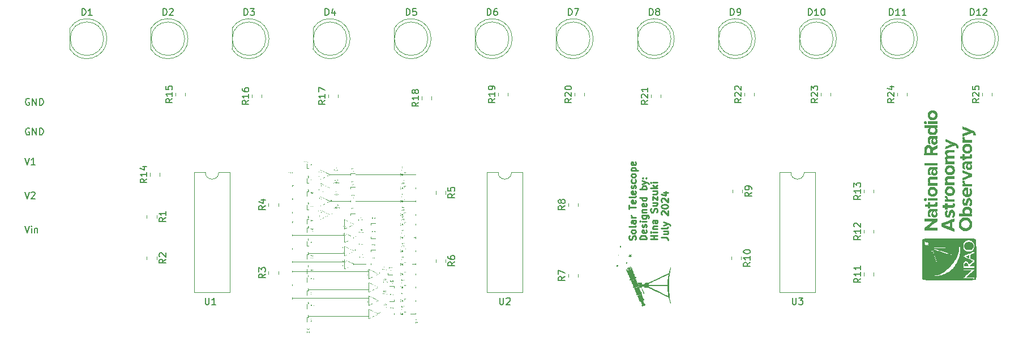
<source format=gbr>
%TF.GenerationSoftware,KiCad,Pcbnew,8.0.3*%
%TF.CreationDate,2024-07-16T13:50:52-06:00*%
%TF.ProjectId,SolarTelescope_LED_PCB,536f6c61-7254-4656-9c65-73636f70655f,1.0*%
%TF.SameCoordinates,Original*%
%TF.FileFunction,Legend,Top*%
%TF.FilePolarity,Positive*%
%FSLAX46Y46*%
G04 Gerber Fmt 4.6, Leading zero omitted, Abs format (unit mm)*
G04 Created by KiCad (PCBNEW 8.0.3) date 2024-07-16 13:50:52*
%MOMM*%
%LPD*%
G01*
G04 APERTURE LIST*
%ADD10C,0.150000*%
%ADD11C,0.250000*%
%ADD12C,0.120000*%
%ADD13C,0.000000*%
G04 APERTURE END LIST*
D10*
X66233922Y-85229819D02*
X66567255Y-86229819D01*
X66567255Y-86229819D02*
X66900588Y-85229819D01*
X67757731Y-86229819D02*
X67186303Y-86229819D01*
X67472017Y-86229819D02*
X67472017Y-85229819D01*
X67472017Y-85229819D02*
X67376779Y-85372676D01*
X67376779Y-85372676D02*
X67281541Y-85467914D01*
X67281541Y-85467914D02*
X67186303Y-85515533D01*
X66900588Y-80832438D02*
X66805350Y-80784819D01*
X66805350Y-80784819D02*
X66662493Y-80784819D01*
X66662493Y-80784819D02*
X66519636Y-80832438D01*
X66519636Y-80832438D02*
X66424398Y-80927676D01*
X66424398Y-80927676D02*
X66376779Y-81022914D01*
X66376779Y-81022914D02*
X66329160Y-81213390D01*
X66329160Y-81213390D02*
X66329160Y-81356247D01*
X66329160Y-81356247D02*
X66376779Y-81546723D01*
X66376779Y-81546723D02*
X66424398Y-81641961D01*
X66424398Y-81641961D02*
X66519636Y-81737200D01*
X66519636Y-81737200D02*
X66662493Y-81784819D01*
X66662493Y-81784819D02*
X66757731Y-81784819D01*
X66757731Y-81784819D02*
X66900588Y-81737200D01*
X66900588Y-81737200D02*
X66948207Y-81689580D01*
X66948207Y-81689580D02*
X66948207Y-81356247D01*
X66948207Y-81356247D02*
X66757731Y-81356247D01*
X67376779Y-81784819D02*
X67376779Y-80784819D01*
X67376779Y-80784819D02*
X67948207Y-81784819D01*
X67948207Y-81784819D02*
X67948207Y-80784819D01*
X68424398Y-81784819D02*
X68424398Y-80784819D01*
X68424398Y-80784819D02*
X68662493Y-80784819D01*
X68662493Y-80784819D02*
X68805350Y-80832438D01*
X68805350Y-80832438D02*
X68900588Y-80927676D01*
X68900588Y-80927676D02*
X68948207Y-81022914D01*
X68948207Y-81022914D02*
X68995826Y-81213390D01*
X68995826Y-81213390D02*
X68995826Y-81356247D01*
X68995826Y-81356247D02*
X68948207Y-81546723D01*
X68948207Y-81546723D02*
X68900588Y-81641961D01*
X68900588Y-81641961D02*
X68805350Y-81737200D01*
X68805350Y-81737200D02*
X68662493Y-81784819D01*
X68662493Y-81784819D02*
X68424398Y-81784819D01*
D11*
X157547168Y-97435050D02*
X157594787Y-97292193D01*
X157594787Y-97292193D02*
X157594787Y-97054098D01*
X157594787Y-97054098D02*
X157547168Y-96958860D01*
X157547168Y-96958860D02*
X157499548Y-96911241D01*
X157499548Y-96911241D02*
X157404310Y-96863622D01*
X157404310Y-96863622D02*
X157309072Y-96863622D01*
X157309072Y-96863622D02*
X157213834Y-96911241D01*
X157213834Y-96911241D02*
X157166215Y-96958860D01*
X157166215Y-96958860D02*
X157118596Y-97054098D01*
X157118596Y-97054098D02*
X157070977Y-97244574D01*
X157070977Y-97244574D02*
X157023358Y-97339812D01*
X157023358Y-97339812D02*
X156975739Y-97387431D01*
X156975739Y-97387431D02*
X156880501Y-97435050D01*
X156880501Y-97435050D02*
X156785263Y-97435050D01*
X156785263Y-97435050D02*
X156690025Y-97387431D01*
X156690025Y-97387431D02*
X156642406Y-97339812D01*
X156642406Y-97339812D02*
X156594787Y-97244574D01*
X156594787Y-97244574D02*
X156594787Y-97006479D01*
X156594787Y-97006479D02*
X156642406Y-96863622D01*
X157594787Y-96292193D02*
X157547168Y-96387431D01*
X157547168Y-96387431D02*
X157499548Y-96435050D01*
X157499548Y-96435050D02*
X157404310Y-96482669D01*
X157404310Y-96482669D02*
X157118596Y-96482669D01*
X157118596Y-96482669D02*
X157023358Y-96435050D01*
X157023358Y-96435050D02*
X156975739Y-96387431D01*
X156975739Y-96387431D02*
X156928120Y-96292193D01*
X156928120Y-96292193D02*
X156928120Y-96149336D01*
X156928120Y-96149336D02*
X156975739Y-96054098D01*
X156975739Y-96054098D02*
X157023358Y-96006479D01*
X157023358Y-96006479D02*
X157118596Y-95958860D01*
X157118596Y-95958860D02*
X157404310Y-95958860D01*
X157404310Y-95958860D02*
X157499548Y-96006479D01*
X157499548Y-96006479D02*
X157547168Y-96054098D01*
X157547168Y-96054098D02*
X157594787Y-96149336D01*
X157594787Y-96149336D02*
X157594787Y-96292193D01*
X157594787Y-95387431D02*
X157547168Y-95482669D01*
X157547168Y-95482669D02*
X157451929Y-95530288D01*
X157451929Y-95530288D02*
X156594787Y-95530288D01*
X157594787Y-94577907D02*
X157070977Y-94577907D01*
X157070977Y-94577907D02*
X156975739Y-94625526D01*
X156975739Y-94625526D02*
X156928120Y-94720764D01*
X156928120Y-94720764D02*
X156928120Y-94911240D01*
X156928120Y-94911240D02*
X156975739Y-95006478D01*
X157547168Y-94577907D02*
X157594787Y-94673145D01*
X157594787Y-94673145D02*
X157594787Y-94911240D01*
X157594787Y-94911240D02*
X157547168Y-95006478D01*
X157547168Y-95006478D02*
X157451929Y-95054097D01*
X157451929Y-95054097D02*
X157356691Y-95054097D01*
X157356691Y-95054097D02*
X157261453Y-95006478D01*
X157261453Y-95006478D02*
X157213834Y-94911240D01*
X157213834Y-94911240D02*
X157213834Y-94673145D01*
X157213834Y-94673145D02*
X157166215Y-94577907D01*
X157594787Y-94101716D02*
X156928120Y-94101716D01*
X157118596Y-94101716D02*
X157023358Y-94054097D01*
X157023358Y-94054097D02*
X156975739Y-94006478D01*
X156975739Y-94006478D02*
X156928120Y-93911240D01*
X156928120Y-93911240D02*
X156928120Y-93816002D01*
X156594787Y-92863620D02*
X156594787Y-92292192D01*
X157594787Y-92577906D02*
X156594787Y-92577906D01*
X157547168Y-91577906D02*
X157594787Y-91673144D01*
X157594787Y-91673144D02*
X157594787Y-91863620D01*
X157594787Y-91863620D02*
X157547168Y-91958858D01*
X157547168Y-91958858D02*
X157451929Y-92006477D01*
X157451929Y-92006477D02*
X157070977Y-92006477D01*
X157070977Y-92006477D02*
X156975739Y-91958858D01*
X156975739Y-91958858D02*
X156928120Y-91863620D01*
X156928120Y-91863620D02*
X156928120Y-91673144D01*
X156928120Y-91673144D02*
X156975739Y-91577906D01*
X156975739Y-91577906D02*
X157070977Y-91530287D01*
X157070977Y-91530287D02*
X157166215Y-91530287D01*
X157166215Y-91530287D02*
X157261453Y-92006477D01*
X157594787Y-90958858D02*
X157547168Y-91054096D01*
X157547168Y-91054096D02*
X157451929Y-91101715D01*
X157451929Y-91101715D02*
X156594787Y-91101715D01*
X157547168Y-90196953D02*
X157594787Y-90292191D01*
X157594787Y-90292191D02*
X157594787Y-90482667D01*
X157594787Y-90482667D02*
X157547168Y-90577905D01*
X157547168Y-90577905D02*
X157451929Y-90625524D01*
X157451929Y-90625524D02*
X157070977Y-90625524D01*
X157070977Y-90625524D02*
X156975739Y-90577905D01*
X156975739Y-90577905D02*
X156928120Y-90482667D01*
X156928120Y-90482667D02*
X156928120Y-90292191D01*
X156928120Y-90292191D02*
X156975739Y-90196953D01*
X156975739Y-90196953D02*
X157070977Y-90149334D01*
X157070977Y-90149334D02*
X157166215Y-90149334D01*
X157166215Y-90149334D02*
X157261453Y-90625524D01*
X157547168Y-89768381D02*
X157594787Y-89673143D01*
X157594787Y-89673143D02*
X157594787Y-89482667D01*
X157594787Y-89482667D02*
X157547168Y-89387429D01*
X157547168Y-89387429D02*
X157451929Y-89339810D01*
X157451929Y-89339810D02*
X157404310Y-89339810D01*
X157404310Y-89339810D02*
X157309072Y-89387429D01*
X157309072Y-89387429D02*
X157261453Y-89482667D01*
X157261453Y-89482667D02*
X157261453Y-89625524D01*
X157261453Y-89625524D02*
X157213834Y-89720762D01*
X157213834Y-89720762D02*
X157118596Y-89768381D01*
X157118596Y-89768381D02*
X157070977Y-89768381D01*
X157070977Y-89768381D02*
X156975739Y-89720762D01*
X156975739Y-89720762D02*
X156928120Y-89625524D01*
X156928120Y-89625524D02*
X156928120Y-89482667D01*
X156928120Y-89482667D02*
X156975739Y-89387429D01*
X157547168Y-88482667D02*
X157594787Y-88577905D01*
X157594787Y-88577905D02*
X157594787Y-88768381D01*
X157594787Y-88768381D02*
X157547168Y-88863619D01*
X157547168Y-88863619D02*
X157499548Y-88911238D01*
X157499548Y-88911238D02*
X157404310Y-88958857D01*
X157404310Y-88958857D02*
X157118596Y-88958857D01*
X157118596Y-88958857D02*
X157023358Y-88911238D01*
X157023358Y-88911238D02*
X156975739Y-88863619D01*
X156975739Y-88863619D02*
X156928120Y-88768381D01*
X156928120Y-88768381D02*
X156928120Y-88577905D01*
X156928120Y-88577905D02*
X156975739Y-88482667D01*
X157594787Y-87911238D02*
X157547168Y-88006476D01*
X157547168Y-88006476D02*
X157499548Y-88054095D01*
X157499548Y-88054095D02*
X157404310Y-88101714D01*
X157404310Y-88101714D02*
X157118596Y-88101714D01*
X157118596Y-88101714D02*
X157023358Y-88054095D01*
X157023358Y-88054095D02*
X156975739Y-88006476D01*
X156975739Y-88006476D02*
X156928120Y-87911238D01*
X156928120Y-87911238D02*
X156928120Y-87768381D01*
X156928120Y-87768381D02*
X156975739Y-87673143D01*
X156975739Y-87673143D02*
X157023358Y-87625524D01*
X157023358Y-87625524D02*
X157118596Y-87577905D01*
X157118596Y-87577905D02*
X157404310Y-87577905D01*
X157404310Y-87577905D02*
X157499548Y-87625524D01*
X157499548Y-87625524D02*
X157547168Y-87673143D01*
X157547168Y-87673143D02*
X157594787Y-87768381D01*
X157594787Y-87768381D02*
X157594787Y-87911238D01*
X156928120Y-87149333D02*
X157928120Y-87149333D01*
X156975739Y-87149333D02*
X156928120Y-87054095D01*
X156928120Y-87054095D02*
X156928120Y-86863619D01*
X156928120Y-86863619D02*
X156975739Y-86768381D01*
X156975739Y-86768381D02*
X157023358Y-86720762D01*
X157023358Y-86720762D02*
X157118596Y-86673143D01*
X157118596Y-86673143D02*
X157404310Y-86673143D01*
X157404310Y-86673143D02*
X157499548Y-86720762D01*
X157499548Y-86720762D02*
X157547168Y-86768381D01*
X157547168Y-86768381D02*
X157594787Y-86863619D01*
X157594787Y-86863619D02*
X157594787Y-87054095D01*
X157594787Y-87054095D02*
X157547168Y-87149333D01*
X157547168Y-85863619D02*
X157594787Y-85958857D01*
X157594787Y-85958857D02*
X157594787Y-86149333D01*
X157594787Y-86149333D02*
X157547168Y-86244571D01*
X157547168Y-86244571D02*
X157451929Y-86292190D01*
X157451929Y-86292190D02*
X157070977Y-86292190D01*
X157070977Y-86292190D02*
X156975739Y-86244571D01*
X156975739Y-86244571D02*
X156928120Y-86149333D01*
X156928120Y-86149333D02*
X156928120Y-85958857D01*
X156928120Y-85958857D02*
X156975739Y-85863619D01*
X156975739Y-85863619D02*
X157070977Y-85816000D01*
X157070977Y-85816000D02*
X157166215Y-85816000D01*
X157166215Y-85816000D02*
X157261453Y-86292190D01*
X159204731Y-97387431D02*
X158204731Y-97387431D01*
X158204731Y-97387431D02*
X158204731Y-97149336D01*
X158204731Y-97149336D02*
X158252350Y-97006479D01*
X158252350Y-97006479D02*
X158347588Y-96911241D01*
X158347588Y-96911241D02*
X158442826Y-96863622D01*
X158442826Y-96863622D02*
X158633302Y-96816003D01*
X158633302Y-96816003D02*
X158776159Y-96816003D01*
X158776159Y-96816003D02*
X158966635Y-96863622D01*
X158966635Y-96863622D02*
X159061873Y-96911241D01*
X159061873Y-96911241D02*
X159157112Y-97006479D01*
X159157112Y-97006479D02*
X159204731Y-97149336D01*
X159204731Y-97149336D02*
X159204731Y-97387431D01*
X159157112Y-96006479D02*
X159204731Y-96101717D01*
X159204731Y-96101717D02*
X159204731Y-96292193D01*
X159204731Y-96292193D02*
X159157112Y-96387431D01*
X159157112Y-96387431D02*
X159061873Y-96435050D01*
X159061873Y-96435050D02*
X158680921Y-96435050D01*
X158680921Y-96435050D02*
X158585683Y-96387431D01*
X158585683Y-96387431D02*
X158538064Y-96292193D01*
X158538064Y-96292193D02*
X158538064Y-96101717D01*
X158538064Y-96101717D02*
X158585683Y-96006479D01*
X158585683Y-96006479D02*
X158680921Y-95958860D01*
X158680921Y-95958860D02*
X158776159Y-95958860D01*
X158776159Y-95958860D02*
X158871397Y-96435050D01*
X159157112Y-95577907D02*
X159204731Y-95482669D01*
X159204731Y-95482669D02*
X159204731Y-95292193D01*
X159204731Y-95292193D02*
X159157112Y-95196955D01*
X159157112Y-95196955D02*
X159061873Y-95149336D01*
X159061873Y-95149336D02*
X159014254Y-95149336D01*
X159014254Y-95149336D02*
X158919016Y-95196955D01*
X158919016Y-95196955D02*
X158871397Y-95292193D01*
X158871397Y-95292193D02*
X158871397Y-95435050D01*
X158871397Y-95435050D02*
X158823778Y-95530288D01*
X158823778Y-95530288D02*
X158728540Y-95577907D01*
X158728540Y-95577907D02*
X158680921Y-95577907D01*
X158680921Y-95577907D02*
X158585683Y-95530288D01*
X158585683Y-95530288D02*
X158538064Y-95435050D01*
X158538064Y-95435050D02*
X158538064Y-95292193D01*
X158538064Y-95292193D02*
X158585683Y-95196955D01*
X159204731Y-94720764D02*
X158538064Y-94720764D01*
X158204731Y-94720764D02*
X158252350Y-94768383D01*
X158252350Y-94768383D02*
X158299969Y-94720764D01*
X158299969Y-94720764D02*
X158252350Y-94673145D01*
X158252350Y-94673145D02*
X158204731Y-94720764D01*
X158204731Y-94720764D02*
X158299969Y-94720764D01*
X158538064Y-93816003D02*
X159347588Y-93816003D01*
X159347588Y-93816003D02*
X159442826Y-93863622D01*
X159442826Y-93863622D02*
X159490445Y-93911241D01*
X159490445Y-93911241D02*
X159538064Y-94006479D01*
X159538064Y-94006479D02*
X159538064Y-94149336D01*
X159538064Y-94149336D02*
X159490445Y-94244574D01*
X159157112Y-93816003D02*
X159204731Y-93911241D01*
X159204731Y-93911241D02*
X159204731Y-94101717D01*
X159204731Y-94101717D02*
X159157112Y-94196955D01*
X159157112Y-94196955D02*
X159109492Y-94244574D01*
X159109492Y-94244574D02*
X159014254Y-94292193D01*
X159014254Y-94292193D02*
X158728540Y-94292193D01*
X158728540Y-94292193D02*
X158633302Y-94244574D01*
X158633302Y-94244574D02*
X158585683Y-94196955D01*
X158585683Y-94196955D02*
X158538064Y-94101717D01*
X158538064Y-94101717D02*
X158538064Y-93911241D01*
X158538064Y-93911241D02*
X158585683Y-93816003D01*
X158538064Y-93339812D02*
X159204731Y-93339812D01*
X158633302Y-93339812D02*
X158585683Y-93292193D01*
X158585683Y-93292193D02*
X158538064Y-93196955D01*
X158538064Y-93196955D02*
X158538064Y-93054098D01*
X158538064Y-93054098D02*
X158585683Y-92958860D01*
X158585683Y-92958860D02*
X158680921Y-92911241D01*
X158680921Y-92911241D02*
X159204731Y-92911241D01*
X159157112Y-92054098D02*
X159204731Y-92149336D01*
X159204731Y-92149336D02*
X159204731Y-92339812D01*
X159204731Y-92339812D02*
X159157112Y-92435050D01*
X159157112Y-92435050D02*
X159061873Y-92482669D01*
X159061873Y-92482669D02*
X158680921Y-92482669D01*
X158680921Y-92482669D02*
X158585683Y-92435050D01*
X158585683Y-92435050D02*
X158538064Y-92339812D01*
X158538064Y-92339812D02*
X158538064Y-92149336D01*
X158538064Y-92149336D02*
X158585683Y-92054098D01*
X158585683Y-92054098D02*
X158680921Y-92006479D01*
X158680921Y-92006479D02*
X158776159Y-92006479D01*
X158776159Y-92006479D02*
X158871397Y-92482669D01*
X159204731Y-91149336D02*
X158204731Y-91149336D01*
X159157112Y-91149336D02*
X159204731Y-91244574D01*
X159204731Y-91244574D02*
X159204731Y-91435050D01*
X159204731Y-91435050D02*
X159157112Y-91530288D01*
X159157112Y-91530288D02*
X159109492Y-91577907D01*
X159109492Y-91577907D02*
X159014254Y-91625526D01*
X159014254Y-91625526D02*
X158728540Y-91625526D01*
X158728540Y-91625526D02*
X158633302Y-91577907D01*
X158633302Y-91577907D02*
X158585683Y-91530288D01*
X158585683Y-91530288D02*
X158538064Y-91435050D01*
X158538064Y-91435050D02*
X158538064Y-91244574D01*
X158538064Y-91244574D02*
X158585683Y-91149336D01*
X159204731Y-89911240D02*
X158204731Y-89911240D01*
X158585683Y-89911240D02*
X158538064Y-89816002D01*
X158538064Y-89816002D02*
X158538064Y-89625526D01*
X158538064Y-89625526D02*
X158585683Y-89530288D01*
X158585683Y-89530288D02*
X158633302Y-89482669D01*
X158633302Y-89482669D02*
X158728540Y-89435050D01*
X158728540Y-89435050D02*
X159014254Y-89435050D01*
X159014254Y-89435050D02*
X159109492Y-89482669D01*
X159109492Y-89482669D02*
X159157112Y-89530288D01*
X159157112Y-89530288D02*
X159204731Y-89625526D01*
X159204731Y-89625526D02*
X159204731Y-89816002D01*
X159204731Y-89816002D02*
X159157112Y-89911240D01*
X158538064Y-89101716D02*
X159204731Y-88863621D01*
X158538064Y-88625526D02*
X159204731Y-88863621D01*
X159204731Y-88863621D02*
X159442826Y-88958859D01*
X159442826Y-88958859D02*
X159490445Y-89006478D01*
X159490445Y-89006478D02*
X159538064Y-89101716D01*
X159109492Y-88244573D02*
X159157112Y-88196954D01*
X159157112Y-88196954D02*
X159204731Y-88244573D01*
X159204731Y-88244573D02*
X159157112Y-88292192D01*
X159157112Y-88292192D02*
X159109492Y-88244573D01*
X159109492Y-88244573D02*
X159204731Y-88244573D01*
X158585683Y-88244573D02*
X158633302Y-88196954D01*
X158633302Y-88196954D02*
X158680921Y-88244573D01*
X158680921Y-88244573D02*
X158633302Y-88292192D01*
X158633302Y-88292192D02*
X158585683Y-88244573D01*
X158585683Y-88244573D02*
X158680921Y-88244573D01*
X160814675Y-97387431D02*
X159814675Y-97387431D01*
X160290865Y-97387431D02*
X160290865Y-96816003D01*
X160814675Y-96816003D02*
X159814675Y-96816003D01*
X160814675Y-96339812D02*
X160148008Y-96339812D01*
X159814675Y-96339812D02*
X159862294Y-96387431D01*
X159862294Y-96387431D02*
X159909913Y-96339812D01*
X159909913Y-96339812D02*
X159862294Y-96292193D01*
X159862294Y-96292193D02*
X159814675Y-96339812D01*
X159814675Y-96339812D02*
X159909913Y-96339812D01*
X160148008Y-95863622D02*
X160814675Y-95863622D01*
X160243246Y-95863622D02*
X160195627Y-95816003D01*
X160195627Y-95816003D02*
X160148008Y-95720765D01*
X160148008Y-95720765D02*
X160148008Y-95577908D01*
X160148008Y-95577908D02*
X160195627Y-95482670D01*
X160195627Y-95482670D02*
X160290865Y-95435051D01*
X160290865Y-95435051D02*
X160814675Y-95435051D01*
X160814675Y-94530289D02*
X160290865Y-94530289D01*
X160290865Y-94530289D02*
X160195627Y-94577908D01*
X160195627Y-94577908D02*
X160148008Y-94673146D01*
X160148008Y-94673146D02*
X160148008Y-94863622D01*
X160148008Y-94863622D02*
X160195627Y-94958860D01*
X160767056Y-94530289D02*
X160814675Y-94625527D01*
X160814675Y-94625527D02*
X160814675Y-94863622D01*
X160814675Y-94863622D02*
X160767056Y-94958860D01*
X160767056Y-94958860D02*
X160671817Y-95006479D01*
X160671817Y-95006479D02*
X160576579Y-95006479D01*
X160576579Y-95006479D02*
X160481341Y-94958860D01*
X160481341Y-94958860D02*
X160433722Y-94863622D01*
X160433722Y-94863622D02*
X160433722Y-94625527D01*
X160433722Y-94625527D02*
X160386103Y-94530289D01*
X160767056Y-93339812D02*
X160814675Y-93196955D01*
X160814675Y-93196955D02*
X160814675Y-92958860D01*
X160814675Y-92958860D02*
X160767056Y-92863622D01*
X160767056Y-92863622D02*
X160719436Y-92816003D01*
X160719436Y-92816003D02*
X160624198Y-92768384D01*
X160624198Y-92768384D02*
X160528960Y-92768384D01*
X160528960Y-92768384D02*
X160433722Y-92816003D01*
X160433722Y-92816003D02*
X160386103Y-92863622D01*
X160386103Y-92863622D02*
X160338484Y-92958860D01*
X160338484Y-92958860D02*
X160290865Y-93149336D01*
X160290865Y-93149336D02*
X160243246Y-93244574D01*
X160243246Y-93244574D02*
X160195627Y-93292193D01*
X160195627Y-93292193D02*
X160100389Y-93339812D01*
X160100389Y-93339812D02*
X160005151Y-93339812D01*
X160005151Y-93339812D02*
X159909913Y-93292193D01*
X159909913Y-93292193D02*
X159862294Y-93244574D01*
X159862294Y-93244574D02*
X159814675Y-93149336D01*
X159814675Y-93149336D02*
X159814675Y-92911241D01*
X159814675Y-92911241D02*
X159862294Y-92768384D01*
X160148008Y-91911241D02*
X160814675Y-91911241D01*
X160148008Y-92339812D02*
X160671817Y-92339812D01*
X160671817Y-92339812D02*
X160767056Y-92292193D01*
X160767056Y-92292193D02*
X160814675Y-92196955D01*
X160814675Y-92196955D02*
X160814675Y-92054098D01*
X160814675Y-92054098D02*
X160767056Y-91958860D01*
X160767056Y-91958860D02*
X160719436Y-91911241D01*
X160148008Y-91530288D02*
X160148008Y-91006479D01*
X160148008Y-91006479D02*
X160814675Y-91530288D01*
X160814675Y-91530288D02*
X160814675Y-91006479D01*
X160148008Y-90196955D02*
X160814675Y-90196955D01*
X160148008Y-90625526D02*
X160671817Y-90625526D01*
X160671817Y-90625526D02*
X160767056Y-90577907D01*
X160767056Y-90577907D02*
X160814675Y-90482669D01*
X160814675Y-90482669D02*
X160814675Y-90339812D01*
X160814675Y-90339812D02*
X160767056Y-90244574D01*
X160767056Y-90244574D02*
X160719436Y-90196955D01*
X160814675Y-89720764D02*
X159814675Y-89720764D01*
X160433722Y-89625526D02*
X160814675Y-89339812D01*
X160148008Y-89339812D02*
X160528960Y-89720764D01*
X160814675Y-88911240D02*
X160148008Y-88911240D01*
X159814675Y-88911240D02*
X159862294Y-88958859D01*
X159862294Y-88958859D02*
X159909913Y-88911240D01*
X159909913Y-88911240D02*
X159862294Y-88863621D01*
X159862294Y-88863621D02*
X159814675Y-88911240D01*
X159814675Y-88911240D02*
X159909913Y-88911240D01*
X161424619Y-97101717D02*
X162138904Y-97101717D01*
X162138904Y-97101717D02*
X162281761Y-97149336D01*
X162281761Y-97149336D02*
X162377000Y-97244574D01*
X162377000Y-97244574D02*
X162424619Y-97387431D01*
X162424619Y-97387431D02*
X162424619Y-97482669D01*
X161757952Y-96196955D02*
X162424619Y-96196955D01*
X161757952Y-96625526D02*
X162281761Y-96625526D01*
X162281761Y-96625526D02*
X162377000Y-96577907D01*
X162377000Y-96577907D02*
X162424619Y-96482669D01*
X162424619Y-96482669D02*
X162424619Y-96339812D01*
X162424619Y-96339812D02*
X162377000Y-96244574D01*
X162377000Y-96244574D02*
X162329380Y-96196955D01*
X162424619Y-95577907D02*
X162377000Y-95673145D01*
X162377000Y-95673145D02*
X162281761Y-95720764D01*
X162281761Y-95720764D02*
X161424619Y-95720764D01*
X161757952Y-95292192D02*
X162424619Y-95054097D01*
X161757952Y-94816002D02*
X162424619Y-95054097D01*
X162424619Y-95054097D02*
X162662714Y-95149335D01*
X162662714Y-95149335D02*
X162710333Y-95196954D01*
X162710333Y-95196954D02*
X162757952Y-95292192D01*
X161519857Y-93720763D02*
X161472238Y-93673144D01*
X161472238Y-93673144D02*
X161424619Y-93577906D01*
X161424619Y-93577906D02*
X161424619Y-93339811D01*
X161424619Y-93339811D02*
X161472238Y-93244573D01*
X161472238Y-93244573D02*
X161519857Y-93196954D01*
X161519857Y-93196954D02*
X161615095Y-93149335D01*
X161615095Y-93149335D02*
X161710333Y-93149335D01*
X161710333Y-93149335D02*
X161853190Y-93196954D01*
X161853190Y-93196954D02*
X162424619Y-93768382D01*
X162424619Y-93768382D02*
X162424619Y-93149335D01*
X161424619Y-92530287D02*
X161424619Y-92435049D01*
X161424619Y-92435049D02*
X161472238Y-92339811D01*
X161472238Y-92339811D02*
X161519857Y-92292192D01*
X161519857Y-92292192D02*
X161615095Y-92244573D01*
X161615095Y-92244573D02*
X161805571Y-92196954D01*
X161805571Y-92196954D02*
X162043666Y-92196954D01*
X162043666Y-92196954D02*
X162234142Y-92244573D01*
X162234142Y-92244573D02*
X162329380Y-92292192D01*
X162329380Y-92292192D02*
X162377000Y-92339811D01*
X162377000Y-92339811D02*
X162424619Y-92435049D01*
X162424619Y-92435049D02*
X162424619Y-92530287D01*
X162424619Y-92530287D02*
X162377000Y-92625525D01*
X162377000Y-92625525D02*
X162329380Y-92673144D01*
X162329380Y-92673144D02*
X162234142Y-92720763D01*
X162234142Y-92720763D02*
X162043666Y-92768382D01*
X162043666Y-92768382D02*
X161805571Y-92768382D01*
X161805571Y-92768382D02*
X161615095Y-92720763D01*
X161615095Y-92720763D02*
X161519857Y-92673144D01*
X161519857Y-92673144D02*
X161472238Y-92625525D01*
X161472238Y-92625525D02*
X161424619Y-92530287D01*
X161519857Y-91816001D02*
X161472238Y-91768382D01*
X161472238Y-91768382D02*
X161424619Y-91673144D01*
X161424619Y-91673144D02*
X161424619Y-91435049D01*
X161424619Y-91435049D02*
X161472238Y-91339811D01*
X161472238Y-91339811D02*
X161519857Y-91292192D01*
X161519857Y-91292192D02*
X161615095Y-91244573D01*
X161615095Y-91244573D02*
X161710333Y-91244573D01*
X161710333Y-91244573D02*
X161853190Y-91292192D01*
X161853190Y-91292192D02*
X162424619Y-91863620D01*
X162424619Y-91863620D02*
X162424619Y-91244573D01*
X161757952Y-90387430D02*
X162424619Y-90387430D01*
X161377000Y-90625525D02*
X162091285Y-90863620D01*
X162091285Y-90863620D02*
X162091285Y-90244573D01*
D10*
X66233922Y-95389819D02*
X66567255Y-96389819D01*
X66567255Y-96389819D02*
X66900588Y-95389819D01*
X67233922Y-96389819D02*
X67233922Y-95723152D01*
X67233922Y-95389819D02*
X67186303Y-95437438D01*
X67186303Y-95437438D02*
X67233922Y-95485057D01*
X67233922Y-95485057D02*
X67281541Y-95437438D01*
X67281541Y-95437438D02*
X67233922Y-95389819D01*
X67233922Y-95389819D02*
X67233922Y-95485057D01*
X67710112Y-95723152D02*
X67710112Y-96389819D01*
X67710112Y-95818390D02*
X67757731Y-95770771D01*
X67757731Y-95770771D02*
X67852969Y-95723152D01*
X67852969Y-95723152D02*
X67995826Y-95723152D01*
X67995826Y-95723152D02*
X68091064Y-95770771D01*
X68091064Y-95770771D02*
X68138683Y-95866009D01*
X68138683Y-95866009D02*
X68138683Y-96389819D01*
X66233922Y-90309819D02*
X66567255Y-91309819D01*
X66567255Y-91309819D02*
X66900588Y-90309819D01*
X67186303Y-90405057D02*
X67233922Y-90357438D01*
X67233922Y-90357438D02*
X67329160Y-90309819D01*
X67329160Y-90309819D02*
X67567255Y-90309819D01*
X67567255Y-90309819D02*
X67662493Y-90357438D01*
X67662493Y-90357438D02*
X67710112Y-90405057D01*
X67710112Y-90405057D02*
X67757731Y-90500295D01*
X67757731Y-90500295D02*
X67757731Y-90595533D01*
X67757731Y-90595533D02*
X67710112Y-90738390D01*
X67710112Y-90738390D02*
X67138684Y-91309819D01*
X67138684Y-91309819D02*
X67757731Y-91309819D01*
X66900588Y-76387438D02*
X66805350Y-76339819D01*
X66805350Y-76339819D02*
X66662493Y-76339819D01*
X66662493Y-76339819D02*
X66519636Y-76387438D01*
X66519636Y-76387438D02*
X66424398Y-76482676D01*
X66424398Y-76482676D02*
X66376779Y-76577914D01*
X66376779Y-76577914D02*
X66329160Y-76768390D01*
X66329160Y-76768390D02*
X66329160Y-76911247D01*
X66329160Y-76911247D02*
X66376779Y-77101723D01*
X66376779Y-77101723D02*
X66424398Y-77196961D01*
X66424398Y-77196961D02*
X66519636Y-77292200D01*
X66519636Y-77292200D02*
X66662493Y-77339819D01*
X66662493Y-77339819D02*
X66757731Y-77339819D01*
X66757731Y-77339819D02*
X66900588Y-77292200D01*
X66900588Y-77292200D02*
X66948207Y-77244580D01*
X66948207Y-77244580D02*
X66948207Y-76911247D01*
X66948207Y-76911247D02*
X66757731Y-76911247D01*
X67376779Y-77339819D02*
X67376779Y-76339819D01*
X67376779Y-76339819D02*
X67948207Y-77339819D01*
X67948207Y-77339819D02*
X67948207Y-76339819D01*
X68424398Y-77339819D02*
X68424398Y-76339819D01*
X68424398Y-76339819D02*
X68662493Y-76339819D01*
X68662493Y-76339819D02*
X68805350Y-76387438D01*
X68805350Y-76387438D02*
X68900588Y-76482676D01*
X68900588Y-76482676D02*
X68948207Y-76577914D01*
X68948207Y-76577914D02*
X68995826Y-76768390D01*
X68995826Y-76768390D02*
X68995826Y-76911247D01*
X68995826Y-76911247D02*
X68948207Y-77101723D01*
X68948207Y-77101723D02*
X68900588Y-77196961D01*
X68900588Y-77196961D02*
X68805350Y-77292200D01*
X68805350Y-77292200D02*
X68662493Y-77339819D01*
X68662493Y-77339819D02*
X68424398Y-77339819D01*
X102219819Y-92376666D02*
X101743628Y-92709999D01*
X102219819Y-92948094D02*
X101219819Y-92948094D01*
X101219819Y-92948094D02*
X101219819Y-92567142D01*
X101219819Y-92567142D02*
X101267438Y-92471904D01*
X101267438Y-92471904D02*
X101315057Y-92424285D01*
X101315057Y-92424285D02*
X101410295Y-92376666D01*
X101410295Y-92376666D02*
X101553152Y-92376666D01*
X101553152Y-92376666D02*
X101648390Y-92424285D01*
X101648390Y-92424285D02*
X101696009Y-92471904D01*
X101696009Y-92471904D02*
X101743628Y-92567142D01*
X101743628Y-92567142D02*
X101743628Y-92948094D01*
X101553152Y-91519523D02*
X102219819Y-91519523D01*
X101172200Y-91757618D02*
X101886485Y-91995713D01*
X101886485Y-91995713D02*
X101886485Y-91376666D01*
X147019819Y-92376666D02*
X146543628Y-92709999D01*
X147019819Y-92948094D02*
X146019819Y-92948094D01*
X146019819Y-92948094D02*
X146019819Y-92567142D01*
X146019819Y-92567142D02*
X146067438Y-92471904D01*
X146067438Y-92471904D02*
X146115057Y-92424285D01*
X146115057Y-92424285D02*
X146210295Y-92376666D01*
X146210295Y-92376666D02*
X146353152Y-92376666D01*
X146353152Y-92376666D02*
X146448390Y-92424285D01*
X146448390Y-92424285D02*
X146496009Y-92471904D01*
X146496009Y-92471904D02*
X146543628Y-92567142D01*
X146543628Y-92567142D02*
X146543628Y-92948094D01*
X146448390Y-91805237D02*
X146400771Y-91900475D01*
X146400771Y-91900475D02*
X146353152Y-91948094D01*
X146353152Y-91948094D02*
X146257914Y-91995713D01*
X146257914Y-91995713D02*
X146210295Y-91995713D01*
X146210295Y-91995713D02*
X146115057Y-91948094D01*
X146115057Y-91948094D02*
X146067438Y-91900475D01*
X146067438Y-91900475D02*
X146019819Y-91805237D01*
X146019819Y-91805237D02*
X146019819Y-91614761D01*
X146019819Y-91614761D02*
X146067438Y-91519523D01*
X146067438Y-91519523D02*
X146115057Y-91471904D01*
X146115057Y-91471904D02*
X146210295Y-91424285D01*
X146210295Y-91424285D02*
X146257914Y-91424285D01*
X146257914Y-91424285D02*
X146353152Y-91471904D01*
X146353152Y-91471904D02*
X146400771Y-91519523D01*
X146400771Y-91519523D02*
X146448390Y-91614761D01*
X146448390Y-91614761D02*
X146448390Y-91805237D01*
X146448390Y-91805237D02*
X146496009Y-91900475D01*
X146496009Y-91900475D02*
X146543628Y-91948094D01*
X146543628Y-91948094D02*
X146638866Y-91995713D01*
X146638866Y-91995713D02*
X146829342Y-91995713D01*
X146829342Y-91995713D02*
X146924580Y-91948094D01*
X146924580Y-91948094D02*
X146972200Y-91900475D01*
X146972200Y-91900475D02*
X147019819Y-91805237D01*
X147019819Y-91805237D02*
X147019819Y-91614761D01*
X147019819Y-91614761D02*
X146972200Y-91519523D01*
X146972200Y-91519523D02*
X146924580Y-91471904D01*
X146924580Y-91471904D02*
X146829342Y-91424285D01*
X146829342Y-91424285D02*
X146638866Y-91424285D01*
X146638866Y-91424285D02*
X146543628Y-91471904D01*
X146543628Y-91471904D02*
X146496009Y-91519523D01*
X146496009Y-91519523D02*
X146448390Y-91614761D01*
X87319819Y-100376666D02*
X86843628Y-100709999D01*
X87319819Y-100948094D02*
X86319819Y-100948094D01*
X86319819Y-100948094D02*
X86319819Y-100567142D01*
X86319819Y-100567142D02*
X86367438Y-100471904D01*
X86367438Y-100471904D02*
X86415057Y-100424285D01*
X86415057Y-100424285D02*
X86510295Y-100376666D01*
X86510295Y-100376666D02*
X86653152Y-100376666D01*
X86653152Y-100376666D02*
X86748390Y-100424285D01*
X86748390Y-100424285D02*
X86796009Y-100471904D01*
X86796009Y-100471904D02*
X86843628Y-100567142D01*
X86843628Y-100567142D02*
X86843628Y-100948094D01*
X86415057Y-99995713D02*
X86367438Y-99948094D01*
X86367438Y-99948094D02*
X86319819Y-99852856D01*
X86319819Y-99852856D02*
X86319819Y-99614761D01*
X86319819Y-99614761D02*
X86367438Y-99519523D01*
X86367438Y-99519523D02*
X86415057Y-99471904D01*
X86415057Y-99471904D02*
X86510295Y-99424285D01*
X86510295Y-99424285D02*
X86605533Y-99424285D01*
X86605533Y-99424285D02*
X86748390Y-99471904D01*
X86748390Y-99471904D02*
X87319819Y-100043332D01*
X87319819Y-100043332D02*
X87319819Y-99424285D01*
X135390540Y-63904819D02*
X135390540Y-62904819D01*
X135390540Y-62904819D02*
X135628635Y-62904819D01*
X135628635Y-62904819D02*
X135771492Y-62952438D01*
X135771492Y-62952438D02*
X135866730Y-63047676D01*
X135866730Y-63047676D02*
X135914349Y-63142914D01*
X135914349Y-63142914D02*
X135961968Y-63333390D01*
X135961968Y-63333390D02*
X135961968Y-63476247D01*
X135961968Y-63476247D02*
X135914349Y-63666723D01*
X135914349Y-63666723D02*
X135866730Y-63761961D01*
X135866730Y-63761961D02*
X135771492Y-63857200D01*
X135771492Y-63857200D02*
X135628635Y-63904819D01*
X135628635Y-63904819D02*
X135390540Y-63904819D01*
X136819111Y-62904819D02*
X136628635Y-62904819D01*
X136628635Y-62904819D02*
X136533397Y-62952438D01*
X136533397Y-62952438D02*
X136485778Y-63000057D01*
X136485778Y-63000057D02*
X136390540Y-63142914D01*
X136390540Y-63142914D02*
X136342921Y-63333390D01*
X136342921Y-63333390D02*
X136342921Y-63714342D01*
X136342921Y-63714342D02*
X136390540Y-63809580D01*
X136390540Y-63809580D02*
X136438159Y-63857200D01*
X136438159Y-63857200D02*
X136533397Y-63904819D01*
X136533397Y-63904819D02*
X136723873Y-63904819D01*
X136723873Y-63904819D02*
X136819111Y-63857200D01*
X136819111Y-63857200D02*
X136866730Y-63809580D01*
X136866730Y-63809580D02*
X136914349Y-63714342D01*
X136914349Y-63714342D02*
X136914349Y-63476247D01*
X136914349Y-63476247D02*
X136866730Y-63381009D01*
X136866730Y-63381009D02*
X136819111Y-63333390D01*
X136819111Y-63333390D02*
X136723873Y-63285771D01*
X136723873Y-63285771D02*
X136533397Y-63285771D01*
X136533397Y-63285771D02*
X136438159Y-63333390D01*
X136438159Y-63333390D02*
X136390540Y-63381009D01*
X136390540Y-63381009D02*
X136342921Y-63476247D01*
X102219819Y-102576666D02*
X101743628Y-102909999D01*
X102219819Y-103148094D02*
X101219819Y-103148094D01*
X101219819Y-103148094D02*
X101219819Y-102767142D01*
X101219819Y-102767142D02*
X101267438Y-102671904D01*
X101267438Y-102671904D02*
X101315057Y-102624285D01*
X101315057Y-102624285D02*
X101410295Y-102576666D01*
X101410295Y-102576666D02*
X101553152Y-102576666D01*
X101553152Y-102576666D02*
X101648390Y-102624285D01*
X101648390Y-102624285D02*
X101696009Y-102671904D01*
X101696009Y-102671904D02*
X101743628Y-102767142D01*
X101743628Y-102767142D02*
X101743628Y-103148094D01*
X101219819Y-102243332D02*
X101219819Y-101624285D01*
X101219819Y-101624285D02*
X101600771Y-101957618D01*
X101600771Y-101957618D02*
X101600771Y-101814761D01*
X101600771Y-101814761D02*
X101648390Y-101719523D01*
X101648390Y-101719523D02*
X101696009Y-101671904D01*
X101696009Y-101671904D02*
X101791247Y-101624285D01*
X101791247Y-101624285D02*
X102029342Y-101624285D01*
X102029342Y-101624285D02*
X102124580Y-101671904D01*
X102124580Y-101671904D02*
X102172200Y-101719523D01*
X102172200Y-101719523D02*
X102219819Y-101814761D01*
X102219819Y-101814761D02*
X102219819Y-102100475D01*
X102219819Y-102100475D02*
X102172200Y-102195713D01*
X102172200Y-102195713D02*
X102124580Y-102243332D01*
X207650714Y-63904819D02*
X207650714Y-62904819D01*
X207650714Y-62904819D02*
X207888809Y-62904819D01*
X207888809Y-62904819D02*
X208031666Y-62952438D01*
X208031666Y-62952438D02*
X208126904Y-63047676D01*
X208126904Y-63047676D02*
X208174523Y-63142914D01*
X208174523Y-63142914D02*
X208222142Y-63333390D01*
X208222142Y-63333390D02*
X208222142Y-63476247D01*
X208222142Y-63476247D02*
X208174523Y-63666723D01*
X208174523Y-63666723D02*
X208126904Y-63761961D01*
X208126904Y-63761961D02*
X208031666Y-63857200D01*
X208031666Y-63857200D02*
X207888809Y-63904819D01*
X207888809Y-63904819D02*
X207650714Y-63904819D01*
X209174523Y-63904819D02*
X208603095Y-63904819D01*
X208888809Y-63904819D02*
X208888809Y-62904819D01*
X208888809Y-62904819D02*
X208793571Y-63047676D01*
X208793571Y-63047676D02*
X208698333Y-63142914D01*
X208698333Y-63142914D02*
X208603095Y-63190533D01*
X209555476Y-63000057D02*
X209603095Y-62952438D01*
X209603095Y-62952438D02*
X209698333Y-62904819D01*
X209698333Y-62904819D02*
X209936428Y-62904819D01*
X209936428Y-62904819D02*
X210031666Y-62952438D01*
X210031666Y-62952438D02*
X210079285Y-63000057D01*
X210079285Y-63000057D02*
X210126904Y-63095295D01*
X210126904Y-63095295D02*
X210126904Y-63190533D01*
X210126904Y-63190533D02*
X210079285Y-63333390D01*
X210079285Y-63333390D02*
X209507857Y-63904819D01*
X209507857Y-63904819D02*
X210126904Y-63904819D01*
X74776905Y-63904819D02*
X74776905Y-62904819D01*
X74776905Y-62904819D02*
X75015000Y-62904819D01*
X75015000Y-62904819D02*
X75157857Y-62952438D01*
X75157857Y-62952438D02*
X75253095Y-63047676D01*
X75253095Y-63047676D02*
X75300714Y-63142914D01*
X75300714Y-63142914D02*
X75348333Y-63333390D01*
X75348333Y-63333390D02*
X75348333Y-63476247D01*
X75348333Y-63476247D02*
X75300714Y-63666723D01*
X75300714Y-63666723D02*
X75253095Y-63761961D01*
X75253095Y-63761961D02*
X75157857Y-63857200D01*
X75157857Y-63857200D02*
X75015000Y-63904819D01*
X75015000Y-63904819D02*
X74776905Y-63904819D01*
X76300714Y-63904819D02*
X75729286Y-63904819D01*
X76015000Y-63904819D02*
X76015000Y-62904819D01*
X76015000Y-62904819D02*
X75919762Y-63047676D01*
X75919762Y-63047676D02*
X75824524Y-63142914D01*
X75824524Y-63142914D02*
X75729286Y-63190533D01*
X173379819Y-76372857D02*
X172903628Y-76706190D01*
X173379819Y-76944285D02*
X172379819Y-76944285D01*
X172379819Y-76944285D02*
X172379819Y-76563333D01*
X172379819Y-76563333D02*
X172427438Y-76468095D01*
X172427438Y-76468095D02*
X172475057Y-76420476D01*
X172475057Y-76420476D02*
X172570295Y-76372857D01*
X172570295Y-76372857D02*
X172713152Y-76372857D01*
X172713152Y-76372857D02*
X172808390Y-76420476D01*
X172808390Y-76420476D02*
X172856009Y-76468095D01*
X172856009Y-76468095D02*
X172903628Y-76563333D01*
X172903628Y-76563333D02*
X172903628Y-76944285D01*
X172475057Y-75991904D02*
X172427438Y-75944285D01*
X172427438Y-75944285D02*
X172379819Y-75849047D01*
X172379819Y-75849047D02*
X172379819Y-75610952D01*
X172379819Y-75610952D02*
X172427438Y-75515714D01*
X172427438Y-75515714D02*
X172475057Y-75468095D01*
X172475057Y-75468095D02*
X172570295Y-75420476D01*
X172570295Y-75420476D02*
X172665533Y-75420476D01*
X172665533Y-75420476D02*
X172808390Y-75468095D01*
X172808390Y-75468095D02*
X173379819Y-76039523D01*
X173379819Y-76039523D02*
X173379819Y-75420476D01*
X172475057Y-75039523D02*
X172427438Y-74991904D01*
X172427438Y-74991904D02*
X172379819Y-74896666D01*
X172379819Y-74896666D02*
X172379819Y-74658571D01*
X172379819Y-74658571D02*
X172427438Y-74563333D01*
X172427438Y-74563333D02*
X172475057Y-74515714D01*
X172475057Y-74515714D02*
X172570295Y-74468095D01*
X172570295Y-74468095D02*
X172665533Y-74468095D01*
X172665533Y-74468095D02*
X172808390Y-74515714D01*
X172808390Y-74515714D02*
X173379819Y-75087142D01*
X173379819Y-75087142D02*
X173379819Y-74468095D01*
X191219819Y-90852857D02*
X190743628Y-91186190D01*
X191219819Y-91424285D02*
X190219819Y-91424285D01*
X190219819Y-91424285D02*
X190219819Y-91043333D01*
X190219819Y-91043333D02*
X190267438Y-90948095D01*
X190267438Y-90948095D02*
X190315057Y-90900476D01*
X190315057Y-90900476D02*
X190410295Y-90852857D01*
X190410295Y-90852857D02*
X190553152Y-90852857D01*
X190553152Y-90852857D02*
X190648390Y-90900476D01*
X190648390Y-90900476D02*
X190696009Y-90948095D01*
X190696009Y-90948095D02*
X190743628Y-91043333D01*
X190743628Y-91043333D02*
X190743628Y-91424285D01*
X191219819Y-89900476D02*
X191219819Y-90471904D01*
X191219819Y-90186190D02*
X190219819Y-90186190D01*
X190219819Y-90186190D02*
X190362676Y-90281428D01*
X190362676Y-90281428D02*
X190457914Y-90376666D01*
X190457914Y-90376666D02*
X190505533Y-90471904D01*
X190219819Y-89567142D02*
X190219819Y-88948095D01*
X190219819Y-88948095D02*
X190600771Y-89281428D01*
X190600771Y-89281428D02*
X190600771Y-89138571D01*
X190600771Y-89138571D02*
X190648390Y-89043333D01*
X190648390Y-89043333D02*
X190696009Y-88995714D01*
X190696009Y-88995714D02*
X190791247Y-88948095D01*
X190791247Y-88948095D02*
X191029342Y-88948095D01*
X191029342Y-88948095D02*
X191124580Y-88995714D01*
X191124580Y-88995714D02*
X191172200Y-89043333D01*
X191172200Y-89043333D02*
X191219819Y-89138571D01*
X191219819Y-89138571D02*
X191219819Y-89424285D01*
X191219819Y-89424285D02*
X191172200Y-89519523D01*
X191172200Y-89519523D02*
X191124580Y-89567142D01*
X196239819Y-76372857D02*
X195763628Y-76706190D01*
X196239819Y-76944285D02*
X195239819Y-76944285D01*
X195239819Y-76944285D02*
X195239819Y-76563333D01*
X195239819Y-76563333D02*
X195287438Y-76468095D01*
X195287438Y-76468095D02*
X195335057Y-76420476D01*
X195335057Y-76420476D02*
X195430295Y-76372857D01*
X195430295Y-76372857D02*
X195573152Y-76372857D01*
X195573152Y-76372857D02*
X195668390Y-76420476D01*
X195668390Y-76420476D02*
X195716009Y-76468095D01*
X195716009Y-76468095D02*
X195763628Y-76563333D01*
X195763628Y-76563333D02*
X195763628Y-76944285D01*
X195335057Y-75991904D02*
X195287438Y-75944285D01*
X195287438Y-75944285D02*
X195239819Y-75849047D01*
X195239819Y-75849047D02*
X195239819Y-75610952D01*
X195239819Y-75610952D02*
X195287438Y-75515714D01*
X195287438Y-75515714D02*
X195335057Y-75468095D01*
X195335057Y-75468095D02*
X195430295Y-75420476D01*
X195430295Y-75420476D02*
X195525533Y-75420476D01*
X195525533Y-75420476D02*
X195668390Y-75468095D01*
X195668390Y-75468095D02*
X196239819Y-76039523D01*
X196239819Y-76039523D02*
X196239819Y-75420476D01*
X195573152Y-74563333D02*
X196239819Y-74563333D01*
X195192200Y-74801428D02*
X195906485Y-75039523D01*
X195906485Y-75039523D02*
X195906485Y-74420476D01*
X99719819Y-76642857D02*
X99243628Y-76976190D01*
X99719819Y-77214285D02*
X98719819Y-77214285D01*
X98719819Y-77214285D02*
X98719819Y-76833333D01*
X98719819Y-76833333D02*
X98767438Y-76738095D01*
X98767438Y-76738095D02*
X98815057Y-76690476D01*
X98815057Y-76690476D02*
X98910295Y-76642857D01*
X98910295Y-76642857D02*
X99053152Y-76642857D01*
X99053152Y-76642857D02*
X99148390Y-76690476D01*
X99148390Y-76690476D02*
X99196009Y-76738095D01*
X99196009Y-76738095D02*
X99243628Y-76833333D01*
X99243628Y-76833333D02*
X99243628Y-77214285D01*
X99719819Y-75690476D02*
X99719819Y-76261904D01*
X99719819Y-75976190D02*
X98719819Y-75976190D01*
X98719819Y-75976190D02*
X98862676Y-76071428D01*
X98862676Y-76071428D02*
X98957914Y-76166666D01*
X98957914Y-76166666D02*
X99005533Y-76261904D01*
X98719819Y-74833333D02*
X98719819Y-75023809D01*
X98719819Y-75023809D02*
X98767438Y-75119047D01*
X98767438Y-75119047D02*
X98815057Y-75166666D01*
X98815057Y-75166666D02*
X98957914Y-75261904D01*
X98957914Y-75261904D02*
X99148390Y-75309523D01*
X99148390Y-75309523D02*
X99529342Y-75309523D01*
X99529342Y-75309523D02*
X99624580Y-75261904D01*
X99624580Y-75261904D02*
X99672200Y-75214285D01*
X99672200Y-75214285D02*
X99719819Y-75119047D01*
X99719819Y-75119047D02*
X99719819Y-74928571D01*
X99719819Y-74928571D02*
X99672200Y-74833333D01*
X99672200Y-74833333D02*
X99624580Y-74785714D01*
X99624580Y-74785714D02*
X99529342Y-74738095D01*
X99529342Y-74738095D02*
X99291247Y-74738095D01*
X99291247Y-74738095D02*
X99196009Y-74785714D01*
X99196009Y-74785714D02*
X99148390Y-74833333D01*
X99148390Y-74833333D02*
X99100771Y-74928571D01*
X99100771Y-74928571D02*
X99100771Y-75119047D01*
X99100771Y-75119047D02*
X99148390Y-75214285D01*
X99148390Y-75214285D02*
X99196009Y-75261904D01*
X99196009Y-75261904D02*
X99291247Y-75309523D01*
X88289819Y-76372857D02*
X87813628Y-76706190D01*
X88289819Y-76944285D02*
X87289819Y-76944285D01*
X87289819Y-76944285D02*
X87289819Y-76563333D01*
X87289819Y-76563333D02*
X87337438Y-76468095D01*
X87337438Y-76468095D02*
X87385057Y-76420476D01*
X87385057Y-76420476D02*
X87480295Y-76372857D01*
X87480295Y-76372857D02*
X87623152Y-76372857D01*
X87623152Y-76372857D02*
X87718390Y-76420476D01*
X87718390Y-76420476D02*
X87766009Y-76468095D01*
X87766009Y-76468095D02*
X87813628Y-76563333D01*
X87813628Y-76563333D02*
X87813628Y-76944285D01*
X88289819Y-75420476D02*
X88289819Y-75991904D01*
X88289819Y-75706190D02*
X87289819Y-75706190D01*
X87289819Y-75706190D02*
X87432676Y-75801428D01*
X87432676Y-75801428D02*
X87527914Y-75896666D01*
X87527914Y-75896666D02*
X87575533Y-75991904D01*
X87289819Y-74515714D02*
X87289819Y-74991904D01*
X87289819Y-74991904D02*
X87766009Y-75039523D01*
X87766009Y-75039523D02*
X87718390Y-74991904D01*
X87718390Y-74991904D02*
X87670771Y-74896666D01*
X87670771Y-74896666D02*
X87670771Y-74658571D01*
X87670771Y-74658571D02*
X87718390Y-74563333D01*
X87718390Y-74563333D02*
X87766009Y-74515714D01*
X87766009Y-74515714D02*
X87861247Y-74468095D01*
X87861247Y-74468095D02*
X88099342Y-74468095D01*
X88099342Y-74468095D02*
X88194580Y-74515714D01*
X88194580Y-74515714D02*
X88242200Y-74563333D01*
X88242200Y-74563333D02*
X88289819Y-74658571D01*
X88289819Y-74658571D02*
X88289819Y-74896666D01*
X88289819Y-74896666D02*
X88242200Y-74991904D01*
X88242200Y-74991904D02*
X88194580Y-75039523D01*
X93218095Y-106134819D02*
X93218095Y-106944342D01*
X93218095Y-106944342D02*
X93265714Y-107039580D01*
X93265714Y-107039580D02*
X93313333Y-107087200D01*
X93313333Y-107087200D02*
X93408571Y-107134819D01*
X93408571Y-107134819D02*
X93599047Y-107134819D01*
X93599047Y-107134819D02*
X93694285Y-107087200D01*
X93694285Y-107087200D02*
X93741904Y-107039580D01*
X93741904Y-107039580D02*
X93789523Y-106944342D01*
X93789523Y-106944342D02*
X93789523Y-106134819D01*
X94789523Y-107134819D02*
X94218095Y-107134819D01*
X94503809Y-107134819D02*
X94503809Y-106134819D01*
X94503809Y-106134819D02*
X94408571Y-106277676D01*
X94408571Y-106277676D02*
X94313333Y-106372914D01*
X94313333Y-106372914D02*
X94218095Y-106420533D01*
X174919819Y-90376666D02*
X174443628Y-90709999D01*
X174919819Y-90948094D02*
X173919819Y-90948094D01*
X173919819Y-90948094D02*
X173919819Y-90567142D01*
X173919819Y-90567142D02*
X173967438Y-90471904D01*
X173967438Y-90471904D02*
X174015057Y-90424285D01*
X174015057Y-90424285D02*
X174110295Y-90376666D01*
X174110295Y-90376666D02*
X174253152Y-90376666D01*
X174253152Y-90376666D02*
X174348390Y-90424285D01*
X174348390Y-90424285D02*
X174396009Y-90471904D01*
X174396009Y-90471904D02*
X174443628Y-90567142D01*
X174443628Y-90567142D02*
X174443628Y-90948094D01*
X174919819Y-89900475D02*
X174919819Y-89709999D01*
X174919819Y-89709999D02*
X174872200Y-89614761D01*
X174872200Y-89614761D02*
X174824580Y-89567142D01*
X174824580Y-89567142D02*
X174681723Y-89471904D01*
X174681723Y-89471904D02*
X174491247Y-89424285D01*
X174491247Y-89424285D02*
X174110295Y-89424285D01*
X174110295Y-89424285D02*
X174015057Y-89471904D01*
X174015057Y-89471904D02*
X173967438Y-89519523D01*
X173967438Y-89519523D02*
X173919819Y-89614761D01*
X173919819Y-89614761D02*
X173919819Y-89805237D01*
X173919819Y-89805237D02*
X173967438Y-89900475D01*
X173967438Y-89900475D02*
X174015057Y-89948094D01*
X174015057Y-89948094D02*
X174110295Y-89995713D01*
X174110295Y-89995713D02*
X174348390Y-89995713D01*
X174348390Y-89995713D02*
X174443628Y-89948094D01*
X174443628Y-89948094D02*
X174491247Y-89900475D01*
X174491247Y-89900475D02*
X174538866Y-89805237D01*
X174538866Y-89805237D02*
X174538866Y-89614761D01*
X174538866Y-89614761D02*
X174491247Y-89519523D01*
X174491247Y-89519523D02*
X174443628Y-89471904D01*
X174443628Y-89471904D02*
X174348390Y-89424285D01*
X159409819Y-76642857D02*
X158933628Y-76976190D01*
X159409819Y-77214285D02*
X158409819Y-77214285D01*
X158409819Y-77214285D02*
X158409819Y-76833333D01*
X158409819Y-76833333D02*
X158457438Y-76738095D01*
X158457438Y-76738095D02*
X158505057Y-76690476D01*
X158505057Y-76690476D02*
X158600295Y-76642857D01*
X158600295Y-76642857D02*
X158743152Y-76642857D01*
X158743152Y-76642857D02*
X158838390Y-76690476D01*
X158838390Y-76690476D02*
X158886009Y-76738095D01*
X158886009Y-76738095D02*
X158933628Y-76833333D01*
X158933628Y-76833333D02*
X158933628Y-77214285D01*
X158505057Y-76261904D02*
X158457438Y-76214285D01*
X158457438Y-76214285D02*
X158409819Y-76119047D01*
X158409819Y-76119047D02*
X158409819Y-75880952D01*
X158409819Y-75880952D02*
X158457438Y-75785714D01*
X158457438Y-75785714D02*
X158505057Y-75738095D01*
X158505057Y-75738095D02*
X158600295Y-75690476D01*
X158600295Y-75690476D02*
X158695533Y-75690476D01*
X158695533Y-75690476D02*
X158838390Y-75738095D01*
X158838390Y-75738095D02*
X159409819Y-76309523D01*
X159409819Y-76309523D02*
X159409819Y-75690476D01*
X159409819Y-74738095D02*
X159409819Y-75309523D01*
X159409819Y-75023809D02*
X158409819Y-75023809D01*
X158409819Y-75023809D02*
X158552676Y-75119047D01*
X158552676Y-75119047D02*
X158647914Y-75214285D01*
X158647914Y-75214285D02*
X158695533Y-75309523D01*
X125119819Y-76912857D02*
X124643628Y-77246190D01*
X125119819Y-77484285D02*
X124119819Y-77484285D01*
X124119819Y-77484285D02*
X124119819Y-77103333D01*
X124119819Y-77103333D02*
X124167438Y-77008095D01*
X124167438Y-77008095D02*
X124215057Y-76960476D01*
X124215057Y-76960476D02*
X124310295Y-76912857D01*
X124310295Y-76912857D02*
X124453152Y-76912857D01*
X124453152Y-76912857D02*
X124548390Y-76960476D01*
X124548390Y-76960476D02*
X124596009Y-77008095D01*
X124596009Y-77008095D02*
X124643628Y-77103333D01*
X124643628Y-77103333D02*
X124643628Y-77484285D01*
X125119819Y-75960476D02*
X125119819Y-76531904D01*
X125119819Y-76246190D02*
X124119819Y-76246190D01*
X124119819Y-76246190D02*
X124262676Y-76341428D01*
X124262676Y-76341428D02*
X124357914Y-76436666D01*
X124357914Y-76436666D02*
X124405533Y-76531904D01*
X124548390Y-75389047D02*
X124500771Y-75484285D01*
X124500771Y-75484285D02*
X124453152Y-75531904D01*
X124453152Y-75531904D02*
X124357914Y-75579523D01*
X124357914Y-75579523D02*
X124310295Y-75579523D01*
X124310295Y-75579523D02*
X124215057Y-75531904D01*
X124215057Y-75531904D02*
X124167438Y-75484285D01*
X124167438Y-75484285D02*
X124119819Y-75389047D01*
X124119819Y-75389047D02*
X124119819Y-75198571D01*
X124119819Y-75198571D02*
X124167438Y-75103333D01*
X124167438Y-75103333D02*
X124215057Y-75055714D01*
X124215057Y-75055714D02*
X124310295Y-75008095D01*
X124310295Y-75008095D02*
X124357914Y-75008095D01*
X124357914Y-75008095D02*
X124453152Y-75055714D01*
X124453152Y-75055714D02*
X124500771Y-75103333D01*
X124500771Y-75103333D02*
X124548390Y-75198571D01*
X124548390Y-75198571D02*
X124548390Y-75389047D01*
X124548390Y-75389047D02*
X124596009Y-75484285D01*
X124596009Y-75484285D02*
X124643628Y-75531904D01*
X124643628Y-75531904D02*
X124738866Y-75579523D01*
X124738866Y-75579523D02*
X124929342Y-75579523D01*
X124929342Y-75579523D02*
X125024580Y-75531904D01*
X125024580Y-75531904D02*
X125072200Y-75484285D01*
X125072200Y-75484285D02*
X125119819Y-75389047D01*
X125119819Y-75389047D02*
X125119819Y-75198571D01*
X125119819Y-75198571D02*
X125072200Y-75103333D01*
X125072200Y-75103333D02*
X125024580Y-75055714D01*
X125024580Y-75055714D02*
X124929342Y-75008095D01*
X124929342Y-75008095D02*
X124738866Y-75008095D01*
X124738866Y-75008095D02*
X124643628Y-75055714D01*
X124643628Y-75055714D02*
X124596009Y-75103333D01*
X124596009Y-75103333D02*
X124548390Y-75198571D01*
X86899632Y-63904819D02*
X86899632Y-62904819D01*
X86899632Y-62904819D02*
X87137727Y-62904819D01*
X87137727Y-62904819D02*
X87280584Y-62952438D01*
X87280584Y-62952438D02*
X87375822Y-63047676D01*
X87375822Y-63047676D02*
X87423441Y-63142914D01*
X87423441Y-63142914D02*
X87471060Y-63333390D01*
X87471060Y-63333390D02*
X87471060Y-63476247D01*
X87471060Y-63476247D02*
X87423441Y-63666723D01*
X87423441Y-63666723D02*
X87375822Y-63761961D01*
X87375822Y-63761961D02*
X87280584Y-63857200D01*
X87280584Y-63857200D02*
X87137727Y-63904819D01*
X87137727Y-63904819D02*
X86899632Y-63904819D01*
X87852013Y-63000057D02*
X87899632Y-62952438D01*
X87899632Y-62952438D02*
X87994870Y-62904819D01*
X87994870Y-62904819D02*
X88232965Y-62904819D01*
X88232965Y-62904819D02*
X88328203Y-62952438D01*
X88328203Y-62952438D02*
X88375822Y-63000057D01*
X88375822Y-63000057D02*
X88423441Y-63095295D01*
X88423441Y-63095295D02*
X88423441Y-63190533D01*
X88423441Y-63190533D02*
X88375822Y-63333390D01*
X88375822Y-63333390D02*
X87804394Y-63904819D01*
X87804394Y-63904819D02*
X88423441Y-63904819D01*
X208939819Y-76372857D02*
X208463628Y-76706190D01*
X208939819Y-76944285D02*
X207939819Y-76944285D01*
X207939819Y-76944285D02*
X207939819Y-76563333D01*
X207939819Y-76563333D02*
X207987438Y-76468095D01*
X207987438Y-76468095D02*
X208035057Y-76420476D01*
X208035057Y-76420476D02*
X208130295Y-76372857D01*
X208130295Y-76372857D02*
X208273152Y-76372857D01*
X208273152Y-76372857D02*
X208368390Y-76420476D01*
X208368390Y-76420476D02*
X208416009Y-76468095D01*
X208416009Y-76468095D02*
X208463628Y-76563333D01*
X208463628Y-76563333D02*
X208463628Y-76944285D01*
X208035057Y-75991904D02*
X207987438Y-75944285D01*
X207987438Y-75944285D02*
X207939819Y-75849047D01*
X207939819Y-75849047D02*
X207939819Y-75610952D01*
X207939819Y-75610952D02*
X207987438Y-75515714D01*
X207987438Y-75515714D02*
X208035057Y-75468095D01*
X208035057Y-75468095D02*
X208130295Y-75420476D01*
X208130295Y-75420476D02*
X208225533Y-75420476D01*
X208225533Y-75420476D02*
X208368390Y-75468095D01*
X208368390Y-75468095D02*
X208939819Y-76039523D01*
X208939819Y-76039523D02*
X208939819Y-75420476D01*
X207939819Y-74515714D02*
X207939819Y-74991904D01*
X207939819Y-74991904D02*
X208416009Y-75039523D01*
X208416009Y-75039523D02*
X208368390Y-74991904D01*
X208368390Y-74991904D02*
X208320771Y-74896666D01*
X208320771Y-74896666D02*
X208320771Y-74658571D01*
X208320771Y-74658571D02*
X208368390Y-74563333D01*
X208368390Y-74563333D02*
X208416009Y-74515714D01*
X208416009Y-74515714D02*
X208511247Y-74468095D01*
X208511247Y-74468095D02*
X208749342Y-74468095D01*
X208749342Y-74468095D02*
X208844580Y-74515714D01*
X208844580Y-74515714D02*
X208892200Y-74563333D01*
X208892200Y-74563333D02*
X208939819Y-74658571D01*
X208939819Y-74658571D02*
X208939819Y-74896666D01*
X208939819Y-74896666D02*
X208892200Y-74991904D01*
X208892200Y-74991904D02*
X208844580Y-75039523D01*
X123267813Y-63904819D02*
X123267813Y-62904819D01*
X123267813Y-62904819D02*
X123505908Y-62904819D01*
X123505908Y-62904819D02*
X123648765Y-62952438D01*
X123648765Y-62952438D02*
X123744003Y-63047676D01*
X123744003Y-63047676D02*
X123791622Y-63142914D01*
X123791622Y-63142914D02*
X123839241Y-63333390D01*
X123839241Y-63333390D02*
X123839241Y-63476247D01*
X123839241Y-63476247D02*
X123791622Y-63666723D01*
X123791622Y-63666723D02*
X123744003Y-63761961D01*
X123744003Y-63761961D02*
X123648765Y-63857200D01*
X123648765Y-63857200D02*
X123505908Y-63904819D01*
X123505908Y-63904819D02*
X123267813Y-63904819D01*
X124744003Y-62904819D02*
X124267813Y-62904819D01*
X124267813Y-62904819D02*
X124220194Y-63381009D01*
X124220194Y-63381009D02*
X124267813Y-63333390D01*
X124267813Y-63333390D02*
X124363051Y-63285771D01*
X124363051Y-63285771D02*
X124601146Y-63285771D01*
X124601146Y-63285771D02*
X124696384Y-63333390D01*
X124696384Y-63333390D02*
X124744003Y-63381009D01*
X124744003Y-63381009D02*
X124791622Y-63476247D01*
X124791622Y-63476247D02*
X124791622Y-63714342D01*
X124791622Y-63714342D02*
X124744003Y-63809580D01*
X124744003Y-63809580D02*
X124696384Y-63857200D01*
X124696384Y-63857200D02*
X124601146Y-63904819D01*
X124601146Y-63904819D02*
X124363051Y-63904819D01*
X124363051Y-63904819D02*
X124267813Y-63857200D01*
X124267813Y-63857200D02*
X124220194Y-63809580D01*
X136549819Y-76372857D02*
X136073628Y-76706190D01*
X136549819Y-76944285D02*
X135549819Y-76944285D01*
X135549819Y-76944285D02*
X135549819Y-76563333D01*
X135549819Y-76563333D02*
X135597438Y-76468095D01*
X135597438Y-76468095D02*
X135645057Y-76420476D01*
X135645057Y-76420476D02*
X135740295Y-76372857D01*
X135740295Y-76372857D02*
X135883152Y-76372857D01*
X135883152Y-76372857D02*
X135978390Y-76420476D01*
X135978390Y-76420476D02*
X136026009Y-76468095D01*
X136026009Y-76468095D02*
X136073628Y-76563333D01*
X136073628Y-76563333D02*
X136073628Y-76944285D01*
X136549819Y-75420476D02*
X136549819Y-75991904D01*
X136549819Y-75706190D02*
X135549819Y-75706190D01*
X135549819Y-75706190D02*
X135692676Y-75801428D01*
X135692676Y-75801428D02*
X135787914Y-75896666D01*
X135787914Y-75896666D02*
X135835533Y-75991904D01*
X136549819Y-74944285D02*
X136549819Y-74753809D01*
X136549819Y-74753809D02*
X136502200Y-74658571D01*
X136502200Y-74658571D02*
X136454580Y-74610952D01*
X136454580Y-74610952D02*
X136311723Y-74515714D01*
X136311723Y-74515714D02*
X136121247Y-74468095D01*
X136121247Y-74468095D02*
X135740295Y-74468095D01*
X135740295Y-74468095D02*
X135645057Y-74515714D01*
X135645057Y-74515714D02*
X135597438Y-74563333D01*
X135597438Y-74563333D02*
X135549819Y-74658571D01*
X135549819Y-74658571D02*
X135549819Y-74849047D01*
X135549819Y-74849047D02*
X135597438Y-74944285D01*
X135597438Y-74944285D02*
X135645057Y-74991904D01*
X135645057Y-74991904D02*
X135740295Y-75039523D01*
X135740295Y-75039523D02*
X135978390Y-75039523D01*
X135978390Y-75039523D02*
X136073628Y-74991904D01*
X136073628Y-74991904D02*
X136121247Y-74944285D01*
X136121247Y-74944285D02*
X136168866Y-74849047D01*
X136168866Y-74849047D02*
X136168866Y-74658571D01*
X136168866Y-74658571D02*
X136121247Y-74563333D01*
X136121247Y-74563333D02*
X136073628Y-74515714D01*
X136073628Y-74515714D02*
X135978390Y-74468095D01*
X137243095Y-106134819D02*
X137243095Y-106944342D01*
X137243095Y-106944342D02*
X137290714Y-107039580D01*
X137290714Y-107039580D02*
X137338333Y-107087200D01*
X137338333Y-107087200D02*
X137433571Y-107134819D01*
X137433571Y-107134819D02*
X137624047Y-107134819D01*
X137624047Y-107134819D02*
X137719285Y-107087200D01*
X137719285Y-107087200D02*
X137766904Y-107039580D01*
X137766904Y-107039580D02*
X137814523Y-106944342D01*
X137814523Y-106944342D02*
X137814523Y-106134819D01*
X138243095Y-106230057D02*
X138290714Y-106182438D01*
X138290714Y-106182438D02*
X138385952Y-106134819D01*
X138385952Y-106134819D02*
X138624047Y-106134819D01*
X138624047Y-106134819D02*
X138719285Y-106182438D01*
X138719285Y-106182438D02*
X138766904Y-106230057D01*
X138766904Y-106230057D02*
X138814523Y-106325295D01*
X138814523Y-106325295D02*
X138814523Y-106420533D01*
X138814523Y-106420533D02*
X138766904Y-106563390D01*
X138766904Y-106563390D02*
X138195476Y-107134819D01*
X138195476Y-107134819D02*
X138814523Y-107134819D01*
X147019819Y-102976666D02*
X146543628Y-103309999D01*
X147019819Y-103548094D02*
X146019819Y-103548094D01*
X146019819Y-103548094D02*
X146019819Y-103167142D01*
X146019819Y-103167142D02*
X146067438Y-103071904D01*
X146067438Y-103071904D02*
X146115057Y-103024285D01*
X146115057Y-103024285D02*
X146210295Y-102976666D01*
X146210295Y-102976666D02*
X146353152Y-102976666D01*
X146353152Y-102976666D02*
X146448390Y-103024285D01*
X146448390Y-103024285D02*
X146496009Y-103071904D01*
X146496009Y-103071904D02*
X146543628Y-103167142D01*
X146543628Y-103167142D02*
X146543628Y-103548094D01*
X146019819Y-102643332D02*
X146019819Y-101976666D01*
X146019819Y-101976666D02*
X147019819Y-102405237D01*
X111149819Y-76642857D02*
X110673628Y-76976190D01*
X111149819Y-77214285D02*
X110149819Y-77214285D01*
X110149819Y-77214285D02*
X110149819Y-76833333D01*
X110149819Y-76833333D02*
X110197438Y-76738095D01*
X110197438Y-76738095D02*
X110245057Y-76690476D01*
X110245057Y-76690476D02*
X110340295Y-76642857D01*
X110340295Y-76642857D02*
X110483152Y-76642857D01*
X110483152Y-76642857D02*
X110578390Y-76690476D01*
X110578390Y-76690476D02*
X110626009Y-76738095D01*
X110626009Y-76738095D02*
X110673628Y-76833333D01*
X110673628Y-76833333D02*
X110673628Y-77214285D01*
X111149819Y-75690476D02*
X111149819Y-76261904D01*
X111149819Y-75976190D02*
X110149819Y-75976190D01*
X110149819Y-75976190D02*
X110292676Y-76071428D01*
X110292676Y-76071428D02*
X110387914Y-76166666D01*
X110387914Y-76166666D02*
X110435533Y-76261904D01*
X110149819Y-75357142D02*
X110149819Y-74690476D01*
X110149819Y-74690476D02*
X111149819Y-75119047D01*
X183405257Y-63904819D02*
X183405257Y-62904819D01*
X183405257Y-62904819D02*
X183643352Y-62904819D01*
X183643352Y-62904819D02*
X183786209Y-62952438D01*
X183786209Y-62952438D02*
X183881447Y-63047676D01*
X183881447Y-63047676D02*
X183929066Y-63142914D01*
X183929066Y-63142914D02*
X183976685Y-63333390D01*
X183976685Y-63333390D02*
X183976685Y-63476247D01*
X183976685Y-63476247D02*
X183929066Y-63666723D01*
X183929066Y-63666723D02*
X183881447Y-63761961D01*
X183881447Y-63761961D02*
X183786209Y-63857200D01*
X183786209Y-63857200D02*
X183643352Y-63904819D01*
X183643352Y-63904819D02*
X183405257Y-63904819D01*
X184929066Y-63904819D02*
X184357638Y-63904819D01*
X184643352Y-63904819D02*
X184643352Y-62904819D01*
X184643352Y-62904819D02*
X184548114Y-63047676D01*
X184548114Y-63047676D02*
X184452876Y-63142914D01*
X184452876Y-63142914D02*
X184357638Y-63190533D01*
X185548114Y-62904819D02*
X185643352Y-62904819D01*
X185643352Y-62904819D02*
X185738590Y-62952438D01*
X185738590Y-62952438D02*
X185786209Y-63000057D01*
X185786209Y-63000057D02*
X185833828Y-63095295D01*
X185833828Y-63095295D02*
X185881447Y-63285771D01*
X185881447Y-63285771D02*
X185881447Y-63523866D01*
X185881447Y-63523866D02*
X185833828Y-63714342D01*
X185833828Y-63714342D02*
X185786209Y-63809580D01*
X185786209Y-63809580D02*
X185738590Y-63857200D01*
X185738590Y-63857200D02*
X185643352Y-63904819D01*
X185643352Y-63904819D02*
X185548114Y-63904819D01*
X185548114Y-63904819D02*
X185452876Y-63857200D01*
X185452876Y-63857200D02*
X185405257Y-63809580D01*
X185405257Y-63809580D02*
X185357638Y-63714342D01*
X185357638Y-63714342D02*
X185310019Y-63523866D01*
X185310019Y-63523866D02*
X185310019Y-63285771D01*
X185310019Y-63285771D02*
X185357638Y-63095295D01*
X185357638Y-63095295D02*
X185405257Y-63000057D01*
X185405257Y-63000057D02*
X185452876Y-62952438D01*
X185452876Y-62952438D02*
X185548114Y-62904819D01*
X147513267Y-63904819D02*
X147513267Y-62904819D01*
X147513267Y-62904819D02*
X147751362Y-62904819D01*
X147751362Y-62904819D02*
X147894219Y-62952438D01*
X147894219Y-62952438D02*
X147989457Y-63047676D01*
X147989457Y-63047676D02*
X148037076Y-63142914D01*
X148037076Y-63142914D02*
X148084695Y-63333390D01*
X148084695Y-63333390D02*
X148084695Y-63476247D01*
X148084695Y-63476247D02*
X148037076Y-63666723D01*
X148037076Y-63666723D02*
X147989457Y-63761961D01*
X147989457Y-63761961D02*
X147894219Y-63857200D01*
X147894219Y-63857200D02*
X147751362Y-63904819D01*
X147751362Y-63904819D02*
X147513267Y-63904819D01*
X148418029Y-62904819D02*
X149084695Y-62904819D01*
X149084695Y-62904819D02*
X148656124Y-63904819D01*
X174719819Y-100852857D02*
X174243628Y-101186190D01*
X174719819Y-101424285D02*
X173719819Y-101424285D01*
X173719819Y-101424285D02*
X173719819Y-101043333D01*
X173719819Y-101043333D02*
X173767438Y-100948095D01*
X173767438Y-100948095D02*
X173815057Y-100900476D01*
X173815057Y-100900476D02*
X173910295Y-100852857D01*
X173910295Y-100852857D02*
X174053152Y-100852857D01*
X174053152Y-100852857D02*
X174148390Y-100900476D01*
X174148390Y-100900476D02*
X174196009Y-100948095D01*
X174196009Y-100948095D02*
X174243628Y-101043333D01*
X174243628Y-101043333D02*
X174243628Y-101424285D01*
X174719819Y-99900476D02*
X174719819Y-100471904D01*
X174719819Y-100186190D02*
X173719819Y-100186190D01*
X173719819Y-100186190D02*
X173862676Y-100281428D01*
X173862676Y-100281428D02*
X173957914Y-100376666D01*
X173957914Y-100376666D02*
X174005533Y-100471904D01*
X173719819Y-99281428D02*
X173719819Y-99186190D01*
X173719819Y-99186190D02*
X173767438Y-99090952D01*
X173767438Y-99090952D02*
X173815057Y-99043333D01*
X173815057Y-99043333D02*
X173910295Y-98995714D01*
X173910295Y-98995714D02*
X174100771Y-98948095D01*
X174100771Y-98948095D02*
X174338866Y-98948095D01*
X174338866Y-98948095D02*
X174529342Y-98995714D01*
X174529342Y-98995714D02*
X174624580Y-99043333D01*
X174624580Y-99043333D02*
X174672200Y-99090952D01*
X174672200Y-99090952D02*
X174719819Y-99186190D01*
X174719819Y-99186190D02*
X174719819Y-99281428D01*
X174719819Y-99281428D02*
X174672200Y-99376666D01*
X174672200Y-99376666D02*
X174624580Y-99424285D01*
X174624580Y-99424285D02*
X174529342Y-99471904D01*
X174529342Y-99471904D02*
X174338866Y-99519523D01*
X174338866Y-99519523D02*
X174100771Y-99519523D01*
X174100771Y-99519523D02*
X173910295Y-99471904D01*
X173910295Y-99471904D02*
X173815057Y-99424285D01*
X173815057Y-99424285D02*
X173767438Y-99376666D01*
X173767438Y-99376666D02*
X173719819Y-99281428D01*
X181018095Y-106134819D02*
X181018095Y-106944342D01*
X181018095Y-106944342D02*
X181065714Y-107039580D01*
X181065714Y-107039580D02*
X181113333Y-107087200D01*
X181113333Y-107087200D02*
X181208571Y-107134819D01*
X181208571Y-107134819D02*
X181399047Y-107134819D01*
X181399047Y-107134819D02*
X181494285Y-107087200D01*
X181494285Y-107087200D02*
X181541904Y-107039580D01*
X181541904Y-107039580D02*
X181589523Y-106944342D01*
X181589523Y-106944342D02*
X181589523Y-106134819D01*
X181970476Y-106134819D02*
X182589523Y-106134819D01*
X182589523Y-106134819D02*
X182256190Y-106515771D01*
X182256190Y-106515771D02*
X182399047Y-106515771D01*
X182399047Y-106515771D02*
X182494285Y-106563390D01*
X182494285Y-106563390D02*
X182541904Y-106611009D01*
X182541904Y-106611009D02*
X182589523Y-106706247D01*
X182589523Y-106706247D02*
X182589523Y-106944342D01*
X182589523Y-106944342D02*
X182541904Y-107039580D01*
X182541904Y-107039580D02*
X182494285Y-107087200D01*
X182494285Y-107087200D02*
X182399047Y-107134819D01*
X182399047Y-107134819D02*
X182113333Y-107134819D01*
X182113333Y-107134819D02*
X182018095Y-107087200D01*
X182018095Y-107087200D02*
X181970476Y-107039580D01*
X130519819Y-90576666D02*
X130043628Y-90909999D01*
X130519819Y-91148094D02*
X129519819Y-91148094D01*
X129519819Y-91148094D02*
X129519819Y-90767142D01*
X129519819Y-90767142D02*
X129567438Y-90671904D01*
X129567438Y-90671904D02*
X129615057Y-90624285D01*
X129615057Y-90624285D02*
X129710295Y-90576666D01*
X129710295Y-90576666D02*
X129853152Y-90576666D01*
X129853152Y-90576666D02*
X129948390Y-90624285D01*
X129948390Y-90624285D02*
X129996009Y-90671904D01*
X129996009Y-90671904D02*
X130043628Y-90767142D01*
X130043628Y-90767142D02*
X130043628Y-91148094D01*
X129519819Y-89671904D02*
X129519819Y-90148094D01*
X129519819Y-90148094D02*
X129996009Y-90195713D01*
X129996009Y-90195713D02*
X129948390Y-90148094D01*
X129948390Y-90148094D02*
X129900771Y-90052856D01*
X129900771Y-90052856D02*
X129900771Y-89814761D01*
X129900771Y-89814761D02*
X129948390Y-89719523D01*
X129948390Y-89719523D02*
X129996009Y-89671904D01*
X129996009Y-89671904D02*
X130091247Y-89624285D01*
X130091247Y-89624285D02*
X130329342Y-89624285D01*
X130329342Y-89624285D02*
X130424580Y-89671904D01*
X130424580Y-89671904D02*
X130472200Y-89719523D01*
X130472200Y-89719523D02*
X130519819Y-89814761D01*
X130519819Y-89814761D02*
X130519819Y-90052856D01*
X130519819Y-90052856D02*
X130472200Y-90148094D01*
X130472200Y-90148094D02*
X130424580Y-90195713D01*
X195527984Y-63904819D02*
X195527984Y-62904819D01*
X195527984Y-62904819D02*
X195766079Y-62904819D01*
X195766079Y-62904819D02*
X195908936Y-62952438D01*
X195908936Y-62952438D02*
X196004174Y-63047676D01*
X196004174Y-63047676D02*
X196051793Y-63142914D01*
X196051793Y-63142914D02*
X196099412Y-63333390D01*
X196099412Y-63333390D02*
X196099412Y-63476247D01*
X196099412Y-63476247D02*
X196051793Y-63666723D01*
X196051793Y-63666723D02*
X196004174Y-63761961D01*
X196004174Y-63761961D02*
X195908936Y-63857200D01*
X195908936Y-63857200D02*
X195766079Y-63904819D01*
X195766079Y-63904819D02*
X195527984Y-63904819D01*
X197051793Y-63904819D02*
X196480365Y-63904819D01*
X196766079Y-63904819D02*
X196766079Y-62904819D01*
X196766079Y-62904819D02*
X196670841Y-63047676D01*
X196670841Y-63047676D02*
X196575603Y-63142914D01*
X196575603Y-63142914D02*
X196480365Y-63190533D01*
X198004174Y-63904819D02*
X197432746Y-63904819D01*
X197718460Y-63904819D02*
X197718460Y-62904819D01*
X197718460Y-62904819D02*
X197623222Y-63047676D01*
X197623222Y-63047676D02*
X197527984Y-63142914D01*
X197527984Y-63142914D02*
X197432746Y-63190533D01*
X84479819Y-88342857D02*
X84003628Y-88676190D01*
X84479819Y-88914285D02*
X83479819Y-88914285D01*
X83479819Y-88914285D02*
X83479819Y-88533333D01*
X83479819Y-88533333D02*
X83527438Y-88438095D01*
X83527438Y-88438095D02*
X83575057Y-88390476D01*
X83575057Y-88390476D02*
X83670295Y-88342857D01*
X83670295Y-88342857D02*
X83813152Y-88342857D01*
X83813152Y-88342857D02*
X83908390Y-88390476D01*
X83908390Y-88390476D02*
X83956009Y-88438095D01*
X83956009Y-88438095D02*
X84003628Y-88533333D01*
X84003628Y-88533333D02*
X84003628Y-88914285D01*
X84479819Y-87390476D02*
X84479819Y-87961904D01*
X84479819Y-87676190D02*
X83479819Y-87676190D01*
X83479819Y-87676190D02*
X83622676Y-87771428D01*
X83622676Y-87771428D02*
X83717914Y-87866666D01*
X83717914Y-87866666D02*
X83765533Y-87961904D01*
X83813152Y-86533333D02*
X84479819Y-86533333D01*
X83432200Y-86771428D02*
X84146485Y-87009523D01*
X84146485Y-87009523D02*
X84146485Y-86390476D01*
X191219819Y-96852857D02*
X190743628Y-97186190D01*
X191219819Y-97424285D02*
X190219819Y-97424285D01*
X190219819Y-97424285D02*
X190219819Y-97043333D01*
X190219819Y-97043333D02*
X190267438Y-96948095D01*
X190267438Y-96948095D02*
X190315057Y-96900476D01*
X190315057Y-96900476D02*
X190410295Y-96852857D01*
X190410295Y-96852857D02*
X190553152Y-96852857D01*
X190553152Y-96852857D02*
X190648390Y-96900476D01*
X190648390Y-96900476D02*
X190696009Y-96948095D01*
X190696009Y-96948095D02*
X190743628Y-97043333D01*
X190743628Y-97043333D02*
X190743628Y-97424285D01*
X191219819Y-95900476D02*
X191219819Y-96471904D01*
X191219819Y-96186190D02*
X190219819Y-96186190D01*
X190219819Y-96186190D02*
X190362676Y-96281428D01*
X190362676Y-96281428D02*
X190457914Y-96376666D01*
X190457914Y-96376666D02*
X190505533Y-96471904D01*
X190315057Y-95519523D02*
X190267438Y-95471904D01*
X190267438Y-95471904D02*
X190219819Y-95376666D01*
X190219819Y-95376666D02*
X190219819Y-95138571D01*
X190219819Y-95138571D02*
X190267438Y-95043333D01*
X190267438Y-95043333D02*
X190315057Y-94995714D01*
X190315057Y-94995714D02*
X190410295Y-94948095D01*
X190410295Y-94948095D02*
X190505533Y-94948095D01*
X190505533Y-94948095D02*
X190648390Y-94995714D01*
X190648390Y-94995714D02*
X191219819Y-95567142D01*
X191219819Y-95567142D02*
X191219819Y-94948095D01*
X87319819Y-94176666D02*
X86843628Y-94509999D01*
X87319819Y-94748094D02*
X86319819Y-94748094D01*
X86319819Y-94748094D02*
X86319819Y-94367142D01*
X86319819Y-94367142D02*
X86367438Y-94271904D01*
X86367438Y-94271904D02*
X86415057Y-94224285D01*
X86415057Y-94224285D02*
X86510295Y-94176666D01*
X86510295Y-94176666D02*
X86653152Y-94176666D01*
X86653152Y-94176666D02*
X86748390Y-94224285D01*
X86748390Y-94224285D02*
X86796009Y-94271904D01*
X86796009Y-94271904D02*
X86843628Y-94367142D01*
X86843628Y-94367142D02*
X86843628Y-94748094D01*
X87319819Y-93224285D02*
X87319819Y-93795713D01*
X87319819Y-93509999D02*
X86319819Y-93509999D01*
X86319819Y-93509999D02*
X86462676Y-93605237D01*
X86462676Y-93605237D02*
X86557914Y-93700475D01*
X86557914Y-93700475D02*
X86605533Y-93795713D01*
X130519819Y-100776666D02*
X130043628Y-101109999D01*
X130519819Y-101348094D02*
X129519819Y-101348094D01*
X129519819Y-101348094D02*
X129519819Y-100967142D01*
X129519819Y-100967142D02*
X129567438Y-100871904D01*
X129567438Y-100871904D02*
X129615057Y-100824285D01*
X129615057Y-100824285D02*
X129710295Y-100776666D01*
X129710295Y-100776666D02*
X129853152Y-100776666D01*
X129853152Y-100776666D02*
X129948390Y-100824285D01*
X129948390Y-100824285D02*
X129996009Y-100871904D01*
X129996009Y-100871904D02*
X130043628Y-100967142D01*
X130043628Y-100967142D02*
X130043628Y-101348094D01*
X129519819Y-99919523D02*
X129519819Y-100109999D01*
X129519819Y-100109999D02*
X129567438Y-100205237D01*
X129567438Y-100205237D02*
X129615057Y-100252856D01*
X129615057Y-100252856D02*
X129757914Y-100348094D01*
X129757914Y-100348094D02*
X129948390Y-100395713D01*
X129948390Y-100395713D02*
X130329342Y-100395713D01*
X130329342Y-100395713D02*
X130424580Y-100348094D01*
X130424580Y-100348094D02*
X130472200Y-100300475D01*
X130472200Y-100300475D02*
X130519819Y-100205237D01*
X130519819Y-100205237D02*
X130519819Y-100014761D01*
X130519819Y-100014761D02*
X130472200Y-99919523D01*
X130472200Y-99919523D02*
X130424580Y-99871904D01*
X130424580Y-99871904D02*
X130329342Y-99824285D01*
X130329342Y-99824285D02*
X130091247Y-99824285D01*
X130091247Y-99824285D02*
X129996009Y-99871904D01*
X129996009Y-99871904D02*
X129948390Y-99919523D01*
X129948390Y-99919523D02*
X129900771Y-100014761D01*
X129900771Y-100014761D02*
X129900771Y-100205237D01*
X129900771Y-100205237D02*
X129948390Y-100300475D01*
X129948390Y-100300475D02*
X129996009Y-100348094D01*
X129996009Y-100348094D02*
X130091247Y-100395713D01*
X99022359Y-63904819D02*
X99022359Y-62904819D01*
X99022359Y-62904819D02*
X99260454Y-62904819D01*
X99260454Y-62904819D02*
X99403311Y-62952438D01*
X99403311Y-62952438D02*
X99498549Y-63047676D01*
X99498549Y-63047676D02*
X99546168Y-63142914D01*
X99546168Y-63142914D02*
X99593787Y-63333390D01*
X99593787Y-63333390D02*
X99593787Y-63476247D01*
X99593787Y-63476247D02*
X99546168Y-63666723D01*
X99546168Y-63666723D02*
X99498549Y-63761961D01*
X99498549Y-63761961D02*
X99403311Y-63857200D01*
X99403311Y-63857200D02*
X99260454Y-63904819D01*
X99260454Y-63904819D02*
X99022359Y-63904819D01*
X99927121Y-62904819D02*
X100546168Y-62904819D01*
X100546168Y-62904819D02*
X100212835Y-63285771D01*
X100212835Y-63285771D02*
X100355692Y-63285771D01*
X100355692Y-63285771D02*
X100450930Y-63333390D01*
X100450930Y-63333390D02*
X100498549Y-63381009D01*
X100498549Y-63381009D02*
X100546168Y-63476247D01*
X100546168Y-63476247D02*
X100546168Y-63714342D01*
X100546168Y-63714342D02*
X100498549Y-63809580D01*
X100498549Y-63809580D02*
X100450930Y-63857200D01*
X100450930Y-63857200D02*
X100355692Y-63904819D01*
X100355692Y-63904819D02*
X100069978Y-63904819D01*
X100069978Y-63904819D02*
X99974740Y-63857200D01*
X99974740Y-63857200D02*
X99927121Y-63809580D01*
X191219819Y-103252857D02*
X190743628Y-103586190D01*
X191219819Y-103824285D02*
X190219819Y-103824285D01*
X190219819Y-103824285D02*
X190219819Y-103443333D01*
X190219819Y-103443333D02*
X190267438Y-103348095D01*
X190267438Y-103348095D02*
X190315057Y-103300476D01*
X190315057Y-103300476D02*
X190410295Y-103252857D01*
X190410295Y-103252857D02*
X190553152Y-103252857D01*
X190553152Y-103252857D02*
X190648390Y-103300476D01*
X190648390Y-103300476D02*
X190696009Y-103348095D01*
X190696009Y-103348095D02*
X190743628Y-103443333D01*
X190743628Y-103443333D02*
X190743628Y-103824285D01*
X191219819Y-102300476D02*
X191219819Y-102871904D01*
X191219819Y-102586190D02*
X190219819Y-102586190D01*
X190219819Y-102586190D02*
X190362676Y-102681428D01*
X190362676Y-102681428D02*
X190457914Y-102776666D01*
X190457914Y-102776666D02*
X190505533Y-102871904D01*
X191219819Y-101348095D02*
X191219819Y-101919523D01*
X191219819Y-101633809D02*
X190219819Y-101633809D01*
X190219819Y-101633809D02*
X190362676Y-101729047D01*
X190362676Y-101729047D02*
X190457914Y-101824285D01*
X190457914Y-101824285D02*
X190505533Y-101919523D01*
X111145086Y-63904819D02*
X111145086Y-62904819D01*
X111145086Y-62904819D02*
X111383181Y-62904819D01*
X111383181Y-62904819D02*
X111526038Y-62952438D01*
X111526038Y-62952438D02*
X111621276Y-63047676D01*
X111621276Y-63047676D02*
X111668895Y-63142914D01*
X111668895Y-63142914D02*
X111716514Y-63333390D01*
X111716514Y-63333390D02*
X111716514Y-63476247D01*
X111716514Y-63476247D02*
X111668895Y-63666723D01*
X111668895Y-63666723D02*
X111621276Y-63761961D01*
X111621276Y-63761961D02*
X111526038Y-63857200D01*
X111526038Y-63857200D02*
X111383181Y-63904819D01*
X111383181Y-63904819D02*
X111145086Y-63904819D01*
X112573657Y-63238152D02*
X112573657Y-63904819D01*
X112335562Y-62857200D02*
X112097467Y-63571485D01*
X112097467Y-63571485D02*
X112716514Y-63571485D01*
X171758721Y-63904819D02*
X171758721Y-62904819D01*
X171758721Y-62904819D02*
X171996816Y-62904819D01*
X171996816Y-62904819D02*
X172139673Y-62952438D01*
X172139673Y-62952438D02*
X172234911Y-63047676D01*
X172234911Y-63047676D02*
X172282530Y-63142914D01*
X172282530Y-63142914D02*
X172330149Y-63333390D01*
X172330149Y-63333390D02*
X172330149Y-63476247D01*
X172330149Y-63476247D02*
X172282530Y-63666723D01*
X172282530Y-63666723D02*
X172234911Y-63761961D01*
X172234911Y-63761961D02*
X172139673Y-63857200D01*
X172139673Y-63857200D02*
X171996816Y-63904819D01*
X171996816Y-63904819D02*
X171758721Y-63904819D01*
X172806340Y-63904819D02*
X172996816Y-63904819D01*
X172996816Y-63904819D02*
X173092054Y-63857200D01*
X173092054Y-63857200D02*
X173139673Y-63809580D01*
X173139673Y-63809580D02*
X173234911Y-63666723D01*
X173234911Y-63666723D02*
X173282530Y-63476247D01*
X173282530Y-63476247D02*
X173282530Y-63095295D01*
X173282530Y-63095295D02*
X173234911Y-63000057D01*
X173234911Y-63000057D02*
X173187292Y-62952438D01*
X173187292Y-62952438D02*
X173092054Y-62904819D01*
X173092054Y-62904819D02*
X172901578Y-62904819D01*
X172901578Y-62904819D02*
X172806340Y-62952438D01*
X172806340Y-62952438D02*
X172758721Y-63000057D01*
X172758721Y-63000057D02*
X172711102Y-63095295D01*
X172711102Y-63095295D02*
X172711102Y-63333390D01*
X172711102Y-63333390D02*
X172758721Y-63428628D01*
X172758721Y-63428628D02*
X172806340Y-63476247D01*
X172806340Y-63476247D02*
X172901578Y-63523866D01*
X172901578Y-63523866D02*
X173092054Y-63523866D01*
X173092054Y-63523866D02*
X173187292Y-63476247D01*
X173187292Y-63476247D02*
X173234911Y-63428628D01*
X173234911Y-63428628D02*
X173282530Y-63333390D01*
X147979819Y-76372857D02*
X147503628Y-76706190D01*
X147979819Y-76944285D02*
X146979819Y-76944285D01*
X146979819Y-76944285D02*
X146979819Y-76563333D01*
X146979819Y-76563333D02*
X147027438Y-76468095D01*
X147027438Y-76468095D02*
X147075057Y-76420476D01*
X147075057Y-76420476D02*
X147170295Y-76372857D01*
X147170295Y-76372857D02*
X147313152Y-76372857D01*
X147313152Y-76372857D02*
X147408390Y-76420476D01*
X147408390Y-76420476D02*
X147456009Y-76468095D01*
X147456009Y-76468095D02*
X147503628Y-76563333D01*
X147503628Y-76563333D02*
X147503628Y-76944285D01*
X147075057Y-75991904D02*
X147027438Y-75944285D01*
X147027438Y-75944285D02*
X146979819Y-75849047D01*
X146979819Y-75849047D02*
X146979819Y-75610952D01*
X146979819Y-75610952D02*
X147027438Y-75515714D01*
X147027438Y-75515714D02*
X147075057Y-75468095D01*
X147075057Y-75468095D02*
X147170295Y-75420476D01*
X147170295Y-75420476D02*
X147265533Y-75420476D01*
X147265533Y-75420476D02*
X147408390Y-75468095D01*
X147408390Y-75468095D02*
X147979819Y-76039523D01*
X147979819Y-76039523D02*
X147979819Y-75420476D01*
X146979819Y-74801428D02*
X146979819Y-74706190D01*
X146979819Y-74706190D02*
X147027438Y-74610952D01*
X147027438Y-74610952D02*
X147075057Y-74563333D01*
X147075057Y-74563333D02*
X147170295Y-74515714D01*
X147170295Y-74515714D02*
X147360771Y-74468095D01*
X147360771Y-74468095D02*
X147598866Y-74468095D01*
X147598866Y-74468095D02*
X147789342Y-74515714D01*
X147789342Y-74515714D02*
X147884580Y-74563333D01*
X147884580Y-74563333D02*
X147932200Y-74610952D01*
X147932200Y-74610952D02*
X147979819Y-74706190D01*
X147979819Y-74706190D02*
X147979819Y-74801428D01*
X147979819Y-74801428D02*
X147932200Y-74896666D01*
X147932200Y-74896666D02*
X147884580Y-74944285D01*
X147884580Y-74944285D02*
X147789342Y-74991904D01*
X147789342Y-74991904D02*
X147598866Y-75039523D01*
X147598866Y-75039523D02*
X147360771Y-75039523D01*
X147360771Y-75039523D02*
X147170295Y-74991904D01*
X147170295Y-74991904D02*
X147075057Y-74944285D01*
X147075057Y-74944285D02*
X147027438Y-74896666D01*
X147027438Y-74896666D02*
X146979819Y-74801428D01*
X159635994Y-63904819D02*
X159635994Y-62904819D01*
X159635994Y-62904819D02*
X159874089Y-62904819D01*
X159874089Y-62904819D02*
X160016946Y-62952438D01*
X160016946Y-62952438D02*
X160112184Y-63047676D01*
X160112184Y-63047676D02*
X160159803Y-63142914D01*
X160159803Y-63142914D02*
X160207422Y-63333390D01*
X160207422Y-63333390D02*
X160207422Y-63476247D01*
X160207422Y-63476247D02*
X160159803Y-63666723D01*
X160159803Y-63666723D02*
X160112184Y-63761961D01*
X160112184Y-63761961D02*
X160016946Y-63857200D01*
X160016946Y-63857200D02*
X159874089Y-63904819D01*
X159874089Y-63904819D02*
X159635994Y-63904819D01*
X160778851Y-63333390D02*
X160683613Y-63285771D01*
X160683613Y-63285771D02*
X160635994Y-63238152D01*
X160635994Y-63238152D02*
X160588375Y-63142914D01*
X160588375Y-63142914D02*
X160588375Y-63095295D01*
X160588375Y-63095295D02*
X160635994Y-63000057D01*
X160635994Y-63000057D02*
X160683613Y-62952438D01*
X160683613Y-62952438D02*
X160778851Y-62904819D01*
X160778851Y-62904819D02*
X160969327Y-62904819D01*
X160969327Y-62904819D02*
X161064565Y-62952438D01*
X161064565Y-62952438D02*
X161112184Y-63000057D01*
X161112184Y-63000057D02*
X161159803Y-63095295D01*
X161159803Y-63095295D02*
X161159803Y-63142914D01*
X161159803Y-63142914D02*
X161112184Y-63238152D01*
X161112184Y-63238152D02*
X161064565Y-63285771D01*
X161064565Y-63285771D02*
X160969327Y-63333390D01*
X160969327Y-63333390D02*
X160778851Y-63333390D01*
X160778851Y-63333390D02*
X160683613Y-63381009D01*
X160683613Y-63381009D02*
X160635994Y-63428628D01*
X160635994Y-63428628D02*
X160588375Y-63523866D01*
X160588375Y-63523866D02*
X160588375Y-63714342D01*
X160588375Y-63714342D02*
X160635994Y-63809580D01*
X160635994Y-63809580D02*
X160683613Y-63857200D01*
X160683613Y-63857200D02*
X160778851Y-63904819D01*
X160778851Y-63904819D02*
X160969327Y-63904819D01*
X160969327Y-63904819D02*
X161064565Y-63857200D01*
X161064565Y-63857200D02*
X161112184Y-63809580D01*
X161112184Y-63809580D02*
X161159803Y-63714342D01*
X161159803Y-63714342D02*
X161159803Y-63523866D01*
X161159803Y-63523866D02*
X161112184Y-63428628D01*
X161112184Y-63428628D02*
X161064565Y-63381009D01*
X161064565Y-63381009D02*
X160969327Y-63333390D01*
X184809819Y-76372857D02*
X184333628Y-76706190D01*
X184809819Y-76944285D02*
X183809819Y-76944285D01*
X183809819Y-76944285D02*
X183809819Y-76563333D01*
X183809819Y-76563333D02*
X183857438Y-76468095D01*
X183857438Y-76468095D02*
X183905057Y-76420476D01*
X183905057Y-76420476D02*
X184000295Y-76372857D01*
X184000295Y-76372857D02*
X184143152Y-76372857D01*
X184143152Y-76372857D02*
X184238390Y-76420476D01*
X184238390Y-76420476D02*
X184286009Y-76468095D01*
X184286009Y-76468095D02*
X184333628Y-76563333D01*
X184333628Y-76563333D02*
X184333628Y-76944285D01*
X183905057Y-75991904D02*
X183857438Y-75944285D01*
X183857438Y-75944285D02*
X183809819Y-75849047D01*
X183809819Y-75849047D02*
X183809819Y-75610952D01*
X183809819Y-75610952D02*
X183857438Y-75515714D01*
X183857438Y-75515714D02*
X183905057Y-75468095D01*
X183905057Y-75468095D02*
X184000295Y-75420476D01*
X184000295Y-75420476D02*
X184095533Y-75420476D01*
X184095533Y-75420476D02*
X184238390Y-75468095D01*
X184238390Y-75468095D02*
X184809819Y-76039523D01*
X184809819Y-76039523D02*
X184809819Y-75420476D01*
X183809819Y-75087142D02*
X183809819Y-74468095D01*
X183809819Y-74468095D02*
X184190771Y-74801428D01*
X184190771Y-74801428D02*
X184190771Y-74658571D01*
X184190771Y-74658571D02*
X184238390Y-74563333D01*
X184238390Y-74563333D02*
X184286009Y-74515714D01*
X184286009Y-74515714D02*
X184381247Y-74468095D01*
X184381247Y-74468095D02*
X184619342Y-74468095D01*
X184619342Y-74468095D02*
X184714580Y-74515714D01*
X184714580Y-74515714D02*
X184762200Y-74563333D01*
X184762200Y-74563333D02*
X184809819Y-74658571D01*
X184809819Y-74658571D02*
X184809819Y-74944285D01*
X184809819Y-74944285D02*
X184762200Y-75039523D01*
X184762200Y-75039523D02*
X184714580Y-75087142D01*
D12*
%TO.C,R4*%
X102680000Y-92437064D02*
X102680000Y-91982936D01*
X104150000Y-92437064D02*
X104150000Y-91982936D01*
%TO.C,R8*%
X147480000Y-92437064D02*
X147480000Y-91982936D01*
X148950000Y-92437064D02*
X148950000Y-91982936D01*
%TO.C,R2*%
X84480000Y-99982936D02*
X84480000Y-100437064D01*
X85950000Y-99982936D02*
X85950000Y-100437064D01*
%TO.C,D6*%
X133568635Y-65865000D02*
X133568635Y-68955000D01*
X133568635Y-65865170D02*
G75*
G02*
X139118635Y-67410462I2560000J-1544830D01*
G01*
X139118635Y-67409538D02*
G75*
G02*
X133568635Y-68954830I-2990000J-462D01*
G01*
X138628635Y-67410000D02*
G75*
G02*
X133628635Y-67410000I-2500000J0D01*
G01*
X133628635Y-67410000D02*
G75*
G02*
X138628635Y-67410000I2500000J0D01*
G01*
%TO.C,R3*%
X102680000Y-102637064D02*
X102680000Y-102182936D01*
X104150000Y-102637064D02*
X104150000Y-102182936D01*
%TO.C,D12*%
X206305000Y-65865000D02*
X206305000Y-68955000D01*
X206305000Y-65865170D02*
G75*
G02*
X211855000Y-67410462I2560000J-1544830D01*
G01*
X211855000Y-67409538D02*
G75*
G02*
X206305000Y-68954830I-2990000J-462D01*
G01*
X211365000Y-67410000D02*
G75*
G02*
X206365000Y-67410000I-2500000J0D01*
G01*
X206365000Y-67410000D02*
G75*
G02*
X211365000Y-67410000I2500000J0D01*
G01*
%TO.C,D1*%
X72955000Y-65865000D02*
X72955000Y-68955000D01*
X72955000Y-65865170D02*
G75*
G02*
X78505000Y-67410462I2560000J-1544830D01*
G01*
X78505000Y-67409538D02*
G75*
G02*
X72955000Y-68954830I-2990000J-462D01*
G01*
X78015000Y-67410000D02*
G75*
G02*
X73015000Y-67410000I-2500000J0D01*
G01*
X73015000Y-67410000D02*
G75*
G02*
X78015000Y-67410000I2500000J0D01*
G01*
%TO.C,R22*%
X173840000Y-75957064D02*
X173840000Y-75502936D01*
X175310000Y-75957064D02*
X175310000Y-75502936D01*
%TO.C,R13*%
X191680000Y-90437064D02*
X191680000Y-89982936D01*
X193150000Y-90437064D02*
X193150000Y-89982936D01*
D13*
%TO.C,G\u002A\u002A\u002A*%
G36*
X154985636Y-99749709D02*
G01*
X155019006Y-99755614D01*
X155025221Y-99771091D01*
X155024633Y-99772798D01*
X155025940Y-99803022D01*
X155031107Y-99811865D01*
X155031972Y-99830673D01*
X155007155Y-99847735D01*
X154977273Y-99858045D01*
X154962786Y-99849726D01*
X154960001Y-99843665D01*
X154938895Y-99823686D01*
X154927370Y-99821378D01*
X154912238Y-99818394D01*
X154918925Y-99804533D01*
X154929068Y-99792896D01*
X154945719Y-99768502D01*
X154946654Y-99756223D01*
X154954074Y-99751044D01*
X154983222Y-99749633D01*
X154985636Y-99749709D01*
G37*
G36*
X156782611Y-101617243D02*
G01*
X156839112Y-101633755D01*
X156873766Y-101665184D01*
X156883497Y-101702760D01*
X156873645Y-101722557D01*
X156848140Y-101756371D01*
X156821241Y-101787225D01*
X156738825Y-101855935D01*
X156636501Y-101908526D01*
X156522980Y-101941073D01*
X156462883Y-101948739D01*
X156384270Y-101950017D01*
X156331808Y-101939656D01*
X156302280Y-101916276D01*
X156292469Y-101878499D01*
X156292437Y-101875629D01*
X156307031Y-101825227D01*
X156347750Y-101773341D01*
X156410004Y-101723405D01*
X156489199Y-101678848D01*
X156580745Y-101643102D01*
X156617704Y-101632572D01*
X156707672Y-101616548D01*
X156782611Y-101617243D01*
G37*
G36*
X155289101Y-98381125D02*
G01*
X155290194Y-98381842D01*
X155343113Y-98400499D01*
X155377326Y-98397601D01*
X155409634Y-98392454D01*
X155419350Y-98402360D01*
X155414193Y-98434468D01*
X155415318Y-98490918D01*
X155429953Y-98521600D01*
X155446486Y-98549465D01*
X155441405Y-98559907D01*
X155410199Y-98561488D01*
X155408934Y-98561488D01*
X155362505Y-98573179D01*
X155330217Y-98604262D01*
X155298654Y-98647036D01*
X155281129Y-98597613D01*
X155250374Y-98550915D01*
X155215903Y-98531562D01*
X155168203Y-98514933D01*
X155209254Y-98482642D01*
X155243146Y-98440840D01*
X155250306Y-98403028D01*
X155251762Y-98370922D01*
X155261839Y-98365138D01*
X155289101Y-98381125D01*
G37*
G36*
X156199686Y-100840869D02*
G01*
X156230624Y-100857584D01*
X156264449Y-100855047D01*
X156295352Y-100850514D01*
X156303768Y-100861014D01*
X156299013Y-100886090D01*
X156300071Y-100931828D01*
X156316336Y-100957461D01*
X156333326Y-100978545D01*
X156327763Y-100986631D01*
X156295395Y-100987943D01*
X156249514Y-100998504D01*
X156230220Y-101019051D01*
X156208701Y-101045701D01*
X156191083Y-101045727D01*
X156183563Y-101019238D01*
X156183558Y-101018242D01*
X156169993Y-100988368D01*
X156134810Y-100969331D01*
X156086062Y-100952337D01*
X156123144Y-100924324D01*
X156152147Y-100888628D01*
X156155225Y-100856579D01*
X156157719Y-100824404D01*
X156174133Y-100819181D01*
X156199686Y-100840869D01*
G37*
G36*
X154800016Y-101213479D02*
G01*
X154838363Y-101237743D01*
X154867640Y-101244446D01*
X154902162Y-101236538D01*
X154905801Y-101235285D01*
X154947940Y-101224619D01*
X154966077Y-101232681D01*
X154962795Y-101262040D01*
X154954610Y-101283873D01*
X154943386Y-101319882D01*
X154949050Y-101348014D01*
X154968071Y-101377067D01*
X154994407Y-101418157D01*
X154996548Y-101441923D01*
X154972693Y-101452632D01*
X154935334Y-101454667D01*
X154890585Y-101457934D01*
X154863576Y-101472104D01*
X154841523Y-101503436D01*
X154820103Y-101534390D01*
X154803314Y-101538376D01*
X154787236Y-101514059D01*
X154774706Y-101480672D01*
X154755381Y-101444437D01*
X154721293Y-101420914D01*
X154692330Y-101410094D01*
X154626704Y-101388951D01*
X154677972Y-101351278D01*
X154713478Y-101318395D01*
X154731225Y-101279061D01*
X154737018Y-101243826D01*
X154744795Y-101174046D01*
X154800016Y-101213479D01*
G37*
G36*
X156716939Y-99657893D02*
G01*
X156791471Y-99714916D01*
X156885843Y-99683045D01*
X156936555Y-99666570D01*
X156963965Y-99660367D01*
X156974011Y-99664088D01*
X156972632Y-99677383D01*
X156972470Y-99677948D01*
X156951666Y-99750015D01*
X156939005Y-99799167D01*
X156934545Y-99832527D01*
X156938347Y-99857221D01*
X156950468Y-99880374D01*
X156970970Y-99909109D01*
X156974439Y-99913883D01*
X157001817Y-99953269D01*
X157019632Y-99981954D01*
X157023513Y-99990919D01*
X157009455Y-99995103D01*
X156972973Y-99996422D01*
X156932975Y-99995122D01*
X156842409Y-99989992D01*
X156789070Y-100068603D01*
X156759846Y-100110006D01*
X156737482Y-100138629D01*
X156727955Y-100147593D01*
X156719844Y-100134175D01*
X156706628Y-100098928D01*
X156693854Y-100058383D01*
X156667530Y-99968792D01*
X156571519Y-99940291D01*
X156475509Y-99911789D01*
X156551181Y-99858102D01*
X156591840Y-99828045D01*
X156615127Y-99803459D01*
X156626808Y-99773604D01*
X156632648Y-99727736D01*
X156634629Y-99702642D01*
X156642407Y-99600870D01*
X156716939Y-99657893D01*
G37*
G36*
X158486145Y-104692027D02*
G01*
X158502577Y-104701642D01*
X158519997Y-104723267D01*
X158541630Y-104761485D01*
X158570702Y-104820877D01*
X158592623Y-104867652D01*
X158625754Y-104935960D01*
X158656196Y-104993497D01*
X158680739Y-105034538D01*
X158696174Y-105053359D01*
X158696981Y-105053757D01*
X158710841Y-105069859D01*
X158734516Y-105107933D01*
X158764787Y-105161708D01*
X158798436Y-105224912D01*
X158832243Y-105291271D01*
X158862991Y-105354513D01*
X158887458Y-105408365D01*
X158902428Y-105446555D01*
X158905542Y-105460178D01*
X158895360Y-105487150D01*
X158881100Y-105505325D01*
X158843909Y-105527935D01*
X158805843Y-105520162D01*
X158802044Y-105517864D01*
X158786903Y-105498780D01*
X158763011Y-105458147D01*
X158733364Y-105402236D01*
X158700959Y-105337319D01*
X158668790Y-105269669D01*
X158639854Y-105205556D01*
X158617146Y-105151254D01*
X158603664Y-105113034D01*
X158601566Y-105098162D01*
X158598795Y-105075037D01*
X158584147Y-105032882D01*
X158560604Y-104979995D01*
X158555180Y-104969036D01*
X158521998Y-104901673D01*
X158488382Y-104831066D01*
X158462903Y-104775379D01*
X158425074Y-104689841D01*
X158467477Y-104689841D01*
X158486145Y-104692027D01*
G37*
G36*
X157627508Y-103292691D02*
G01*
X157642911Y-103332524D01*
X157665553Y-103391963D01*
X157693618Y-103466239D01*
X157720886Y-103538830D01*
X157758747Y-103639743D01*
X157799015Y-103746837D01*
X157837871Y-103849973D01*
X157871499Y-103939013D01*
X157884756Y-103974016D01*
X157952469Y-104152558D01*
X158012931Y-104164893D01*
X158066940Y-104184676D01*
X158102113Y-104215433D01*
X158112220Y-104245631D01*
X158104643Y-104268872D01*
X158086084Y-104304723D01*
X158082101Y-104311401D01*
X158031514Y-104372555D01*
X157957748Y-104432813D01*
X157866435Y-104489998D01*
X157763206Y-104541937D01*
X157653692Y-104586454D01*
X157543524Y-104621375D01*
X157438334Y-104644525D01*
X157343753Y-104653729D01*
X157265413Y-104646814D01*
X157236858Y-104637821D01*
X157189360Y-104611392D01*
X157169340Y-104579826D01*
X157175036Y-104537203D01*
X157194506Y-104495550D01*
X157230435Y-104429778D01*
X157057880Y-104027078D01*
X157012651Y-103921421D01*
X156971115Y-103824189D01*
X156934946Y-103739319D01*
X156905820Y-103670748D01*
X156885411Y-103622413D01*
X156875395Y-103598252D01*
X156874969Y-103597159D01*
X156873292Y-103577688D01*
X156893217Y-103570488D01*
X156910011Y-103569939D01*
X156980186Y-103562183D01*
X157069393Y-103540803D01*
X157170267Y-103508634D01*
X157275441Y-103468509D01*
X157377550Y-103423261D01*
X157469227Y-103375725D01*
X157543107Y-103328734D01*
X157549598Y-103323896D01*
X157587463Y-103296418D01*
X157613678Y-103279774D01*
X157621164Y-103277234D01*
X157627508Y-103292691D01*
G37*
G36*
X158047857Y-104418626D02*
G01*
X158056374Y-104436347D01*
X158074292Y-104479538D01*
X158100165Y-104544514D01*
X158132549Y-104627590D01*
X158170000Y-104725078D01*
X158211072Y-104833293D01*
X158228197Y-104878770D01*
X158275569Y-105004557D01*
X158313564Y-105104278D01*
X158343623Y-105181032D01*
X158367191Y-105237920D01*
X158385709Y-105278041D01*
X158400621Y-105304494D01*
X158413371Y-105320379D01*
X158425400Y-105328796D01*
X158438153Y-105332844D01*
X158439742Y-105333172D01*
X158485079Y-105353333D01*
X158504009Y-105389556D01*
X158495874Y-105440445D01*
X158493349Y-105446757D01*
X158467389Y-105484550D01*
X158421026Y-105530475D01*
X158361543Y-105578474D01*
X158296220Y-105622490D01*
X158253176Y-105646553D01*
X158182378Y-105677626D01*
X158096742Y-105708287D01*
X158008570Y-105734668D01*
X157930160Y-105752902D01*
X157900089Y-105757568D01*
X157810658Y-105761829D01*
X157744200Y-105751611D01*
X157702234Y-105727819D01*
X157686279Y-105691357D01*
X157697856Y-105643130D01*
X157700131Y-105638572D01*
X157706647Y-105624747D01*
X157710344Y-105610319D01*
X157710117Y-105592009D01*
X157704862Y-105566536D01*
X157693474Y-105530620D01*
X157674851Y-105480980D01*
X157647887Y-105414335D01*
X157611480Y-105327405D01*
X157564525Y-105216910D01*
X157534733Y-105147080D01*
X157479977Y-105018572D01*
X157436792Y-104915799D01*
X157404545Y-104835882D01*
X157382606Y-104775940D01*
X157370340Y-104733095D01*
X157367117Y-104704466D01*
X157372303Y-104687173D01*
X157385267Y-104678338D01*
X157405376Y-104675080D01*
X157430979Y-104674525D01*
X157488665Y-104666715D01*
X157565534Y-104645870D01*
X157654170Y-104615088D01*
X157747160Y-104577469D01*
X157837088Y-104536111D01*
X157916540Y-104494113D01*
X157978100Y-104454574D01*
X157999716Y-104436824D01*
X158029409Y-104416861D01*
X158047857Y-104418626D01*
G37*
G36*
X158484788Y-105562516D02*
G01*
X158494635Y-105587008D01*
X158513779Y-105636163D01*
X158540513Y-105705543D01*
X158573134Y-105790713D01*
X158609936Y-105887236D01*
X158639369Y-105964709D01*
X158685784Y-106085607D01*
X158723305Y-106179788D01*
X158753149Y-106249953D01*
X158776534Y-106298804D01*
X158794680Y-106329043D01*
X158808805Y-106343370D01*
X158810565Y-106344276D01*
X158839652Y-106370116D01*
X158841486Y-106408019D01*
X158816545Y-106455944D01*
X158773076Y-106504554D01*
X158702827Y-106571864D01*
X158792519Y-106793528D01*
X158882211Y-107015193D01*
X158958716Y-107034073D01*
X159022368Y-107058048D01*
X159056400Y-107091367D01*
X159060863Y-107134229D01*
X159035806Y-107186830D01*
X159006828Y-107222923D01*
X158943418Y-107277345D01*
X158862606Y-107323769D01*
X158772666Y-107359450D01*
X158681870Y-107381639D01*
X158598490Y-107387589D01*
X158540018Y-107377955D01*
X158491286Y-107351274D01*
X158471143Y-107312745D01*
X158479541Y-107262113D01*
X158508680Y-107209952D01*
X158549667Y-107150808D01*
X158459295Y-106927459D01*
X158368922Y-106704109D01*
X158294065Y-106709481D01*
X158237948Y-106708612D01*
X158186279Y-106700031D01*
X158171900Y-106695257D01*
X158140178Y-106678348D01*
X158130059Y-106655986D01*
X158133173Y-106622786D01*
X158133860Y-106601615D01*
X158129109Y-106572788D01*
X158117702Y-106532874D01*
X158098420Y-106478441D01*
X158070046Y-106406057D01*
X158031361Y-106312293D01*
X157981147Y-106193717D01*
X157979251Y-106189274D01*
X157936083Y-106087978D01*
X157897228Y-105996449D01*
X157864276Y-105918464D01*
X157838818Y-105857799D01*
X157822445Y-105818232D01*
X157816748Y-105803555D01*
X157830720Y-105799083D01*
X157866637Y-105793017D01*
X157898744Y-105788835D01*
X157994015Y-105770493D01*
X158099077Y-105738500D01*
X158205197Y-105696564D01*
X158303644Y-105648394D01*
X158385683Y-105597697D01*
X158426560Y-105564693D01*
X158468643Y-105525271D01*
X158484788Y-105562516D01*
G37*
G36*
X156831042Y-101521728D02*
G01*
X156906656Y-101535749D01*
X156957330Y-101561635D01*
X156987825Y-101602002D01*
X156991035Y-101609679D01*
X156999594Y-101632192D01*
X157017935Y-101680618D01*
X157044852Y-101751768D01*
X157079139Y-101842453D01*
X157119590Y-101949483D01*
X157164999Y-102069668D01*
X157214161Y-102199818D01*
X157246980Y-102286718D01*
X157297702Y-102421016D01*
X157345269Y-102546927D01*
X157388505Y-102661337D01*
X157426233Y-102761133D01*
X157457276Y-102843203D01*
X157480456Y-102904435D01*
X157494598Y-102941715D01*
X157498397Y-102951660D01*
X157515558Y-102974635D01*
X157526771Y-102978966D01*
X157568268Y-102985391D01*
X157618382Y-103000959D01*
X157662844Y-103020581D01*
X157684013Y-103035016D01*
X157704898Y-103069831D01*
X157701348Y-103112159D01*
X157677566Y-103160597D01*
X157620525Y-103230104D01*
X157538183Y-103297869D01*
X157436341Y-103361640D01*
X157320801Y-103419168D01*
X157197367Y-103468202D01*
X157071840Y-103506491D01*
X156950023Y-103531784D01*
X156837719Y-103541832D01*
X156740728Y-103534383D01*
X156723656Y-103530590D01*
X156676062Y-103506667D01*
X156653785Y-103467834D01*
X156657408Y-103418047D01*
X156687516Y-103361265D01*
X156696893Y-103349264D01*
X156743603Y-103292597D01*
X156632859Y-103030747D01*
X156594929Y-102941372D01*
X156547918Y-102831083D01*
X156495093Y-102707516D01*
X156439723Y-102578309D01*
X156388140Y-102458235D01*
X156385075Y-102451100D01*
X156351127Y-102372266D01*
X156305604Y-102266579D01*
X156263438Y-102168519D01*
X156226406Y-102082230D01*
X156196283Y-102011854D01*
X156174844Y-101961534D01*
X156163866Y-101935413D01*
X156163611Y-101934784D01*
X156159351Y-101894782D01*
X156212621Y-101894782D01*
X156221467Y-101941461D01*
X156254986Y-101976928D01*
X156311202Y-101999314D01*
X156388140Y-102006750D01*
X156483825Y-101997365D01*
X156506872Y-101992925D01*
X156611198Y-101963419D01*
X156711273Y-101920921D01*
X156801079Y-101869125D01*
X156874603Y-101811730D01*
X156925827Y-101752430D01*
X156939592Y-101727056D01*
X156955815Y-101686161D01*
X156959181Y-101659886D01*
X156950540Y-101634924D01*
X156946042Y-101626278D01*
X156921217Y-101601430D01*
X156882467Y-101580978D01*
X156881504Y-101580638D01*
X156796107Y-101565181D01*
X156696717Y-101570294D01*
X156590441Y-101593688D01*
X156484387Y-101633077D01*
X156385662Y-101686171D01*
X156301375Y-101750684D01*
X156276850Y-101775266D01*
X156230424Y-101838761D01*
X156212621Y-101894782D01*
X156159351Y-101894782D01*
X156158003Y-101882128D01*
X156178890Y-101825482D01*
X156222332Y-101767284D01*
X156284388Y-101709974D01*
X156361116Y-101655991D01*
X156448575Y-101607773D01*
X156542825Y-101567759D01*
X156639924Y-101538389D01*
X156735931Y-101522102D01*
X156826905Y-101521336D01*
X156831042Y-101521728D01*
G37*
G36*
X162853274Y-101432923D02*
G01*
X162846738Y-101477184D01*
X162836723Y-101540599D01*
X162824127Y-101617413D01*
X162817883Y-101654657D01*
X162738156Y-102177610D01*
X162674776Y-102702946D01*
X162627752Y-103227656D01*
X162597091Y-103748729D01*
X162582802Y-104263154D01*
X162584895Y-104767923D01*
X162603377Y-105260025D01*
X162638257Y-105736449D01*
X162689545Y-106194187D01*
X162757247Y-106630227D01*
X162802997Y-106867000D01*
X162820598Y-106952224D01*
X162835676Y-107026434D01*
X162847198Y-107084449D01*
X162854131Y-107121088D01*
X162855699Y-107131421D01*
X162849948Y-107124288D01*
X162836365Y-107096434D01*
X162831372Y-107085187D01*
X162810773Y-107033105D01*
X162783535Y-106957253D01*
X162751625Y-106863754D01*
X162717010Y-106758732D01*
X162681657Y-106648310D01*
X162647533Y-106538612D01*
X162616605Y-106435762D01*
X162590841Y-106345883D01*
X162575875Y-106289827D01*
X162525947Y-106093305D01*
X162483007Y-106072563D01*
X162049517Y-105863171D01*
X161729527Y-105708589D01*
X161436377Y-105566952D01*
X161168879Y-105437707D01*
X160925845Y-105320301D01*
X160706089Y-105214178D01*
X160508423Y-105118785D01*
X160331660Y-105033569D01*
X160174612Y-104957975D01*
X160036093Y-104891448D01*
X159914915Y-104833436D01*
X159809890Y-104783385D01*
X159719832Y-104740739D01*
X159643553Y-104704946D01*
X159579865Y-104675452D01*
X159527583Y-104651701D01*
X159485517Y-104633141D01*
X159452482Y-104619218D01*
X159427289Y-104609377D01*
X159408752Y-104603065D01*
X159395683Y-104599727D01*
X159386895Y-104598810D01*
X159381201Y-104599759D01*
X159377413Y-104602022D01*
X159374344Y-104605043D01*
X159370807Y-104608268D01*
X159365880Y-104611039D01*
X159319119Y-104627218D01*
X159262883Y-104643102D01*
X159248842Y-104646504D01*
X159157927Y-104652775D01*
X159063900Y-104633956D01*
X158975212Y-104593652D01*
X158900314Y-104535469D01*
X158856326Y-104479025D01*
X158846143Y-104461766D01*
X159529539Y-104461766D01*
X159530170Y-104463549D01*
X159544688Y-104470886D01*
X159585074Y-104490676D01*
X159649172Y-104521874D01*
X159734824Y-104563437D01*
X159839871Y-104614319D01*
X159962154Y-104673477D01*
X160099517Y-104739865D01*
X160249801Y-104812440D01*
X160410848Y-104890156D01*
X160580500Y-104971969D01*
X160608726Y-104985576D01*
X160788494Y-105072241D01*
X160966650Y-105158152D01*
X161140211Y-105241868D01*
X161306198Y-105321952D01*
X161461630Y-105396964D01*
X161603527Y-105465466D01*
X161728906Y-105526020D01*
X161834789Y-105577186D01*
X161918194Y-105617526D01*
X161969718Y-105642485D01*
X162117843Y-105714120D01*
X162239209Y-105772334D01*
X162334878Y-105817621D01*
X162405915Y-105850475D01*
X162453383Y-105871391D01*
X162478344Y-105880862D01*
X162483007Y-105881062D01*
X162480361Y-105864198D01*
X162473335Y-105824451D01*
X162463297Y-105769511D01*
X162460259Y-105753133D01*
X162425718Y-105544590D01*
X162394922Y-105312503D01*
X162368664Y-105064297D01*
X162347736Y-104807394D01*
X162333850Y-104569296D01*
X162323477Y-104347649D01*
X160944272Y-104347649D01*
X159565067Y-104347649D01*
X159564037Y-104350498D01*
X159544961Y-104403253D01*
X159533296Y-104440069D01*
X159529539Y-104461766D01*
X158846143Y-104461766D01*
X158824698Y-104425420D01*
X158686247Y-104425420D01*
X158547795Y-104425420D01*
X158547795Y-104542076D01*
X158547795Y-104658732D01*
X158364380Y-104658732D01*
X158180964Y-104658732D01*
X158129105Y-104519866D01*
X158077246Y-104380999D01*
X158110316Y-104327491D01*
X158131827Y-104284661D01*
X158142960Y-104246818D01*
X158143386Y-104240822D01*
X158129374Y-104198848D01*
X158093097Y-104161619D01*
X158043192Y-104137443D01*
X158033468Y-104135126D01*
X158007881Y-104128286D01*
X157988329Y-104115994D01*
X157970968Y-104092657D01*
X157951954Y-104052685D01*
X157927445Y-103990485D01*
X157919394Y-103969176D01*
X157880359Y-103865469D01*
X158214077Y-103865469D01*
X158547795Y-103865469D01*
X158547795Y-103982125D01*
X158547795Y-104098781D01*
X158686247Y-104098781D01*
X158824698Y-104098781D01*
X158848560Y-104058338D01*
X159532103Y-104058338D01*
X159534022Y-104073612D01*
X159542987Y-104107690D01*
X159546379Y-104119015D01*
X159564037Y-104176552D01*
X160944254Y-104176552D01*
X162324471Y-104176552D01*
X162334236Y-104009345D01*
X162351322Y-103752167D01*
X162371518Y-103510584D01*
X162394466Y-103287756D01*
X162419811Y-103086841D01*
X162447195Y-102910999D01*
X162473315Y-102776675D01*
X162487549Y-102710070D01*
X162494698Y-102668613D01*
X162494547Y-102647112D01*
X162486879Y-102640375D01*
X162471477Y-102643207D01*
X162467802Y-102644353D01*
X162446252Y-102653502D01*
X162400624Y-102674506D01*
X162334774Y-102705534D01*
X162252559Y-102744754D01*
X162157835Y-102790335D01*
X162054459Y-102840444D01*
X162036173Y-102849344D01*
X161923359Y-102904217D01*
X161811026Y-102958730D01*
X161704727Y-103010198D01*
X161610013Y-103055936D01*
X161532439Y-103093258D01*
X161479761Y-103118432D01*
X161432233Y-103141106D01*
X161363090Y-103174240D01*
X161275069Y-103216512D01*
X161170907Y-103266603D01*
X161053341Y-103323192D01*
X160925106Y-103384958D01*
X160788941Y-103450580D01*
X160647581Y-103518738D01*
X160503763Y-103588111D01*
X160360224Y-103657379D01*
X160219701Y-103725220D01*
X160084929Y-103790314D01*
X159958646Y-103851341D01*
X159843588Y-103906980D01*
X159742493Y-103955909D01*
X159658096Y-103996809D01*
X159593134Y-104028359D01*
X159550344Y-104049238D01*
X159532463Y-104058126D01*
X159532103Y-104058338D01*
X158848560Y-104058338D01*
X158856326Y-104045176D01*
X158912877Y-103977036D01*
X158989755Y-103922615D01*
X159078400Y-103885557D01*
X159170254Y-103869502D01*
X159251944Y-103876833D01*
X159306535Y-103892352D01*
X159357498Y-103909694D01*
X159365776Y-103912954D01*
X159374934Y-103917085D01*
X159383196Y-103920465D01*
X159392590Y-103922201D01*
X159405144Y-103921399D01*
X159422888Y-103917164D01*
X159447850Y-103908604D01*
X159482058Y-103894824D01*
X159527543Y-103874929D01*
X159586331Y-103848027D01*
X159660452Y-103813224D01*
X159751935Y-103769624D01*
X159862808Y-103716335D01*
X159995100Y-103652463D01*
X160150840Y-103577113D01*
X160332056Y-103489392D01*
X160383190Y-103464644D01*
X160491639Y-103412198D01*
X160612966Y-103353584D01*
X160735733Y-103294324D01*
X160848503Y-103239940D01*
X160904256Y-103213080D01*
X160979181Y-103177000D01*
X161076671Y-103130054D01*
X161191267Y-103074870D01*
X161317505Y-103014079D01*
X161449924Y-102950311D01*
X161583063Y-102886196D01*
X161666411Y-102846057D01*
X161793375Y-102784785D01*
X161919789Y-102723538D01*
X162040863Y-102664654D01*
X162151806Y-102610472D01*
X162247829Y-102563329D01*
X162324139Y-102525564D01*
X162365140Y-102505012D01*
X162550580Y-102411151D01*
X162599959Y-102216724D01*
X162623204Y-102128491D01*
X162650115Y-102031770D01*
X162679468Y-101930406D01*
X162710041Y-101828245D01*
X162740609Y-101729130D01*
X162769951Y-101636908D01*
X162796843Y-101555423D01*
X162820061Y-101488521D01*
X162838384Y-101440045D01*
X162850587Y-101413842D01*
X162855437Y-101413567D01*
X162853274Y-101432923D01*
G37*
D12*
%TO.C,R24*%
X196700000Y-75957064D02*
X196700000Y-75502936D01*
X198170000Y-75957064D02*
X198170000Y-75502936D01*
%TO.C,R16*%
X100180000Y-76227064D02*
X100180000Y-75772936D01*
X101650000Y-76227064D02*
X101650000Y-75772936D01*
%TO.C,R15*%
X88750000Y-75957064D02*
X88750000Y-75502936D01*
X90220000Y-75957064D02*
X90220000Y-75502936D01*
%TO.C,U1*%
X91580000Y-87400000D02*
X91580000Y-105300000D01*
X91580000Y-105300000D02*
X96880000Y-105300000D01*
X93230000Y-87400000D02*
X91580000Y-87400000D01*
X96880000Y-87400000D02*
X95230000Y-87400000D01*
X96880000Y-105300000D02*
X96880000Y-87400000D01*
X95230000Y-87400000D02*
G75*
G02*
X93230000Y-87400000I-1000000J0D01*
G01*
%TO.C,R9*%
X172080000Y-89982936D02*
X172080000Y-90437064D01*
X173550000Y-89982936D02*
X173550000Y-90437064D01*
%TO.C,R21*%
X159870000Y-76227064D02*
X159870000Y-75772936D01*
X161340000Y-76227064D02*
X161340000Y-75772936D01*
%TO.C,R18*%
X125580000Y-76497064D02*
X125580000Y-76042936D01*
X127050000Y-76497064D02*
X127050000Y-76042936D01*
%TO.C,D2*%
X85077727Y-65865000D02*
X85077727Y-68955000D01*
X85077727Y-65865170D02*
G75*
G02*
X90627727Y-67410462I2560000J-1544830D01*
G01*
X90627727Y-67409538D02*
G75*
G02*
X85077727Y-68954830I-2990000J-462D01*
G01*
X90137727Y-67410000D02*
G75*
G02*
X85137727Y-67410000I-2500000J0D01*
G01*
X85137727Y-67410000D02*
G75*
G02*
X90137727Y-67410000I2500000J0D01*
G01*
%TO.C,R25*%
X209400000Y-75957064D02*
X209400000Y-75502936D01*
X210870000Y-75957064D02*
X210870000Y-75502936D01*
%TO.C,D5*%
X121445908Y-65865000D02*
X121445908Y-68955000D01*
X121445908Y-65865170D02*
G75*
G02*
X126995908Y-67410462I2560000J-1544830D01*
G01*
X126995908Y-67409538D02*
G75*
G02*
X121445908Y-68954830I-2990000J-462D01*
G01*
X126505908Y-67410000D02*
G75*
G02*
X121505908Y-67410000I-2500000J0D01*
G01*
X121505908Y-67410000D02*
G75*
G02*
X126505908Y-67410000I2500000J0D01*
G01*
%TO.C,R19*%
X137010000Y-75957064D02*
X137010000Y-75502936D01*
X138480000Y-75957064D02*
X138480000Y-75502936D01*
%TO.C,U2*%
X135355000Y-87400000D02*
X135355000Y-105300000D01*
X135355000Y-105300000D02*
X140655000Y-105300000D01*
X137005000Y-87400000D02*
X135355000Y-87400000D01*
X140655000Y-87400000D02*
X139005000Y-87400000D01*
X140655000Y-105300000D02*
X140655000Y-87400000D01*
X139005000Y-87400000D02*
G75*
G02*
X137005000Y-87400000I-1000000J0D01*
G01*
%TO.C,R7*%
X147480000Y-103037064D02*
X147480000Y-102582936D01*
X148950000Y-103037064D02*
X148950000Y-102582936D01*
%TO.C,R17*%
X111610000Y-76227064D02*
X111610000Y-75772936D01*
X113080000Y-76227064D02*
X113080000Y-75772936D01*
%TO.C,D10*%
X182059543Y-65865000D02*
X182059543Y-68955000D01*
X182059543Y-65865170D02*
G75*
G02*
X187609543Y-67410462I2560000J-1544830D01*
G01*
X187609543Y-67409538D02*
G75*
G02*
X182059543Y-68954830I-2990000J-462D01*
G01*
X187119543Y-67410000D02*
G75*
G02*
X182119543Y-67410000I-2500000J0D01*
G01*
X182119543Y-67410000D02*
G75*
G02*
X187119543Y-67410000I2500000J0D01*
G01*
%TO.C,D7*%
X145691362Y-65865000D02*
X145691362Y-68955000D01*
X145691362Y-65865170D02*
G75*
G02*
X151241362Y-67410462I2560000J-1544830D01*
G01*
X151241362Y-67409538D02*
G75*
G02*
X145691362Y-68954830I-2990000J-462D01*
G01*
X150751362Y-67410000D02*
G75*
G02*
X145751362Y-67410000I-2500000J0D01*
G01*
X145751362Y-67410000D02*
G75*
G02*
X150751362Y-67410000I2500000J0D01*
G01*
%TO.C,R10*%
X171880000Y-99982936D02*
X171880000Y-100437064D01*
X173350000Y-99982936D02*
X173350000Y-100437064D01*
%TO.C,U3*%
X179130000Y-87400000D02*
X179130000Y-105300000D01*
X179130000Y-105300000D02*
X184430000Y-105300000D01*
X180780000Y-87400000D02*
X179130000Y-87400000D01*
X184430000Y-87400000D02*
X182780000Y-87400000D01*
X184430000Y-105300000D02*
X184430000Y-87400000D01*
X182780000Y-87400000D02*
G75*
G02*
X180780000Y-87400000I-1000000J0D01*
G01*
%TO.C,R5*%
X127680000Y-90182936D02*
X127680000Y-90637064D01*
X129150000Y-90182936D02*
X129150000Y-90637064D01*
%TO.C,D11*%
X194182270Y-65865000D02*
X194182270Y-68955000D01*
X194182270Y-65865170D02*
G75*
G02*
X199732270Y-67410462I2560000J-1544830D01*
G01*
X199732270Y-67409538D02*
G75*
G02*
X194182270Y-68954830I-2990000J-462D01*
G01*
X199242270Y-67410000D02*
G75*
G02*
X194242270Y-67410000I-2500000J0D01*
G01*
X194242270Y-67410000D02*
G75*
G02*
X199242270Y-67410000I2500000J0D01*
G01*
%TO.C,R14*%
X84940000Y-87927064D02*
X84940000Y-87472936D01*
X86410000Y-87927064D02*
X86410000Y-87472936D01*
%TO.C,R12*%
X191680000Y-96437064D02*
X191680000Y-95982936D01*
X193150000Y-96437064D02*
X193150000Y-95982936D01*
%TO.C,R1*%
X84480000Y-93782936D02*
X84480000Y-94237064D01*
X85950000Y-93782936D02*
X85950000Y-94237064D01*
%TO.C,R6*%
X127680000Y-100382936D02*
X127680000Y-100837064D01*
X129150000Y-100382936D02*
X129150000Y-100837064D01*
%TO.C,D3*%
X97200454Y-65865000D02*
X97200454Y-68955000D01*
X97200454Y-65865170D02*
G75*
G02*
X102750454Y-67410462I2560000J-1544830D01*
G01*
X102750454Y-67409538D02*
G75*
G02*
X97200454Y-68954830I-2990000J-462D01*
G01*
X102260454Y-67410000D02*
G75*
G02*
X97260454Y-67410000I-2500000J0D01*
G01*
X97260454Y-67410000D02*
G75*
G02*
X102260454Y-67410000I2500000J0D01*
G01*
%TO.C,R11*%
X191680000Y-102837064D02*
X191680000Y-102382936D01*
X193150000Y-102837064D02*
X193150000Y-102382936D01*
%TO.C,D4*%
X109323181Y-65865000D02*
X109323181Y-68955000D01*
X109323181Y-65865170D02*
G75*
G02*
X114873181Y-67410462I2560000J-1544830D01*
G01*
X114873181Y-67409538D02*
G75*
G02*
X109323181Y-68954830I-2990000J-462D01*
G01*
X114383181Y-67410000D02*
G75*
G02*
X109383181Y-67410000I-2500000J0D01*
G01*
X109383181Y-67410000D02*
G75*
G02*
X114383181Y-67410000I2500000J0D01*
G01*
%TO.C,D9*%
X169936816Y-65865000D02*
X169936816Y-68955000D01*
X169936816Y-65865170D02*
G75*
G02*
X175486816Y-67410462I2560000J-1544830D01*
G01*
X175486816Y-67409538D02*
G75*
G02*
X169936816Y-68954830I-2990000J-462D01*
G01*
X174996816Y-67410000D02*
G75*
G02*
X169996816Y-67410000I-2500000J0D01*
G01*
X169996816Y-67410000D02*
G75*
G02*
X174996816Y-67410000I2500000J0D01*
G01*
%TO.C,R20*%
X148440000Y-75957064D02*
X148440000Y-75502936D01*
X149910000Y-75957064D02*
X149910000Y-75502936D01*
%TO.C,D8*%
X157814089Y-65865000D02*
X157814089Y-68955000D01*
X157814089Y-65865170D02*
G75*
G02*
X163364089Y-67410462I2560000J-1544830D01*
G01*
X163364089Y-67409538D02*
G75*
G02*
X157814089Y-68954830I-2990000J-462D01*
G01*
X162874089Y-67410000D02*
G75*
G02*
X157874089Y-67410000I-2500000J0D01*
G01*
X157874089Y-67410000D02*
G75*
G02*
X162874089Y-67410000I2500000J0D01*
G01*
D13*
%TO.C,G\u002A\u002A\u002A*%
G36*
X202692000Y-86169500D02*
G01*
X202692000Y-86360000D01*
X201714100Y-86360000D01*
X200736200Y-86360000D01*
X200736200Y-86169500D01*
X200736200Y-85979000D01*
X201714100Y-85979000D01*
X202692000Y-85979000D01*
X202692000Y-86169500D01*
G37*
G36*
X202692000Y-79946500D02*
G01*
X202692000Y-80137000D01*
X201993500Y-80137000D01*
X201295000Y-80137000D01*
X201295000Y-79946500D01*
X201295000Y-79756000D01*
X201993500Y-79756000D01*
X202692000Y-79756000D01*
X202692000Y-79946500D01*
G37*
G36*
X202692000Y-91427300D02*
G01*
X202692000Y-91617800D01*
X201993500Y-91617800D01*
X201295000Y-91617800D01*
X201295000Y-91427300D01*
X201295000Y-91236800D01*
X201993500Y-91236800D01*
X202692000Y-91236800D01*
X202692000Y-91427300D01*
G37*
G36*
X207122027Y-100910975D02*
G01*
X207222508Y-100974778D01*
X207294104Y-101076131D01*
X207333459Y-101210955D01*
X207340200Y-101306889D01*
X207340200Y-101447600D01*
X207037418Y-101447600D01*
X206734636Y-101447600D01*
X206717385Y-101369058D01*
X206707741Y-101240003D01*
X206731980Y-101118284D01*
X206784523Y-101013520D01*
X206859787Y-100935331D01*
X206952192Y-100893335D01*
X206996021Y-100888800D01*
X207122027Y-100910975D01*
G37*
G36*
X200998102Y-91226505D02*
G01*
X201075636Y-91278364D01*
X201130542Y-91365555D01*
X201139892Y-91463415D01*
X201102942Y-91558688D01*
X201092201Y-91573421D01*
X201014497Y-91636474D01*
X200922916Y-91658264D01*
X200831195Y-91640169D01*
X200753069Y-91583565D01*
X200720691Y-91536169D01*
X200694612Y-91441470D01*
X200709948Y-91354936D01*
X200757332Y-91283369D01*
X200827397Y-91233572D01*
X200910776Y-91212350D01*
X200998102Y-91226505D01*
G37*
G36*
X200967247Y-79716806D02*
G01*
X201056743Y-79768455D01*
X201068353Y-79779447D01*
X201129687Y-79869796D01*
X201142923Y-79964868D01*
X201107877Y-80056661D01*
X201075636Y-80095437D01*
X200992649Y-80149862D01*
X200905353Y-80162125D01*
X200822908Y-80139044D01*
X200754474Y-80087441D01*
X200709210Y-80014133D01*
X200696274Y-79925942D01*
X200723105Y-79832963D01*
X200789435Y-79750764D01*
X200874480Y-79711477D01*
X200967247Y-79716806D01*
G37*
G36*
X207472086Y-99844704D02*
G01*
X207483851Y-99921029D01*
X207486029Y-99992496D01*
X207478788Y-100082443D01*
X207474073Y-100122492D01*
X207458872Y-100180194D01*
X207434931Y-100195443D01*
X207433688Y-100194993D01*
X207244621Y-100117833D01*
X207102521Y-100057716D01*
X207006624Y-100014300D01*
X206956166Y-99987242D01*
X206947859Y-99977275D01*
X206975271Y-99962481D01*
X207039160Y-99932697D01*
X207129184Y-99892645D01*
X207207686Y-99858684D01*
X207454500Y-99753107D01*
X207472086Y-99844704D01*
G37*
G36*
X202692000Y-94522544D02*
G01*
X202692000Y-94735492D01*
X202078975Y-95183246D01*
X201465950Y-95631000D01*
X202078975Y-95631000D01*
X202692000Y-95631000D01*
X202692000Y-95846900D01*
X202692000Y-96062800D01*
X201714100Y-96062800D01*
X200736200Y-96062800D01*
X200736200Y-95852009D01*
X200736200Y-95641217D01*
X201337741Y-95197959D01*
X201939283Y-94754700D01*
X201336722Y-94747888D01*
X200734160Y-94741076D01*
X200741530Y-94531988D01*
X200748900Y-94322900D01*
X201720450Y-94316249D01*
X202692000Y-94309597D01*
X202692000Y-94522544D01*
G37*
G36*
X206787065Y-88745912D02*
G01*
X206792876Y-88822869D01*
X206825098Y-88925158D01*
X206840859Y-88961812D01*
X206905589Y-89103200D01*
X207389594Y-89103200D01*
X207873600Y-89103200D01*
X207873600Y-89306400D01*
X207873600Y-89509600D01*
X207162400Y-89509600D01*
X206451200Y-89509600D01*
X206451200Y-89306400D01*
X206451200Y-89103200D01*
X206526350Y-89103200D01*
X206601501Y-89103200D01*
X206525531Y-88980989D01*
X206479052Y-88893539D01*
X206444478Y-88805557D01*
X206434356Y-88765089D01*
X206419153Y-88671400D01*
X206608577Y-88671400D01*
X206798001Y-88671400D01*
X206787065Y-88745912D01*
G37*
G36*
X203996760Y-90936364D02*
G01*
X204019150Y-90937238D01*
X204117602Y-90943470D01*
X204173504Y-90953596D01*
X204195072Y-90969649D01*
X204195476Y-90980870D01*
X204196753Y-91042932D01*
X204215156Y-91130177D01*
X204244789Y-91222500D01*
X204279759Y-91299799D01*
X204296506Y-91325406D01*
X204346687Y-91389200D01*
X204814743Y-91389200D01*
X205282800Y-91389200D01*
X205282800Y-91579700D01*
X205282800Y-91770200D01*
X204571600Y-91770200D01*
X203860400Y-91770200D01*
X203860400Y-91579700D01*
X203860400Y-91389200D01*
X203950496Y-91389200D01*
X204040593Y-91389200D01*
X203966336Y-91293950D01*
X203897137Y-91185069D01*
X203850660Y-91071220D01*
X203835000Y-90977897D01*
X203839792Y-90953156D01*
X203861258Y-90939553D01*
X203910036Y-90934738D01*
X203996760Y-90936364D01*
G37*
G36*
X206708370Y-82118989D02*
G01*
X206763283Y-82123627D01*
X206787636Y-82135525D01*
X206791546Y-82158092D01*
X206788439Y-82177396D01*
X206789370Y-82262715D01*
X206813999Y-82365722D01*
X206855622Y-82463407D01*
X206884929Y-82508585D01*
X206937487Y-82575400D01*
X207405543Y-82575400D01*
X207873600Y-82575400D01*
X207873600Y-82765900D01*
X207873600Y-82956400D01*
X207162400Y-82956400D01*
X206451200Y-82956400D01*
X206451200Y-82765900D01*
X206451200Y-82575400D01*
X206542357Y-82575400D01*
X206633515Y-82575400D01*
X206563908Y-82492850D01*
X206486255Y-82379386D01*
X206438086Y-82263439D01*
X206425800Y-82182516D01*
X206428143Y-82149567D01*
X206442376Y-82130376D01*
X206479300Y-82121226D01*
X206549717Y-82118403D01*
X206612777Y-82118200D01*
X206708370Y-82118989D01*
G37*
G36*
X206532710Y-87078654D02*
G01*
X206578446Y-87097175D01*
X206664124Y-87131584D01*
X206782490Y-87178980D01*
X206926291Y-87236460D01*
X207088271Y-87301123D01*
X207244950Y-87363598D01*
X207873600Y-87614137D01*
X207873600Y-87820609D01*
X207873600Y-88027081D01*
X207194150Y-88301650D01*
X207018731Y-88372515D01*
X206857846Y-88437469D01*
X206717745Y-88493989D01*
X206604684Y-88539555D01*
X206524914Y-88571645D01*
X206484689Y-88587737D01*
X206481872Y-88588841D01*
X206465596Y-88584127D01*
X206456765Y-88549418D01*
X206454426Y-88477300D01*
X206456472Y-88390977D01*
X206463900Y-88180492D01*
X206940616Y-88002389D01*
X207417333Y-87824286D01*
X206940616Y-87644593D01*
X206463900Y-87464900D01*
X206456510Y-87254575D01*
X206449120Y-87044250D01*
X206532710Y-87078654D01*
G37*
G36*
X202647299Y-91832825D02*
G01*
X202680116Y-91866101D01*
X202706915Y-91938164D01*
X202717167Y-91973400D01*
X202739210Y-92140757D01*
X202715781Y-92291855D01*
X202682444Y-92359858D01*
X202628330Y-92430563D01*
X202614871Y-92444255D01*
X202536398Y-92519500D01*
X202080799Y-92527454D01*
X201625199Y-92535407D01*
X201625200Y-92648104D01*
X201625200Y-92760800D01*
X201460100Y-92760800D01*
X201295000Y-92760800D01*
X201295000Y-92646500D01*
X201295000Y-92532200D01*
X201091800Y-92532200D01*
X200888600Y-92532200D01*
X200888600Y-92341700D01*
X200888600Y-92151200D01*
X201091800Y-92151200D01*
X201295000Y-92151200D01*
X201295000Y-92011500D01*
X201295000Y-91871800D01*
X201460100Y-91871800D01*
X201625200Y-91871800D01*
X201625200Y-92011500D01*
X201625200Y-92151200D01*
X201957069Y-92151200D01*
X202116146Y-92149777D01*
X202231159Y-92143846D01*
X202308805Y-92130915D01*
X202355781Y-92108492D01*
X202378783Y-92074087D01*
X202384507Y-92025206D01*
X202382842Y-91992772D01*
X202374500Y-91889064D01*
X202510273Y-91851105D01*
X202595130Y-91830453D01*
X202647299Y-91832825D01*
G37*
G36*
X205282800Y-88150700D02*
G01*
X205282800Y-88341200D01*
X204805851Y-88341200D01*
X204621425Y-88342001D01*
X204481067Y-88345618D01*
X204378054Y-88353871D01*
X204305665Y-88368581D01*
X204257175Y-88391571D01*
X204225864Y-88424661D01*
X204205007Y-88469672D01*
X204193634Y-88507049D01*
X204184736Y-88629632D01*
X204219989Y-88753904D01*
X204269025Y-88833561D01*
X204321287Y-88900000D01*
X204802043Y-88900000D01*
X205282800Y-88900000D01*
X205282800Y-89090500D01*
X205282800Y-89281000D01*
X204571600Y-89281000D01*
X203860400Y-89281000D01*
X203860400Y-89092110D01*
X203860400Y-88903219D01*
X203937150Y-88895260D01*
X204013901Y-88887300D01*
X203948319Y-88791145D01*
X203882948Y-88661494D01*
X203847144Y-88516240D01*
X203841259Y-88368880D01*
X203865643Y-88232907D01*
X203920646Y-88121818D01*
X203930602Y-88109267D01*
X203972085Y-88063851D01*
X204015352Y-88028679D01*
X204067294Y-88002457D01*
X204134804Y-87983887D01*
X204224775Y-87971673D01*
X204344098Y-87964520D01*
X204499668Y-87961130D01*
X204698375Y-87960207D01*
X204723184Y-87960200D01*
X205282800Y-87960200D01*
X205282800Y-88150700D01*
G37*
G36*
X207549688Y-97803989D02*
G01*
X207644494Y-97808994D01*
X207713098Y-97819425D01*
X207767778Y-97836993D01*
X207810100Y-97857524D01*
X207951999Y-97958853D01*
X208055709Y-98086707D01*
X208088152Y-98151135D01*
X208114731Y-98254101D01*
X208125118Y-98382183D01*
X208119358Y-98513297D01*
X208097497Y-98625361D01*
X208087104Y-98653600D01*
X208002996Y-98786978D01*
X207878749Y-98899381D01*
X207810100Y-98941677D01*
X207757705Y-98966245D01*
X207701288Y-98982298D01*
X207628571Y-98991546D01*
X207527275Y-98995698D01*
X207416400Y-98996500D01*
X207286693Y-98995560D01*
X207194546Y-98991288D01*
X207126728Y-98981511D01*
X207070013Y-98964052D01*
X207011171Y-98936737D01*
X206991903Y-98926706D01*
X206858250Y-98829164D01*
X206760445Y-98700465D01*
X206702004Y-98548632D01*
X206686441Y-98381691D01*
X206701906Y-98264695D01*
X206758781Y-98102316D01*
X206850455Y-97975220D01*
X206980422Y-97878684D01*
X206991903Y-97872495D01*
X207053821Y-97841929D01*
X207109792Y-97821848D01*
X207173045Y-97810075D01*
X207256807Y-97804437D01*
X207374308Y-97802757D01*
X207416400Y-97802700D01*
X207549688Y-97803989D01*
G37*
G36*
X202692000Y-88249102D02*
G01*
X202692000Y-88439782D01*
X202194406Y-88447641D01*
X202023644Y-88450532D01*
X201896387Y-88453649D01*
X201805349Y-88457897D01*
X201743241Y-88464182D01*
X201702772Y-88473410D01*
X201676656Y-88486485D01*
X201657603Y-88504312D01*
X201648306Y-88515464D01*
X201608964Y-88599895D01*
X201599010Y-88706760D01*
X201617980Y-88817389D01*
X201657935Y-88902594D01*
X201716070Y-88988900D01*
X202204035Y-88995799D01*
X202692000Y-89002697D01*
X202692000Y-89192649D01*
X202692000Y-89382600D01*
X201993500Y-89382600D01*
X201295000Y-89382600D01*
X201295000Y-89192100D01*
X201295785Y-89095207D01*
X201300528Y-89038410D01*
X201312808Y-89011009D01*
X201336205Y-89002303D01*
X201358717Y-89001600D01*
X201422434Y-89001600D01*
X201339667Y-88855550D01*
X201293291Y-88766211D01*
X201268326Y-88690698D01*
X201258617Y-88604721D01*
X201257570Y-88531700D01*
X201268931Y-88383086D01*
X201304923Y-88270050D01*
X201370335Y-88181409D01*
X201427966Y-88133653D01*
X201456317Y-88114769D01*
X201486260Y-88100279D01*
X201524770Y-88089485D01*
X201578822Y-88081693D01*
X201655392Y-88076206D01*
X201761454Y-88072328D01*
X201903983Y-88069365D01*
X202089956Y-88066618D01*
X202101450Y-88066462D01*
X202692000Y-88058423D01*
X202692000Y-88249102D01*
G37*
G36*
X207860879Y-84708960D02*
G01*
X207888062Y-84796070D01*
X207899633Y-84908748D01*
X207896037Y-85027863D01*
X207877722Y-85134287D01*
X207849361Y-85202894D01*
X207811289Y-85254471D01*
X207769221Y-85293248D01*
X207715410Y-85321221D01*
X207642107Y-85340386D01*
X207541567Y-85352738D01*
X207406040Y-85360273D01*
X207227780Y-85364989D01*
X207219550Y-85365149D01*
X206781400Y-85373597D01*
X206781400Y-85485799D01*
X206781400Y-85598000D01*
X206616300Y-85598000D01*
X206451200Y-85598000D01*
X206451200Y-85483700D01*
X206451200Y-85369400D01*
X206260700Y-85369400D01*
X206070200Y-85369400D01*
X206070200Y-85178900D01*
X206070200Y-84988400D01*
X206260700Y-84988400D01*
X206451200Y-84988400D01*
X206451200Y-84836000D01*
X206451200Y-84683600D01*
X206615032Y-84683600D01*
X206778864Y-84683600D01*
X206786482Y-84829650D01*
X206794100Y-84975700D01*
X207139504Y-84975700D01*
X207299753Y-84974197D01*
X207415632Y-84967954D01*
X207493525Y-84954378D01*
X207539817Y-84930873D01*
X207560892Y-84894843D01*
X207563134Y-84843692D01*
X207558226Y-84805476D01*
X207552861Y-84744166D01*
X207558564Y-84710766D01*
X207562149Y-84708726D01*
X207595954Y-84701718D01*
X207660406Y-84684179D01*
X207702129Y-84671847D01*
X207822758Y-84635243D01*
X207860879Y-84708960D01*
G37*
G36*
X205254480Y-91996601D02*
G01*
X205286467Y-92057831D01*
X205309303Y-92144534D01*
X205320742Y-92244156D01*
X205318536Y-92344138D01*
X205300440Y-92431926D01*
X205298557Y-92437191D01*
X205264393Y-92517520D01*
X205224414Y-92578506D01*
X205171511Y-92622753D01*
X205098575Y-92652866D01*
X204998496Y-92671448D01*
X204864164Y-92681106D01*
X204688471Y-92684442D01*
X204623215Y-92684600D01*
X204216000Y-92684600D01*
X204216000Y-92798900D01*
X204216000Y-92913200D01*
X204038200Y-92913200D01*
X203860400Y-92913200D01*
X203860400Y-92798900D01*
X203860400Y-92684600D01*
X203669900Y-92684600D01*
X203479400Y-92684600D01*
X203479400Y-92494100D01*
X203479400Y-92303600D01*
X203669900Y-92303600D01*
X203860400Y-92303600D01*
X203860400Y-92163900D01*
X203860400Y-92024200D01*
X204038200Y-92024200D01*
X204216000Y-92024200D01*
X204216000Y-92163900D01*
X204216000Y-92303600D01*
X204540548Y-92303600D01*
X204703820Y-92301292D01*
X204822458Y-92292715D01*
X204902484Y-92275393D01*
X204949924Y-92246848D01*
X204970800Y-92204602D01*
X204971136Y-92146179D01*
X204968532Y-92127589D01*
X204961856Y-92070386D01*
X204973377Y-92038908D01*
X205014525Y-92018911D01*
X205067784Y-92003930D01*
X205143628Y-91985485D01*
X205201594Y-91974624D01*
X205215587Y-91973400D01*
X205254480Y-91996601D01*
G37*
G36*
X202182413Y-78123113D02*
G01*
X202265413Y-78144479D01*
X202416526Y-78221519D01*
X202543214Y-78336585D01*
X202641425Y-78481167D01*
X202707107Y-78646755D01*
X202736206Y-78824838D01*
X202724670Y-79006907D01*
X202708758Y-79075475D01*
X202637591Y-79241141D01*
X202530181Y-79378465D01*
X202394080Y-79484849D01*
X202236840Y-79557695D01*
X202066013Y-79594406D01*
X202030371Y-79593998D01*
X201889149Y-79592382D01*
X201713800Y-79549026D01*
X201560500Y-79470528D01*
X201428508Y-79355459D01*
X201333556Y-79215256D01*
X201274708Y-79057715D01*
X201251025Y-78890630D01*
X201254960Y-78827622D01*
X201599800Y-78827622D01*
X201617905Y-78963465D01*
X201673718Y-79066968D01*
X201769483Y-79142164D01*
X201777111Y-79146151D01*
X201899481Y-79186242D01*
X202030371Y-79192357D01*
X202156330Y-79167168D01*
X202263908Y-79113343D01*
X202339014Y-79034608D01*
X202379025Y-78924660D01*
X202381515Y-78801886D01*
X202346578Y-78687608D01*
X202337428Y-78671384D01*
X202253814Y-78579338D01*
X202143401Y-78521597D01*
X202017578Y-78498961D01*
X201887730Y-78512232D01*
X201765245Y-78562209D01*
X201683884Y-78625436D01*
X201629004Y-78689556D01*
X201604755Y-78752085D01*
X201599800Y-78827622D01*
X201254960Y-78827622D01*
X201261569Y-78721798D01*
X201305401Y-78559015D01*
X201381584Y-78410075D01*
X201489178Y-78282775D01*
X201627246Y-78184910D01*
X201720033Y-78145008D01*
X201862625Y-78114309D01*
X202025035Y-78107003D01*
X202182413Y-78123113D01*
G37*
G36*
X204678219Y-86320682D02*
G01*
X204853475Y-86360670D01*
X205012079Y-86438816D01*
X205140327Y-86552994D01*
X205237037Y-86699800D01*
X205298889Y-86869621D01*
X205322565Y-87052842D01*
X205304744Y-87239850D01*
X205298280Y-87267660D01*
X205230121Y-87442057D01*
X205123893Y-87586596D01*
X204985102Y-87697528D01*
X204819257Y-87771103D01*
X204631864Y-87803573D01*
X204557484Y-87802543D01*
X204513465Y-87801934D01*
X204319491Y-87763574D01*
X204152480Y-87682225D01*
X204013523Y-87558607D01*
X203907826Y-87401400D01*
X203877346Y-87334115D01*
X203859130Y-87265022D01*
X203850321Y-87177736D01*
X203848087Y-87059693D01*
X204186700Y-87059693D01*
X204198159Y-87165036D01*
X204227963Y-87238741D01*
X204311693Y-87323110D01*
X204425922Y-87378720D01*
X204557484Y-87402769D01*
X204693210Y-87392454D01*
X204793010Y-87358983D01*
X204889358Y-87287344D01*
X204952248Y-87186731D01*
X204977818Y-87069463D01*
X204962204Y-86947855D01*
X204939376Y-86892388D01*
X204868885Y-86807334D01*
X204767676Y-86750348D01*
X204647617Y-86721797D01*
X204520572Y-86722050D01*
X204398407Y-86751474D01*
X204292990Y-86810438D01*
X204234738Y-86870543D01*
X204199033Y-86953900D01*
X204186700Y-87059693D01*
X203848087Y-87059693D01*
X203848064Y-87058500D01*
X203858026Y-86887709D01*
X203891329Y-86749798D01*
X203953098Y-86630225D01*
X204034644Y-86529082D01*
X204165509Y-86423707D01*
X204323530Y-86353190D01*
X204498002Y-86318519D01*
X204678219Y-86320682D01*
G37*
G36*
X205270357Y-94282949D02*
G01*
X205277751Y-94346210D01*
X205282086Y-94438106D01*
X205282800Y-94498630D01*
X205282800Y-94737859D01*
X205117081Y-94793006D01*
X204951363Y-94848154D01*
X204958331Y-95257596D01*
X204965300Y-95667038D01*
X205124050Y-95729224D01*
X205282800Y-95791410D01*
X205282800Y-96028705D01*
X205281204Y-96131451D01*
X205276919Y-96211786D01*
X205270699Y-96258585D01*
X205266715Y-96266000D01*
X205240298Y-96257125D01*
X205171610Y-96231789D01*
X205065735Y-96191926D01*
X204927755Y-96139472D01*
X204762753Y-96076361D01*
X204575811Y-96004528D01*
X204571600Y-96002904D01*
X204372012Y-95925909D01*
X204287999Y-95893416D01*
X203325368Y-95520831D01*
X203332323Y-95264510D01*
X203803078Y-95264510D01*
X203810071Y-95271208D01*
X203846228Y-95283982D01*
X203920703Y-95310870D01*
X204024129Y-95348473D01*
X204147138Y-95393390D01*
X204209650Y-95416278D01*
X204571600Y-95548921D01*
X204571600Y-95260517D01*
X204571600Y-94972113D01*
X204285850Y-95075575D01*
X204160854Y-95120717D01*
X204041477Y-95163629D01*
X203942567Y-95198985D01*
X203886271Y-95218909D01*
X203825229Y-95244772D01*
X203803078Y-95264510D01*
X203332323Y-95264510D01*
X203332534Y-95256749D01*
X203339700Y-94992667D01*
X204289367Y-94626034D01*
X204497270Y-94545974D01*
X204690530Y-94471946D01*
X204863986Y-94405897D01*
X205012478Y-94349775D01*
X205130845Y-94305527D01*
X205213924Y-94275102D01*
X205256557Y-94260445D01*
X205260917Y-94259400D01*
X205270357Y-94282949D01*
G37*
G36*
X202692000Y-80556100D02*
G01*
X202692000Y-80746600D01*
X202614603Y-80746600D01*
X202537206Y-80746600D01*
X202611463Y-80841850D01*
X202696183Y-80979087D01*
X202735231Y-81120180D01*
X202730595Y-81275642D01*
X202710956Y-81368025D01*
X202663766Y-81469180D01*
X202581545Y-81573018D01*
X202477644Y-81666727D01*
X202365412Y-81737497D01*
X202298300Y-81764007D01*
X202146616Y-81792664D01*
X201978458Y-81799922D01*
X201961249Y-81798528D01*
X201812963Y-81786519D01*
X201669269Y-81753193D01*
X201630593Y-81738255D01*
X201485694Y-81651401D01*
X201373069Y-81536920D01*
X201295021Y-81402965D01*
X201253854Y-81257687D01*
X201251871Y-81109236D01*
X201266617Y-81055686D01*
X201604253Y-81055686D01*
X201617841Y-81174757D01*
X201649742Y-81249779D01*
X201729556Y-81332653D01*
X201837524Y-81385031D01*
X201961249Y-81407017D01*
X202088334Y-81398716D01*
X202206385Y-81360234D01*
X202303004Y-81291675D01*
X202340812Y-81243933D01*
X202376305Y-81145974D01*
X202381048Y-81028343D01*
X202356317Y-80910802D01*
X202313864Y-80826823D01*
X202256740Y-80746600D01*
X201993500Y-80746600D01*
X201730259Y-80746600D01*
X201673135Y-80826823D01*
X201623044Y-80933201D01*
X201604253Y-81055686D01*
X201266617Y-81055686D01*
X201291378Y-80965763D01*
X201374678Y-80835420D01*
X201375216Y-80834806D01*
X201452662Y-80746600D01*
X201094431Y-80746600D01*
X200736200Y-80746600D01*
X200736200Y-80556100D01*
X200736200Y-80365600D01*
X201714100Y-80365600D01*
X202692000Y-80365600D01*
X202692000Y-80556100D01*
G37*
G36*
X202211641Y-89569253D02*
G01*
X202367297Y-89632560D01*
X202505466Y-89730273D01*
X202618595Y-89862104D01*
X202680792Y-89979155D01*
X202714587Y-90100197D01*
X202730803Y-90245790D01*
X202728186Y-90392377D01*
X202708829Y-90505199D01*
X202634684Y-90677978D01*
X202520620Y-90824418D01*
X202373605Y-90937622D01*
X202200608Y-91010693D01*
X202197090Y-91011654D01*
X202063666Y-91030220D01*
X201985817Y-91027554D01*
X201909798Y-91024951D01*
X201758588Y-90998178D01*
X201639307Y-90955383D01*
X201485220Y-90852316D01*
X201370116Y-90717112D01*
X201294733Y-90551070D01*
X201259807Y-90355487D01*
X201257341Y-90284300D01*
X201600269Y-90284300D01*
X201621572Y-90416307D01*
X201682892Y-90518403D01*
X201781550Y-90588208D01*
X201914869Y-90623338D01*
X201985817Y-90627200D01*
X202089126Y-90619928D01*
X202178752Y-90600925D01*
X202211784Y-90587867D01*
X202302272Y-90514513D01*
X202361573Y-90411847D01*
X202385736Y-90293445D01*
X202370806Y-90172877D01*
X202348576Y-90118188D01*
X202283428Y-90041595D01*
X202183588Y-89982128D01*
X202064252Y-89947321D01*
X201992000Y-89941400D01*
X201848535Y-89961107D01*
X201732695Y-90016996D01*
X201650014Y-90104225D01*
X201606024Y-90217950D01*
X201600269Y-90284300D01*
X201257341Y-90284300D01*
X201257279Y-90282505D01*
X201259738Y-90169152D01*
X201270609Y-90085521D01*
X201294383Y-90010688D01*
X201333363Y-89927996D01*
X201435357Y-89778845D01*
X201565175Y-89665821D01*
X201715264Y-89588637D01*
X201878072Y-89547005D01*
X202046049Y-89540640D01*
X202211641Y-89569253D01*
G37*
G36*
X207339705Y-83123343D02*
G01*
X207495790Y-83169356D01*
X207630149Y-83250923D01*
X207697009Y-83310791D01*
X207795078Y-83430580D01*
X207858610Y-83564102D01*
X207891695Y-83722691D01*
X207899000Y-83870338D01*
X207895016Y-83988401D01*
X207880130Y-84077987D01*
X207849942Y-84161002D01*
X207833791Y-84194882D01*
X207728436Y-84354505D01*
X207592255Y-84474143D01*
X207427101Y-84552708D01*
X207234827Y-84589110D01*
X207207394Y-84590043D01*
X207159194Y-84591683D01*
X206961709Y-84571465D01*
X206794066Y-84510845D01*
X206652809Y-84407739D01*
X206534482Y-84260066D01*
X206494506Y-84191259D01*
X206457932Y-84086261D01*
X206437892Y-83950911D01*
X206435524Y-83851105D01*
X206769172Y-83851105D01*
X206780299Y-83960781D01*
X206826909Y-84054833D01*
X206852072Y-84081698D01*
X206962528Y-84154956D01*
X207083815Y-84191809D01*
X207207394Y-84195325D01*
X207324722Y-84168575D01*
X207427262Y-84114627D01*
X207506471Y-84036552D01*
X207553810Y-83937418D01*
X207561504Y-83826717D01*
X207543910Y-83741796D01*
X207515294Y-83667839D01*
X207508222Y-83655796D01*
X207429033Y-83577900D01*
X207319101Y-83526222D01*
X207192500Y-83503063D01*
X207063307Y-83510725D01*
X206945595Y-83551509D01*
X206929051Y-83561086D01*
X206845511Y-83637983D01*
X206791563Y-83739081D01*
X206769172Y-83851105D01*
X206435524Y-83851105D01*
X206434380Y-83802889D01*
X206447390Y-83659872D01*
X206476917Y-83539542D01*
X206494739Y-83499085D01*
X206606601Y-83339124D01*
X206748206Y-83219773D01*
X206916513Y-83142840D01*
X207108478Y-83110130D01*
X207151525Y-83109049D01*
X207339705Y-83123343D01*
G37*
G36*
X202691510Y-83532179D02*
G01*
X202691020Y-83781900D01*
X202348610Y-83968215D01*
X202006200Y-84154530D01*
X202006200Y-84304765D01*
X202006200Y-84455000D01*
X202349100Y-84455000D01*
X202692000Y-84455000D01*
X202692000Y-84658200D01*
X202692000Y-84861400D01*
X201711573Y-84861400D01*
X201625200Y-84861400D01*
X200731147Y-84861400D01*
X200741202Y-84321650D01*
X200745421Y-84131955D01*
X200745535Y-84128681D01*
X201120293Y-84128681D01*
X201122144Y-84239100D01*
X201129900Y-84442300D01*
X201377550Y-84449570D01*
X201625200Y-84456840D01*
X201625200Y-84178469D01*
X201624448Y-84054687D01*
X201620767Y-83970107D01*
X201612020Y-83913141D01*
X201596069Y-83872196D01*
X201570776Y-83835683D01*
X201559442Y-83821949D01*
X201506795Y-83770467D01*
X201449527Y-83748058D01*
X201380487Y-83743800D01*
X201281747Y-83756174D01*
X201208721Y-83796317D01*
X201159046Y-83868761D01*
X201130358Y-83978039D01*
X201120293Y-84128681D01*
X200745535Y-84128681D01*
X200750521Y-83985737D01*
X200757122Y-83875674D01*
X200765843Y-83794445D01*
X200777303Y-83734728D01*
X200792120Y-83689200D01*
X200795314Y-83681668D01*
X200885820Y-83523132D01*
X200999950Y-83409003D01*
X201140877Y-83337185D01*
X201311773Y-83305585D01*
X201367788Y-83303643D01*
X201552203Y-83322160D01*
X201705320Y-83380449D01*
X201828189Y-83479109D01*
X201921862Y-83618744D01*
X201923470Y-83622011D01*
X201968100Y-83713229D01*
X202247500Y-83547959D01*
X202362103Y-83480069D01*
X202468383Y-83416927D01*
X202554589Y-83365529D01*
X202608967Y-83332866D01*
X202609450Y-83332573D01*
X202692000Y-83282457D01*
X202691510Y-83532179D01*
G37*
G36*
X204688291Y-89448849D02*
G01*
X204774041Y-89458653D01*
X204848566Y-89480021D01*
X204931586Y-89516856D01*
X204935269Y-89518660D01*
X205079574Y-89616597D01*
X205194046Y-89749513D01*
X205274728Y-89908674D01*
X205317663Y-90085343D01*
X205318894Y-90270784D01*
X205307753Y-90341013D01*
X205245971Y-90526954D01*
X205144893Y-90683563D01*
X205007772Y-90806616D01*
X204904070Y-90865135D01*
X204767780Y-90906839D01*
X204608601Y-90923084D01*
X204563297Y-90920631D01*
X204445537Y-90914254D01*
X204297594Y-90880735D01*
X204228700Y-90851463D01*
X204088382Y-90759425D01*
X203980355Y-90643897D01*
X203907826Y-90525600D01*
X203877346Y-90458315D01*
X203859130Y-90389222D01*
X203850321Y-90301936D01*
X203848304Y-90195353D01*
X204186955Y-90195353D01*
X204202270Y-90299571D01*
X204234738Y-90370658D01*
X204323058Y-90452936D01*
X204436633Y-90504255D01*
X204563297Y-90524758D01*
X204690881Y-90514586D01*
X204807220Y-90473882D01*
X204900145Y-90402788D01*
X204930103Y-90362533D01*
X204962249Y-90283126D01*
X204977593Y-90192730D01*
X204977810Y-90182700D01*
X204965276Y-90093688D01*
X204934646Y-90010778D01*
X204930103Y-90002868D01*
X204850701Y-89917889D01*
X204742862Y-89863442D01*
X204618758Y-89839536D01*
X204490556Y-89846177D01*
X204370429Y-89883373D01*
X204270544Y-89951129D01*
X204227963Y-90002460D01*
X204195378Y-90088688D01*
X204186955Y-90195353D01*
X203848304Y-90195353D01*
X203848064Y-90182700D01*
X203850414Y-90061615D01*
X203859369Y-89974808D01*
X203877783Y-89905894D01*
X203907826Y-89839800D01*
X204000707Y-89695027D01*
X204113994Y-89585781D01*
X204228700Y-89514190D01*
X204302864Y-89479418D01*
X204373701Y-89458978D01*
X204459511Y-89449271D01*
X204571600Y-89446709D01*
X204688291Y-89448849D01*
G37*
G36*
X206505849Y-80527501D02*
G01*
X206579200Y-80554217D01*
X206686296Y-80595470D01*
X206820636Y-80648580D01*
X206975723Y-80710869D01*
X207145057Y-80779658D01*
X207322139Y-80852268D01*
X207500469Y-80926021D01*
X207673550Y-80998236D01*
X207834881Y-81066237D01*
X207977963Y-81127342D01*
X208096298Y-81178875D01*
X208183387Y-81218155D01*
X208232729Y-81242505D01*
X208237794Y-81245540D01*
X208331778Y-81335863D01*
X208398831Y-81462201D01*
X208435813Y-81615684D01*
X208439583Y-81787442D01*
X208437563Y-81809751D01*
X208428778Y-81895001D01*
X208286907Y-81877276D01*
X208187077Y-81863576D01*
X208128064Y-81848963D01*
X208100199Y-81826887D01*
X208093811Y-81790799D01*
X208097485Y-81748988D01*
X208087045Y-81643383D01*
X208032370Y-81559266D01*
X207958117Y-81512114D01*
X207933974Y-81504933D01*
X207904026Y-81503645D01*
X207862779Y-81510038D01*
X207804742Y-81525895D01*
X207724421Y-81553002D01*
X207616324Y-81593145D01*
X207474960Y-81648107D01*
X207294834Y-81719675D01*
X207188584Y-81762218D01*
X207011552Y-81832948D01*
X206849723Y-81897109D01*
X206709113Y-81952353D01*
X206595738Y-81996336D01*
X206515613Y-82026712D01*
X206474755Y-82041135D01*
X206471034Y-82042000D01*
X206461763Y-82018624D01*
X206454809Y-81956565D01*
X206451370Y-81867929D01*
X206451200Y-81841701D01*
X206451200Y-81641401D01*
X206920809Y-81467051D01*
X207064623Y-81413045D01*
X207190634Y-81364552D01*
X207291642Y-81324442D01*
X207360448Y-81295581D01*
X207389851Y-81280837D01*
X207390418Y-81280000D01*
X207367760Y-81267699D01*
X207304585Y-81240836D01*
X207208092Y-81202280D01*
X207085481Y-81154898D01*
X206943953Y-81101558D01*
X206920809Y-81092950D01*
X206451200Y-80918600D01*
X206451200Y-80718300D01*
X206453713Y-80624683D01*
X206460387Y-80554456D01*
X206469920Y-80519724D01*
X206472741Y-80518000D01*
X206505849Y-80527501D01*
G37*
G36*
X207294935Y-92547203D02*
G01*
X207390823Y-92554125D01*
X207464101Y-92568308D01*
X207528809Y-92591694D01*
X207543400Y-92598319D01*
X207696570Y-92696576D01*
X207814474Y-92830405D01*
X207850753Y-92892806D01*
X207882478Y-92991295D01*
X207897033Y-93114955D01*
X207893988Y-93242269D01*
X207872909Y-93351720D01*
X207860588Y-93383100D01*
X207820686Y-93456888D01*
X207782284Y-93516450D01*
X207755731Y-93557383D01*
X207766151Y-93571845D01*
X207807001Y-93573600D01*
X207840026Y-93575438D01*
X207859800Y-93587863D01*
X207869721Y-93621244D01*
X207873188Y-93685952D01*
X207873600Y-93776800D01*
X207873600Y-93980000D01*
X206895700Y-93980000D01*
X206887143Y-93980000D01*
X205917800Y-93980000D01*
X205917800Y-93776800D01*
X205917800Y-93573600D01*
X206265127Y-93573600D01*
X206612455Y-93573600D01*
X206558439Y-93516104D01*
X206480202Y-93397837D01*
X206436041Y-93252716D01*
X206435930Y-93250373D01*
X206768441Y-93250373D01*
X206777823Y-93361387D01*
X206831089Y-93481148D01*
X206837011Y-93491050D01*
X206887143Y-93573600D01*
X207160534Y-93573600D01*
X207294016Y-93571871D01*
X207386873Y-93563973D01*
X207449239Y-93545842D01*
X207491245Y-93513416D01*
X207523025Y-93462629D01*
X207541810Y-93420678D01*
X207559479Y-93332267D01*
X207554866Y-93225028D01*
X207530483Y-93124474D01*
X207508222Y-93079196D01*
X207429580Y-93002345D01*
X207319523Y-92951921D01*
X207191427Y-92930386D01*
X207058668Y-92940203D01*
X206949421Y-92976336D01*
X206866697Y-93033196D01*
X206808914Y-93119049D01*
X206801629Y-93134874D01*
X206768441Y-93250373D01*
X206435930Y-93250373D01*
X206428482Y-93093703D01*
X206450819Y-92964000D01*
X206506360Y-92846155D01*
X206600669Y-92733533D01*
X206722278Y-92638891D01*
X206764919Y-92614574D01*
X206830236Y-92583136D01*
X206890496Y-92563035D01*
X206960224Y-92551752D01*
X207053944Y-92546766D01*
X207162400Y-92545599D01*
X207294935Y-92547203D01*
G37*
G36*
X207067672Y-94143580D02*
G01*
X207232762Y-94174838D01*
X207346189Y-94214448D01*
X207506561Y-94312723D01*
X207653218Y-94448475D01*
X207772812Y-94608380D01*
X207811413Y-94678825D01*
X207846198Y-94755368D01*
X207868723Y-94824198D01*
X207882018Y-94901041D01*
X207889110Y-95001622D01*
X207892079Y-95097600D01*
X207890927Y-95269746D01*
X207878923Y-95402510D01*
X207863499Y-95471335D01*
X207778659Y-95659334D01*
X207656219Y-95829074D01*
X207505239Y-95970684D01*
X207334777Y-96074290D01*
X207294521Y-96091411D01*
X207151243Y-96130394D01*
X206981706Y-96150209D01*
X206878580Y-96150426D01*
X206805193Y-96150581D01*
X206640989Y-96131231D01*
X206534029Y-96102333D01*
X206338883Y-96004264D01*
X206175233Y-95869245D01*
X206046324Y-95702546D01*
X205955403Y-95509440D01*
X205905718Y-95295196D01*
X205901948Y-95149977D01*
X206272000Y-95149977D01*
X206293398Y-95299747D01*
X206353736Y-95439053D01*
X206451700Y-95559281D01*
X206585982Y-95651817D01*
X206596504Y-95656938D01*
X206726758Y-95698528D01*
X206878580Y-95716149D01*
X207030941Y-95709246D01*
X207162811Y-95677262D01*
X207175100Y-95672216D01*
X207321494Y-95583954D01*
X207430376Y-95465823D01*
X207499252Y-95324752D01*
X207525633Y-95167668D01*
X207507027Y-95001499D01*
X207461855Y-94874660D01*
X207379202Y-94753862D01*
X207263050Y-94661288D01*
X207123067Y-94598382D01*
X206968923Y-94566591D01*
X206810289Y-94567360D01*
X206656835Y-94602137D01*
X206518230Y-94672366D01*
X206454542Y-94724031D01*
X206351261Y-94853504D01*
X206290850Y-94998358D01*
X206272000Y-95149977D01*
X205901948Y-95149977D01*
X205899945Y-95072836D01*
X205915546Y-94919287D01*
X205941700Y-94797720D01*
X205984422Y-94689520D01*
X206049728Y-94576072D01*
X206070939Y-94543734D01*
X206206023Y-94385398D01*
X206375231Y-94258197D01*
X206567212Y-94170617D01*
X206571933Y-94169096D01*
X206718118Y-94139587D01*
X206889744Y-94131456D01*
X207067672Y-94143580D01*
G37*
G36*
X207289400Y-90155328D02*
G01*
X207289400Y-90681424D01*
X207346550Y-90664093D01*
X207452885Y-90607415D01*
X207531035Y-90516025D01*
X207578327Y-90399143D01*
X207592088Y-90265987D01*
X207569646Y-90125774D01*
X207530910Y-90028255D01*
X207467620Y-89903300D01*
X207522882Y-89861567D01*
X207587216Y-89816801D01*
X207647734Y-89778725D01*
X207696896Y-89753685D01*
X207727937Y-89759669D01*
X207763014Y-89802069D01*
X207767057Y-89807759D01*
X207841888Y-89953931D01*
X207885590Y-90134363D01*
X207896816Y-90316938D01*
X207893271Y-90420734D01*
X207885957Y-90512003D01*
X207876381Y-90572596D01*
X207875267Y-90576565D01*
X207805736Y-90727050D01*
X207698038Y-90865073D01*
X207564777Y-90976565D01*
X207470744Y-91028003D01*
X207361791Y-91057882D01*
X207224739Y-91070767D01*
X207079248Y-91066979D01*
X206986248Y-91053027D01*
X206944979Y-91046836D01*
X206856309Y-91018005D01*
X206688618Y-90915392D01*
X206558942Y-90780395D01*
X206501360Y-90686705D01*
X206461255Y-90571917D01*
X206439137Y-90431421D01*
X206436168Y-90311328D01*
X206733920Y-90311328D01*
X206744080Y-90433994D01*
X206796674Y-90542800D01*
X206888791Y-90627129D01*
X206890583Y-90628229D01*
X206946844Y-90660767D01*
X206986248Y-90674398D01*
X207011795Y-90663315D01*
X207026485Y-90621705D01*
X207033318Y-90543759D01*
X207035295Y-90423668D01*
X207035400Y-90347800D01*
X207034660Y-90211307D01*
X207031808Y-90117848D01*
X207025891Y-90059673D01*
X207015958Y-90029029D01*
X207001058Y-90018166D01*
X206994869Y-90017600D01*
X206921768Y-90038081D01*
X206845000Y-90090246D01*
X206783286Y-90160179D01*
X206769110Y-90185423D01*
X206733920Y-90311328D01*
X206436168Y-90311328D01*
X206435478Y-90283414D01*
X206450746Y-90146092D01*
X206484634Y-90039199D01*
X206586407Y-89889956D01*
X206724800Y-89772348D01*
X206894065Y-89689977D01*
X207088456Y-89646449D01*
X207115089Y-89643846D01*
X207289400Y-89629233D01*
X207289400Y-90155328D01*
G37*
G36*
X203927150Y-82425104D02*
G01*
X203997426Y-82452281D01*
X204103877Y-82494210D01*
X204241049Y-82548724D01*
X204403491Y-82613656D01*
X204585750Y-82686841D01*
X204774800Y-82763053D01*
X205001938Y-82855108D01*
X205186798Y-82930943D01*
X205334385Y-82992902D01*
X205449705Y-83043334D01*
X205537765Y-83084584D01*
X205603570Y-83118999D01*
X205652128Y-83148926D01*
X205688443Y-83176711D01*
X205717522Y-83204702D01*
X205717942Y-83205150D01*
X205803014Y-83331620D01*
X205851226Y-83484762D01*
X205859911Y-83653679D01*
X205848781Y-83739687D01*
X205829300Y-83783191D01*
X205786482Y-83786889D01*
X205782390Y-83785960D01*
X205722988Y-83774179D01*
X205641011Y-83760566D01*
X205612970Y-83756387D01*
X205498641Y-83739928D01*
X205507390Y-83629934D01*
X205506399Y-83546465D01*
X205483106Y-83489917D01*
X205463615Y-83467416D01*
X205430640Y-83437063D01*
X205397049Y-83415863D01*
X205357271Y-83405029D01*
X205305738Y-83405778D01*
X205236879Y-83419325D01*
X205145125Y-83446885D01*
X205024906Y-83489674D01*
X204870653Y-83548908D01*
X204676795Y-83625801D01*
X204603603Y-83655090D01*
X204428044Y-83725407D01*
X204267039Y-83789882D01*
X204126852Y-83846008D01*
X204013748Y-83891276D01*
X203933989Y-83923180D01*
X203893840Y-83939213D01*
X203891072Y-83940311D01*
X203874759Y-83935809D01*
X203865932Y-83901275D01*
X203863628Y-83829280D01*
X203865672Y-83744274D01*
X203873100Y-83535284D01*
X204353948Y-83355325D01*
X204497687Y-83300740D01*
X204621968Y-83252019D01*
X204720140Y-83211899D01*
X204785553Y-83183116D01*
X204811553Y-83168406D01*
X204811148Y-83167259D01*
X204780975Y-83156141D01*
X204711031Y-83130012D01*
X204609081Y-83091781D01*
X204482889Y-83044360D01*
X204340216Y-82990661D01*
X204330300Y-82986925D01*
X203873100Y-82814700D01*
X203873100Y-82612500D01*
X203876077Y-82510322D01*
X203884319Y-82441763D01*
X203896789Y-82414890D01*
X203898500Y-82414846D01*
X203927150Y-82425104D01*
G37*
G36*
X205282800Y-84239100D02*
G01*
X205282800Y-84429600D01*
X204790313Y-84429600D01*
X204617381Y-84430062D01*
X204487867Y-84431856D01*
X204394394Y-84435592D01*
X204329583Y-84441883D01*
X204286059Y-84451339D01*
X204256445Y-84464572D01*
X204241673Y-84475071D01*
X204195641Y-84542604D01*
X204184658Y-84633495D01*
X204207344Y-84735700D01*
X204262316Y-84837172D01*
X204286700Y-84867750D01*
X204305302Y-84883457D01*
X204334532Y-84895009D01*
X204381603Y-84903027D01*
X204453729Y-84908129D01*
X204558123Y-84910936D01*
X204701999Y-84912068D01*
X204804136Y-84912200D01*
X205282800Y-84912200D01*
X205282800Y-85102700D01*
X205282800Y-85293200D01*
X204814553Y-85293200D01*
X204661267Y-85294449D01*
X204522057Y-85297917D01*
X204406303Y-85303187D01*
X204323385Y-85309841D01*
X204284270Y-85316787D01*
X204221583Y-85364854D01*
X204188587Y-85441725D01*
X204185717Y-85534678D01*
X204213409Y-85630987D01*
X204270620Y-85716368D01*
X204291768Y-85737103D01*
X204315617Y-85752351D01*
X204349739Y-85762956D01*
X204401706Y-85769759D01*
X204479090Y-85773603D01*
X204589463Y-85775331D01*
X204740397Y-85775786D01*
X204804627Y-85775800D01*
X205282800Y-85775800D01*
X205282800Y-85966300D01*
X205282800Y-86156800D01*
X204570487Y-86156800D01*
X203858174Y-86156800D01*
X203865637Y-85972650D01*
X203870459Y-85877573D01*
X203878287Y-85821919D01*
X203893575Y-85794332D01*
X203920780Y-85783458D01*
X203940970Y-85780654D01*
X204008841Y-85772808D01*
X203932449Y-85649919D01*
X203866856Y-85508542D01*
X203838633Y-85363150D01*
X203846902Y-85223719D01*
X203890787Y-85100223D01*
X203969409Y-85002638D01*
X203990841Y-84985950D01*
X204064219Y-84933700D01*
X203979088Y-84834243D01*
X203888948Y-84694320D01*
X203842610Y-84541587D01*
X203841555Y-84385640D01*
X203886922Y-84236781D01*
X203916169Y-84181597D01*
X203948391Y-84138377D01*
X203989842Y-84105666D01*
X204046775Y-84082009D01*
X204125444Y-84065953D01*
X204232104Y-84056043D01*
X204373008Y-84050824D01*
X204554410Y-84048842D01*
X204696088Y-84048600D01*
X205282800Y-84048600D01*
X205282800Y-84239100D01*
G37*
G36*
X205004211Y-92987113D02*
G01*
X205124553Y-93053869D01*
X205219018Y-93161258D01*
X205284493Y-93306174D01*
X205308717Y-93410755D01*
X205322683Y-93500526D01*
X205328749Y-93565530D01*
X205326725Y-93626317D01*
X205316418Y-93703434D01*
X205305352Y-93771054D01*
X205280273Y-93872407D01*
X205240598Y-93980991D01*
X205193558Y-94080509D01*
X205146381Y-94154666D01*
X205125337Y-94176862D01*
X205093180Y-94187350D01*
X205043335Y-94171791D01*
X204970956Y-94130770D01*
X204905341Y-94088380D01*
X204861770Y-94057261D01*
X204851000Y-94046653D01*
X204862265Y-94020966D01*
X204891029Y-93965812D01*
X204912798Y-93926050D01*
X204979066Y-93780725D01*
X205014945Y-93642766D01*
X205020118Y-93520218D01*
X204994268Y-93421124D01*
X204937076Y-93353530D01*
X204935432Y-93352438D01*
X204887367Y-93325145D01*
X204857238Y-93329843D01*
X204825791Y-93363857D01*
X204800798Y-93412085D01*
X204770725Y-93495740D01*
X204740451Y-93600435D01*
X204727027Y-93655038D01*
X204676342Y-93837981D01*
X204617469Y-93974692D01*
X204546310Y-94069575D01*
X204458770Y-94127032D01*
X204350754Y-94151465D01*
X204265138Y-94151569D01*
X204126116Y-94125511D01*
X204018674Y-94063629D01*
X203934240Y-93960139D01*
X203907030Y-93909973D01*
X203876581Y-93838588D01*
X203858595Y-93765955D01*
X203850247Y-93675171D01*
X203848647Y-93560900D01*
X203860536Y-93377866D01*
X203896913Y-93228554D01*
X203961379Y-93100375D01*
X203993282Y-93055512D01*
X204016400Y-93029916D01*
X204041880Y-93023374D01*
X204083378Y-93037763D01*
X204154551Y-93074958D01*
X204161243Y-93078598D01*
X204243488Y-93126811D01*
X204283581Y-93161173D01*
X204286201Y-93187519D01*
X204264155Y-93206935D01*
X204224563Y-93253573D01*
X204187227Y-93334588D01*
X204157752Y-93433669D01*
X204141743Y-93534503D01*
X204140357Y-93567250D01*
X204146459Y-93662048D01*
X204168818Y-93724177D01*
X204191182Y-93751983D01*
X204241212Y-93787921D01*
X204283963Y-93784769D01*
X204321945Y-93739593D01*
X204357668Y-93649460D01*
X204392441Y-93516704D01*
X204446797Y-93321082D01*
X204511375Y-93172065D01*
X204589312Y-93065952D01*
X204683747Y-92999045D01*
X204797816Y-92967643D01*
X204861106Y-92964095D01*
X205004211Y-92987113D01*
G37*
G36*
X202692000Y-93025318D02*
G01*
X202690826Y-93123387D01*
X202685463Y-93181148D01*
X202673151Y-93209074D01*
X202651129Y-93217639D01*
X202641200Y-93218000D01*
X202607571Y-93219153D01*
X202595105Y-93229678D01*
X202604760Y-93260181D01*
X202637493Y-93321266D01*
X202653040Y-93349079D01*
X202697655Y-93458185D01*
X202725369Y-93585311D01*
X202733199Y-93709667D01*
X202718906Y-93808194D01*
X202650024Y-93952265D01*
X202550093Y-94061768D01*
X202425244Y-94131874D01*
X202281610Y-94157753D01*
X202274975Y-94157800D01*
X202265562Y-94156450D01*
X202119359Y-94135480D01*
X201989537Y-94070382D01*
X201889415Y-93965305D01*
X201827390Y-93837243D01*
X201806856Y-93713619D01*
X201814024Y-93570410D01*
X201825259Y-93521222D01*
X202071346Y-93521222D01*
X202088919Y-93621194D01*
X202131552Y-93701195D01*
X202192635Y-93754802D01*
X202265562Y-93775592D01*
X202343726Y-93757145D01*
X202401054Y-93714455D01*
X202446513Y-93636996D01*
X202465493Y-93533285D01*
X202457497Y-93420723D01*
X202422029Y-93316711D01*
X202412878Y-93300550D01*
X202367484Y-93242707D01*
X202314110Y-93220204D01*
X202277210Y-93218000D01*
X202195399Y-93234092D01*
X202136117Y-93286505D01*
X202093087Y-93381449D01*
X202085439Y-93407700D01*
X202071346Y-93521222D01*
X201825259Y-93521222D01*
X201846359Y-93428848D01*
X201887657Y-93332807D01*
X201951823Y-93218000D01*
X201881202Y-93218000D01*
X201765804Y-93234745D01*
X201670938Y-93280506D01*
X201611728Y-93346493D01*
X201576664Y-93464791D01*
X201577978Y-93601936D01*
X201614430Y-93742632D01*
X201649833Y-93817454D01*
X201725266Y-93951114D01*
X201608534Y-94016357D01*
X201539947Y-94053108D01*
X201490492Y-94076691D01*
X201475950Y-94081427D01*
X201448667Y-94060142D01*
X201408803Y-94005304D01*
X201364289Y-93929836D01*
X201323055Y-93846660D01*
X201304606Y-93802200D01*
X201274497Y-93678246D01*
X201260670Y-93509371D01*
X201259801Y-93459300D01*
X201264961Y-93308800D01*
X201285633Y-93193333D01*
X201326386Y-93098326D01*
X201391790Y-93009205D01*
X201405921Y-92993337D01*
X201449482Y-92948593D01*
X201493349Y-92914171D01*
X201544829Y-92888581D01*
X201611230Y-92870336D01*
X201699859Y-92857947D01*
X201818024Y-92849928D01*
X201973033Y-92844790D01*
X202152250Y-92841363D01*
X202692000Y-92832635D01*
X202692000Y-93025318D01*
G37*
G36*
X207530268Y-91200857D02*
G01*
X207652839Y-91246825D01*
X207758449Y-91331973D01*
X207839515Y-91452541D01*
X207874292Y-91544015D01*
X207890834Y-91641521D01*
X207897226Y-91769094D01*
X207894007Y-91907326D01*
X207881718Y-92036810D01*
X207860899Y-92138140D01*
X207857468Y-92148592D01*
X207819310Y-92240855D01*
X207774074Y-92326132D01*
X207729280Y-92392292D01*
X207692451Y-92427206D01*
X207683100Y-92429803D01*
X207648949Y-92417075D01*
X207587916Y-92384479D01*
X207537610Y-92354220D01*
X207417520Y-92278805D01*
X207480582Y-92185878D01*
X207526950Y-92101446D01*
X207570272Y-91995839D01*
X207603393Y-91889426D01*
X207619157Y-91802575D01*
X207619600Y-91790175D01*
X207610039Y-91735774D01*
X207586639Y-91664540D01*
X207582796Y-91655085D01*
X207547728Y-91593025D01*
X207503945Y-91568865D01*
X207479900Y-91567000D01*
X207438683Y-91575775D01*
X207404406Y-91606619D01*
X207373755Y-91666313D01*
X207343417Y-91761638D01*
X207310079Y-91899376D01*
X207303944Y-91927181D01*
X207251563Y-92106363D01*
X207181516Y-92239662D01*
X207091402Y-92329650D01*
X206978819Y-92378896D01*
X206870889Y-92390686D01*
X206778164Y-92385285D01*
X206710343Y-92363530D01*
X206642167Y-92317096D01*
X206638374Y-92314040D01*
X206550310Y-92230106D01*
X206490992Y-92138693D01*
X206455856Y-92027956D01*
X206440335Y-91886052D01*
X206438500Y-91795600D01*
X206440176Y-91675696D01*
X206447283Y-91589961D01*
X206462940Y-91521817D01*
X206490264Y-91454685D01*
X206510155Y-91414600D01*
X206551232Y-91337385D01*
X206585277Y-91278458D01*
X206602115Y-91254061D01*
X206632635Y-91255294D01*
X206691558Y-91279475D01*
X206753971Y-91314166D01*
X206825466Y-91360142D01*
X206859663Y-91390433D01*
X206863534Y-91414273D01*
X206847130Y-91437535D01*
X206788871Y-91526611D01*
X206748871Y-91636708D01*
X206728904Y-91753556D01*
X206730748Y-91862885D01*
X206756178Y-91950428D01*
X206779290Y-91982580D01*
X206825633Y-92016688D01*
X206865530Y-92015531D01*
X206901905Y-91975508D01*
X206937682Y-91893020D01*
X206975785Y-91764468D01*
X206984774Y-91729629D01*
X207029736Y-91567746D01*
X207074028Y-91447449D01*
X207122744Y-91359851D01*
X207180979Y-91296066D01*
X207253825Y-91247207D01*
X207264581Y-91241517D01*
X207398321Y-91197834D01*
X207530268Y-91200857D01*
G37*
G36*
X202692000Y-86776918D02*
G01*
X202690826Y-86874987D01*
X202685463Y-86932748D01*
X202673151Y-86960674D01*
X202651129Y-86969239D01*
X202641200Y-86969600D01*
X202607571Y-86970753D01*
X202595105Y-86981278D01*
X202604760Y-87011781D01*
X202637493Y-87072866D01*
X202653040Y-87100679D01*
X202697655Y-87209785D01*
X202725369Y-87336911D01*
X202733199Y-87461267D01*
X202718906Y-87559794D01*
X202650024Y-87703865D01*
X202550093Y-87813368D01*
X202425244Y-87883474D01*
X202281610Y-87909353D01*
X202274975Y-87909400D01*
X202265562Y-87908050D01*
X202119359Y-87887080D01*
X201989537Y-87821982D01*
X201889415Y-87716905D01*
X201827390Y-87588843D01*
X201806856Y-87465219D01*
X201814024Y-87322010D01*
X201825259Y-87272822D01*
X202071346Y-87272822D01*
X202088919Y-87372794D01*
X202131552Y-87452795D01*
X202192635Y-87506402D01*
X202265562Y-87527192D01*
X202343726Y-87508745D01*
X202401054Y-87466055D01*
X202446513Y-87388596D01*
X202465493Y-87284885D01*
X202457497Y-87172323D01*
X202422029Y-87068311D01*
X202412878Y-87052150D01*
X202367484Y-86994307D01*
X202314110Y-86971804D01*
X202277210Y-86969600D01*
X202195399Y-86985692D01*
X202136117Y-87038105D01*
X202093087Y-87133049D01*
X202085439Y-87159300D01*
X202071346Y-87272822D01*
X201825259Y-87272822D01*
X201846359Y-87180448D01*
X201887657Y-87084407D01*
X201951823Y-86969600D01*
X201865907Y-86969600D01*
X201742934Y-86988013D01*
X201653873Y-87043700D01*
X201598134Y-87137335D01*
X201575128Y-87269592D01*
X201574400Y-87302835D01*
X201584665Y-87411218D01*
X201620641Y-87513320D01*
X201649833Y-87569054D01*
X201725266Y-87702714D01*
X201608534Y-87767957D01*
X201539947Y-87804708D01*
X201490492Y-87828291D01*
X201475950Y-87833027D01*
X201448667Y-87811742D01*
X201408803Y-87756904D01*
X201364289Y-87681436D01*
X201323055Y-87598260D01*
X201304606Y-87553800D01*
X201274497Y-87429846D01*
X201260670Y-87260971D01*
X201259801Y-87210900D01*
X201264961Y-87060400D01*
X201285633Y-86944933D01*
X201326386Y-86849926D01*
X201391790Y-86760805D01*
X201405921Y-86744937D01*
X201449482Y-86700193D01*
X201493349Y-86665771D01*
X201544829Y-86640181D01*
X201611230Y-86621936D01*
X201699859Y-86609547D01*
X201818024Y-86601528D01*
X201973033Y-86596390D01*
X202152250Y-86592963D01*
X202692000Y-86584235D01*
X202692000Y-86776918D01*
G37*
G36*
X202692000Y-82154950D02*
G01*
X202690740Y-82252939D01*
X202685187Y-82310585D01*
X202672675Y-82338316D01*
X202650539Y-82346561D01*
X202642988Y-82346800D01*
X202615588Y-82349898D01*
X202610523Y-82366738D01*
X202629023Y-82408639D01*
X202654828Y-82455678D01*
X202702708Y-82576878D01*
X202728324Y-82717490D01*
X202728814Y-82854664D01*
X202714350Y-82931000D01*
X202649496Y-83072333D01*
X202552362Y-83174827D01*
X202424864Y-83237208D01*
X202268922Y-83258202D01*
X202266160Y-83258111D01*
X202224085Y-83256732D01*
X202074474Y-83230151D01*
X201960586Y-83170373D01*
X201880676Y-83075249D01*
X201832999Y-82942625D01*
X201815811Y-82770352D01*
X201815700Y-82753200D01*
X201818853Y-82656010D01*
X202072680Y-82656010D01*
X202100197Y-82754280D01*
X202156431Y-82829202D01*
X202238048Y-82870793D01*
X202266160Y-82875210D01*
X202338275Y-82871630D01*
X202389932Y-82837737D01*
X202409686Y-82814635D01*
X202448421Y-82731422D01*
X202463557Y-82623184D01*
X202454320Y-82510281D01*
X202424647Y-82421739D01*
X202393419Y-82374163D01*
X202352640Y-82352393D01*
X202282879Y-82346834D01*
X202272900Y-82346800D01*
X202199434Y-82350970D01*
X202156517Y-82370555D01*
X202124124Y-82416166D01*
X202117144Y-82429350D01*
X202077217Y-82544373D01*
X202072680Y-82656010D01*
X201818853Y-82656010D01*
X201819405Y-82638986D01*
X201832930Y-82557045D01*
X201859884Y-82489232D01*
X201872850Y-82465999D01*
X201907477Y-82405091D01*
X201927781Y-82364902D01*
X201930000Y-82358049D01*
X201907276Y-82351338D01*
X201849790Y-82347315D01*
X201815700Y-82346800D01*
X201708988Y-82362566D01*
X201634676Y-82411782D01*
X201590918Y-82497327D01*
X201575867Y-82622078D01*
X201579664Y-82714745D01*
X201615050Y-82870590D01*
X201658021Y-82952980D01*
X201725017Y-83054218D01*
X201609910Y-83121675D01*
X201538509Y-83157657D01*
X201481331Y-83176161D01*
X201460848Y-83176102D01*
X201433846Y-83148248D01*
X201393756Y-83086662D01*
X201348576Y-83003832D01*
X201341896Y-82990430D01*
X201300082Y-82900649D01*
X201274741Y-82827356D01*
X201261826Y-82751421D01*
X201257290Y-82653716D01*
X201256900Y-82588644D01*
X201267836Y-82406307D01*
X201302724Y-82262119D01*
X201364681Y-82147897D01*
X201456825Y-82055459D01*
X201461383Y-82051945D01*
X201557604Y-81978500D01*
X202124802Y-81970800D01*
X202692000Y-81963099D01*
X202692000Y-82154950D01*
G37*
G36*
X207873600Y-85915500D02*
G01*
X207872907Y-86012371D01*
X207868302Y-86069150D01*
X207855995Y-86096547D01*
X207832193Y-86105270D01*
X207806163Y-86106000D01*
X207760179Y-86109067D01*
X207758406Y-86125762D01*
X207779794Y-86151380D01*
X207841702Y-86251480D01*
X207882333Y-86381507D01*
X207899767Y-86524422D01*
X207892087Y-86663184D01*
X207857373Y-86780754D01*
X207851876Y-86791560D01*
X207761097Y-86912203D01*
X207643243Y-86995951D01*
X207507987Y-87039566D01*
X207473906Y-87039625D01*
X207365002Y-87039812D01*
X207233800Y-86998394D01*
X207114492Y-86915375D01*
X207034798Y-86801421D01*
X206993782Y-86655057D01*
X206989409Y-86612496D01*
X206986988Y-86457774D01*
X206996126Y-86402162D01*
X207251300Y-86402162D01*
X207254863Y-86488523D01*
X207270099Y-86543580D01*
X207303827Y-86586598D01*
X207322566Y-86603500D01*
X207401773Y-86653827D01*
X207473906Y-86656651D01*
X207548519Y-86611472D01*
X207570753Y-86590554D01*
X207622584Y-86525164D01*
X207643000Y-86452907D01*
X207644960Y-86406404D01*
X207633964Y-86312320D01*
X207606916Y-86221571D01*
X207600510Y-86207600D01*
X207564444Y-86148529D01*
X207521904Y-86123582D01*
X207457241Y-86118700D01*
X207361489Y-86138490D01*
X207295734Y-86198329D01*
X207259463Y-86298924D01*
X207251300Y-86402162D01*
X206996126Y-86402162D01*
X207007133Y-86335179D01*
X207052829Y-86229966D01*
X207073406Y-86197455D01*
X207135469Y-86106000D01*
X207025359Y-86106000D01*
X206911315Y-86126890D01*
X206824413Y-86184784D01*
X206766701Y-86272519D01*
X206740224Y-86382930D01*
X206747029Y-86508854D01*
X206789162Y-86643128D01*
X206843544Y-86742520D01*
X206902727Y-86832939D01*
X206774581Y-86904974D01*
X206701897Y-86944511D01*
X206659466Y-86960584D01*
X206633576Y-86955175D01*
X206610511Y-86930267D01*
X206609424Y-86928854D01*
X206578409Y-86879969D01*
X206536904Y-86803929D01*
X206505456Y-86741000D01*
X206473504Y-86667947D01*
X206453569Y-86600326D01*
X206442938Y-86522182D01*
X206438897Y-86417561D01*
X206438500Y-86347300D01*
X206440305Y-86221505D01*
X206447208Y-86132245D01*
X206461439Y-86065337D01*
X206485227Y-86006600D01*
X206495074Y-85987490D01*
X206542423Y-85910177D01*
X206596568Y-85849366D01*
X206663921Y-85803165D01*
X206750888Y-85769685D01*
X206863880Y-85747036D01*
X207009304Y-85733327D01*
X207193570Y-85726669D01*
X207384650Y-85725142D01*
X207873600Y-85725000D01*
X207873600Y-85915500D01*
G37*
G36*
X203493905Y-97281894D02*
G01*
X203967478Y-97281986D01*
X204473838Y-97282040D01*
X204986268Y-97282071D01*
X205450350Y-97282172D01*
X205868536Y-97282370D01*
X206243280Y-97282695D01*
X206577033Y-97283174D01*
X206872249Y-97283836D01*
X207131378Y-97284709D01*
X207356874Y-97285821D01*
X207551189Y-97287201D01*
X207716776Y-97288876D01*
X207856086Y-97290876D01*
X207971572Y-97293228D01*
X208065687Y-97295961D01*
X208140883Y-97299102D01*
X208199612Y-97302681D01*
X208244326Y-97306725D01*
X208277479Y-97311264D01*
X208301522Y-97316324D01*
X208318907Y-97321934D01*
X208328994Y-97326490D01*
X208403389Y-97376797D01*
X208465654Y-97438575D01*
X208468694Y-97442606D01*
X208476838Y-97454280D01*
X208484102Y-97467740D01*
X208490544Y-97485827D01*
X208496221Y-97511378D01*
X208501190Y-97547233D01*
X208505510Y-97596232D01*
X208509237Y-97661214D01*
X208512429Y-97745017D01*
X208515144Y-97850482D01*
X208517439Y-97980447D01*
X208519372Y-98137752D01*
X208521000Y-98325237D01*
X208522380Y-98545739D01*
X208523571Y-98802099D01*
X208524630Y-99097155D01*
X208525613Y-99433748D01*
X208526580Y-99814716D01*
X208527587Y-100242898D01*
X208527865Y-100363606D01*
X208528866Y-100804819D01*
X208529694Y-101198101D01*
X208530304Y-101546324D01*
X208530655Y-101852358D01*
X208530702Y-102119071D01*
X208530402Y-102349336D01*
X208529713Y-102546021D01*
X208528590Y-102711997D01*
X208526992Y-102850133D01*
X208524875Y-102963301D01*
X208522196Y-103054369D01*
X208518911Y-103126208D01*
X208514977Y-103181689D01*
X208510352Y-103223681D01*
X208504992Y-103255053D01*
X208498855Y-103278678D01*
X208491896Y-103297423D01*
X208484072Y-103314161D01*
X208483493Y-103315328D01*
X208472475Y-103340680D01*
X208464249Y-103363684D01*
X208456421Y-103384451D01*
X208446600Y-103403097D01*
X208432393Y-103419733D01*
X208411409Y-103434474D01*
X208381254Y-103447434D01*
X208339537Y-103458725D01*
X208283865Y-103468460D01*
X208211847Y-103476755D01*
X208184163Y-103478880D01*
X208121089Y-103483721D01*
X208009201Y-103489472D01*
X207873788Y-103494122D01*
X207712460Y-103497785D01*
X207522823Y-103500573D01*
X207302486Y-103502600D01*
X207049056Y-103503980D01*
X206760142Y-103504825D01*
X206433350Y-103505250D01*
X206066289Y-103505368D01*
X205656567Y-103505292D01*
X205201790Y-103505136D01*
X204699567Y-103505014D01*
X204483869Y-103505000D01*
X203964006Y-103505040D01*
X203492523Y-103505104D01*
X203067000Y-103505106D01*
X202685018Y-103504959D01*
X202344156Y-103504576D01*
X202343423Y-103504574D01*
X202041996Y-103503872D01*
X201853800Y-103503084D01*
X201790300Y-103502818D01*
X201776117Y-103502759D01*
X201544100Y-103501153D01*
X201343525Y-103498966D01*
X201171971Y-103496112D01*
X201027021Y-103492506D01*
X200906252Y-103488060D01*
X200876011Y-103486419D01*
X200807247Y-103482688D01*
X200727585Y-103476305D01*
X200664846Y-103468823D01*
X200616610Y-103460157D01*
X200580459Y-103450221D01*
X200553971Y-103438927D01*
X200534728Y-103426190D01*
X200520310Y-103411923D01*
X200508296Y-103396041D01*
X200496268Y-103378456D01*
X200484442Y-103362383D01*
X200431400Y-103294950D01*
X200431404Y-103172225D01*
X206583695Y-103172225D01*
X206606194Y-103177840D01*
X206673337Y-103183881D01*
X206778973Y-103190056D01*
X206916950Y-103196073D01*
X207081116Y-103201637D01*
X207265321Y-103206456D01*
X207332995Y-103207905D01*
X207526574Y-103212328D01*
X207705703Y-103217401D01*
X207863508Y-103222850D01*
X207993117Y-103228406D01*
X208087657Y-103233795D01*
X208140254Y-103238747D01*
X208146650Y-103240053D01*
X208184163Y-103245983D01*
X208200270Y-103225627D01*
X208203795Y-103167080D01*
X208203800Y-103162953D01*
X208203800Y-103068980D01*
X207664050Y-103086291D01*
X207497888Y-103090501D01*
X207347404Y-103092193D01*
X207220843Y-103091439D01*
X207126453Y-103088310D01*
X207072479Y-103082875D01*
X207066208Y-103081142D01*
X207052296Y-103072585D01*
X207049134Y-103058500D01*
X207060143Y-103035221D01*
X207088744Y-102999079D01*
X207138360Y-102946407D01*
X207212409Y-102873539D01*
X207314314Y-102776806D01*
X207447496Y-102652541D01*
X207583888Y-102526192D01*
X207727260Y-102393970D01*
X207859023Y-102273171D01*
X207974465Y-102168054D01*
X208068880Y-102082881D01*
X208137557Y-102021913D01*
X208175788Y-101989411D01*
X208181730Y-101985234D01*
X208201907Y-101956047D01*
X208203800Y-101940784D01*
X208196677Y-101929407D01*
X208171689Y-101920622D01*
X208123401Y-101914115D01*
X208046380Y-101909575D01*
X207935192Y-101906688D01*
X207784406Y-101905142D01*
X207588586Y-101904625D01*
X207575150Y-101904620D01*
X207390527Y-101903921D01*
X207213000Y-101902056D01*
X207052057Y-101899217D01*
X206917183Y-101895594D01*
X206817867Y-101891378D01*
X206778963Y-101888612D01*
X206616300Y-101873246D01*
X206611427Y-101872786D01*
X206623096Y-101952293D01*
X206634765Y-102031800D01*
X207221123Y-102031800D01*
X207807481Y-102031801D01*
X207580190Y-102243151D01*
X207486367Y-102330093D01*
X207366038Y-102441144D01*
X207230217Y-102566167D01*
X207089917Y-102695022D01*
X206971900Y-102803161D01*
X206856212Y-102909679D01*
X206753947Y-103005080D01*
X206670842Y-103083908D01*
X206612638Y-103140708D01*
X206585072Y-103170021D01*
X206583695Y-103172225D01*
X200431404Y-103172225D01*
X200431415Y-102825861D01*
X202018900Y-102825861D01*
X202171300Y-102847983D01*
X202343423Y-102860643D01*
X202550848Y-102855825D01*
X202781694Y-102834879D01*
X203024080Y-102799153D01*
X203266126Y-102749995D01*
X203447288Y-102703126D01*
X203679925Y-102622430D01*
X203928031Y-102511736D01*
X204174078Y-102379673D01*
X204400544Y-102234871D01*
X204405890Y-102231100D01*
X204563791Y-102110470D01*
X204734134Y-101964909D01*
X204906898Y-101804263D01*
X205072059Y-101638381D01*
X205219596Y-101477110D01*
X205339485Y-101330298D01*
X205380269Y-101273733D01*
X205613221Y-100897180D01*
X205804949Y-100509848D01*
X205953108Y-100117603D01*
X206002406Y-99928936D01*
X206578200Y-99928936D01*
X206599661Y-99950182D01*
X206655590Y-99982828D01*
X206724250Y-100015456D01*
X206979438Y-100126884D01*
X207216710Y-100230878D01*
X207432232Y-100325733D01*
X207622166Y-100409744D01*
X207782679Y-100481207D01*
X207909933Y-100538419D01*
X208000095Y-100579673D01*
X208049329Y-100603267D01*
X208057314Y-100607832D01*
X208043643Y-100626640D01*
X207997890Y-100670020D01*
X207928082Y-100731372D01*
X207842247Y-100804095D01*
X207748414Y-100881589D01*
X207654608Y-100957251D01*
X207568859Y-101024481D01*
X207499194Y-101076678D01*
X207453640Y-101107241D01*
X207444471Y-101111756D01*
X207425924Y-101094501D01*
X207402779Y-101042780D01*
X207394555Y-101017651D01*
X207329165Y-100876267D01*
X207231063Y-100771401D01*
X207104943Y-100706659D01*
X206962410Y-100685600D01*
X206867112Y-100693554D01*
X206796411Y-100722583D01*
X206759644Y-100749932D01*
X206709205Y-100801556D01*
X206672303Y-100864624D01*
X206646909Y-100947541D01*
X206630997Y-101058712D01*
X206622540Y-101206542D01*
X206620053Y-101328850D01*
X206616300Y-101663500D01*
X207410050Y-101663500D01*
X208203800Y-101663500D01*
X208203800Y-101555550D01*
X208203800Y-101447600D01*
X207822800Y-101447600D01*
X207671230Y-101446736D01*
X207563909Y-101443748D01*
X207494310Y-101438040D01*
X207455904Y-101429019D01*
X207442163Y-101416090D01*
X207441800Y-101412900D01*
X207461051Y-101384888D01*
X207513975Y-101332768D01*
X207593331Y-101262540D01*
X207691875Y-101180203D01*
X207802364Y-101091756D01*
X207917556Y-101003200D01*
X208030207Y-100920534D01*
X208070149Y-100892396D01*
X208203198Y-100799900D01*
X208203499Y-100644335D01*
X208203800Y-100488769D01*
X207981550Y-100410374D01*
X207872165Y-100371483D01*
X207771435Y-100335129D01*
X207695815Y-100307271D01*
X207676750Y-100300022D01*
X207594200Y-100268063D01*
X207594200Y-99985211D01*
X207594200Y-99702358D01*
X207892650Y-99586376D01*
X208191100Y-99470395D01*
X208198717Y-99343137D01*
X208206334Y-99215880D01*
X207932017Y-99336747D01*
X207824234Y-99383604D01*
X207681324Y-99444803D01*
X207515124Y-99515325D01*
X207363725Y-99579096D01*
X207337473Y-99590154D01*
X207160210Y-99664269D01*
X207117950Y-99681845D01*
X206964223Y-99746659D01*
X206827536Y-99806109D01*
X206714467Y-99857183D01*
X206631594Y-99896870D01*
X206585498Y-99922158D01*
X206578200Y-99928936D01*
X206002406Y-99928936D01*
X206055351Y-99726314D01*
X206094576Y-99487388D01*
X206105825Y-99350687D01*
X206110064Y-99187587D01*
X206107822Y-99012287D01*
X206099629Y-98838983D01*
X206086015Y-98681871D01*
X206067508Y-98555149D01*
X206058272Y-98513900D01*
X206031028Y-98427340D01*
X206020401Y-98399600D01*
X206592633Y-98399600D01*
X206594766Y-98523997D01*
X206603124Y-98614911D01*
X206620643Y-98689556D01*
X206650260Y-98765143D01*
X206657834Y-98781760D01*
X206758580Y-98955358D01*
X206880263Y-99084394D01*
X206991316Y-99155892D01*
X207173503Y-99223232D01*
X207363725Y-99251472D01*
X207553046Y-99242422D01*
X207732531Y-99197894D01*
X207893245Y-99119700D01*
X208026251Y-99009652D01*
X208085830Y-98933990D01*
X208166578Y-98769982D01*
X208214256Y-98578824D01*
X208227222Y-98373272D01*
X208203838Y-98166087D01*
X208191398Y-98112743D01*
X208157683Y-98011266D01*
X208113350Y-97912445D01*
X208087786Y-97868167D01*
X207973407Y-97739401D01*
X207826496Y-97641917D01*
X207655900Y-97577531D01*
X207470468Y-97548056D01*
X207279046Y-97555307D01*
X207090483Y-97601098D01*
X206991316Y-97643309D01*
X206851591Y-97739495D01*
X206734721Y-97878091D01*
X206657834Y-98017441D01*
X206625467Y-98095263D01*
X206605780Y-98168725D01*
X206595837Y-98255041D01*
X206592701Y-98371422D01*
X206592633Y-98399600D01*
X206020401Y-98399600D01*
X205992340Y-98326352D01*
X205947905Y-98223457D01*
X205903421Y-98131174D01*
X205864584Y-98062022D01*
X205837525Y-98028782D01*
X205834317Y-98041675D01*
X205848993Y-98088691D01*
X205864045Y-98126008D01*
X205934797Y-98351416D01*
X205967740Y-98605977D01*
X205963066Y-98885135D01*
X205920969Y-99184333D01*
X205841643Y-99499013D01*
X205800320Y-99625927D01*
X205657700Y-99984328D01*
X205481922Y-100336044D01*
X205276701Y-100677740D01*
X205143100Y-100867682D01*
X205045755Y-101006079D01*
X204792803Y-101317725D01*
X204521561Y-101609343D01*
X204235748Y-101877598D01*
X203939080Y-102119152D01*
X203635276Y-102330671D01*
X203328053Y-102508818D01*
X203021128Y-102650258D01*
X202992393Y-102659877D01*
X202718219Y-102751655D01*
X202423044Y-102809673D01*
X202237893Y-102822531D01*
X202018900Y-102825861D01*
X200431415Y-102825861D01*
X200431417Y-102776867D01*
X201836866Y-102776867D01*
X201840353Y-102791967D01*
X201853800Y-102793800D01*
X201874707Y-102784507D01*
X201870733Y-102776867D01*
X201840589Y-102773827D01*
X201836866Y-102776867D01*
X200431417Y-102776867D01*
X200431418Y-102755700D01*
X201777600Y-102755700D01*
X201790300Y-102768400D01*
X201803000Y-102755700D01*
X201790300Y-102743000D01*
X201777600Y-102755700D01*
X200431418Y-102755700D01*
X200431494Y-100409125D01*
X200431534Y-99964515D01*
X200431650Y-99567881D01*
X200431890Y-99216398D01*
X200432029Y-99110800D01*
X201825287Y-99110800D01*
X201838618Y-99218750D01*
X201842983Y-99274141D01*
X201848097Y-99371834D01*
X201853623Y-99503344D01*
X201859224Y-99660187D01*
X201864564Y-99833877D01*
X201867832Y-99955580D01*
X201874743Y-100193054D01*
X201882046Y-100379781D01*
X201889514Y-100515809D01*
X201896920Y-100601188D01*
X201904037Y-100635967D01*
X201910637Y-100620194D01*
X201916494Y-100553919D01*
X201921381Y-100437189D01*
X201925070Y-100270056D01*
X201927334Y-100052566D01*
X201927816Y-99942650D01*
X201929084Y-99743140D01*
X201931605Y-99563977D01*
X201935197Y-99410854D01*
X201939681Y-99289464D01*
X201944873Y-99205501D01*
X201950594Y-99164656D01*
X201952682Y-99161600D01*
X201958598Y-99160422D01*
X201963550Y-99159801D01*
X201969248Y-99164110D01*
X201977405Y-99177719D01*
X201989732Y-99205000D01*
X202007939Y-99250325D01*
X202033740Y-99318065D01*
X202068844Y-99412591D01*
X202114964Y-99538276D01*
X202173811Y-99699490D01*
X202247096Y-99900605D01*
X202315643Y-100088700D01*
X202414093Y-100357730D01*
X202509871Y-100617486D01*
X202601359Y-100863715D01*
X202686942Y-101092167D01*
X202765002Y-101298591D01*
X202833923Y-101478736D01*
X202892087Y-101628350D01*
X202937877Y-101743182D01*
X202969678Y-101818981D01*
X202985871Y-101851496D01*
X202986261Y-101851929D01*
X202992393Y-101853891D01*
X202992398Y-101839892D01*
X202985252Y-101806661D01*
X202969928Y-101750928D01*
X202945402Y-101669423D01*
X202910647Y-101558876D01*
X202864639Y-101416017D01*
X202806351Y-101237575D01*
X202734760Y-101020281D01*
X202648838Y-100760864D01*
X202564770Y-100507800D01*
X202463485Y-100203614D01*
X202376752Y-99944323D01*
X202303296Y-99726553D01*
X202241840Y-99546928D01*
X202191109Y-99402072D01*
X202149828Y-99288610D01*
X202116721Y-99203166D01*
X202090511Y-99142366D01*
X202069924Y-99102832D01*
X202053683Y-99081191D01*
X202040514Y-99074067D01*
X202029139Y-99078083D01*
X202025627Y-99081213D01*
X201981172Y-99101713D01*
X201914112Y-99110777D01*
X201910663Y-99110800D01*
X201825287Y-99110800D01*
X200432029Y-99110800D01*
X200432298Y-98907243D01*
X200432332Y-98892483D01*
X202200845Y-98892483D01*
X202229432Y-98918395D01*
X202254468Y-98929334D01*
X202325663Y-98955105D01*
X202439571Y-98993356D01*
X202590163Y-99042248D01*
X202771410Y-99099944D01*
X202977285Y-99164606D01*
X203201759Y-99234396D01*
X203438804Y-99307476D01*
X203682391Y-99382009D01*
X203926493Y-99456156D01*
X204165080Y-99528080D01*
X204392125Y-99595943D01*
X204601599Y-99657907D01*
X204787475Y-99712134D01*
X204943723Y-99756786D01*
X205064315Y-99790026D01*
X205143100Y-99809988D01*
X205153700Y-99807464D01*
X205124520Y-99788223D01*
X205092300Y-99771501D01*
X205048388Y-99753780D01*
X204961273Y-99722083D01*
X204836057Y-99678150D01*
X204677844Y-99623723D01*
X204491737Y-99560545D01*
X204282839Y-99490356D01*
X204056253Y-99414898D01*
X203817083Y-99335912D01*
X203784200Y-99325103D01*
X203542241Y-99245649D01*
X203310856Y-99169726D01*
X203095343Y-99099070D01*
X202901005Y-99035416D01*
X202733141Y-98980499D01*
X202597052Y-98936055D01*
X202498039Y-98903817D01*
X202441403Y-98885522D01*
X202438000Y-98884439D01*
X202350680Y-98851345D01*
X202304384Y-98818335D01*
X202290469Y-98787141D01*
X202291186Y-98757792D01*
X202311336Y-98739842D01*
X202361678Y-98728559D01*
X202442869Y-98720090D01*
X202513086Y-98715517D01*
X202624950Y-98710172D01*
X202769322Y-98704401D01*
X202937060Y-98698551D01*
X203119025Y-98692970D01*
X203250800Y-98689388D01*
X203500554Y-98682302D01*
X203699621Y-98675247D01*
X203848110Y-98668335D01*
X203946133Y-98661679D01*
X203993802Y-98655392D01*
X203991228Y-98649587D01*
X203938522Y-98644377D01*
X203835797Y-98639873D01*
X203683162Y-98636188D01*
X203480731Y-98633436D01*
X203228613Y-98631728D01*
X203193650Y-98631594D01*
X202234800Y-98628200D01*
X202234800Y-98718770D01*
X202227958Y-98793878D01*
X202211355Y-98853015D01*
X202210018Y-98855645D01*
X202200845Y-98892483D01*
X200432332Y-98892483D01*
X200432921Y-98637592D01*
X200433804Y-98404620D01*
X200434992Y-98205502D01*
X200436191Y-98074462D01*
X200724356Y-98074462D01*
X200748070Y-98090356D01*
X200798200Y-98094800D01*
X200861528Y-98097796D01*
X200883600Y-98113490D01*
X200868079Y-98151944D01*
X200836070Y-98198829D01*
X200804403Y-98250897D01*
X200809070Y-98269138D01*
X200851512Y-98254530D01*
X200888600Y-98234500D01*
X200950312Y-98204248D01*
X200982347Y-98199280D01*
X200980615Y-98216760D01*
X200960579Y-98257643D01*
X200934386Y-98321267D01*
X200907688Y-98392265D01*
X200886136Y-98455270D01*
X200875380Y-98494914D01*
X200876011Y-98501200D01*
X200895068Y-98481712D01*
X200933296Y-98430675D01*
X200981265Y-98360854D01*
X201074450Y-98220508D01*
X201133925Y-98276382D01*
X201193400Y-98332256D01*
X201193400Y-98277028D01*
X201204664Y-98229436D01*
X201236707Y-98227725D01*
X201258169Y-98243136D01*
X201293506Y-98268305D01*
X201354457Y-98306875D01*
X201383900Y-98324578D01*
X201435168Y-98354154D01*
X201460308Y-98364137D01*
X201457929Y-98349761D01*
X201426638Y-98306262D01*
X201365046Y-98228873D01*
X201350792Y-98211173D01*
X201291081Y-98137046D01*
X201362890Y-98106441D01*
X201434700Y-98075837D01*
X201364850Y-98057165D01*
X201314728Y-98038708D01*
X201295542Y-98022197D01*
X201314816Y-97999367D01*
X201363355Y-97959270D01*
X201398646Y-97933322D01*
X201455474Y-97889940D01*
X201487851Y-97858935D01*
X201490966Y-97850501D01*
X201463163Y-97852032D01*
X201404662Y-97867719D01*
X201371968Y-97878629D01*
X201295220Y-97905026D01*
X201256403Y-97912843D01*
X201245371Y-97899907D01*
X201251977Y-97864045D01*
X201254630Y-97853500D01*
X201260628Y-97803218D01*
X201241461Y-97794728D01*
X201195061Y-97827732D01*
X201178793Y-97842592D01*
X201122812Y-97895183D01*
X201090129Y-97767660D01*
X201064006Y-97687862D01*
X201041073Y-97657471D01*
X201024121Y-97676455D01*
X201015945Y-97744782D01*
X201015600Y-97768513D01*
X201015600Y-97871028D01*
X200903127Y-97805114D01*
X200836189Y-97767543D01*
X200788230Y-97743675D01*
X200774906Y-97739200D01*
X200779162Y-97757874D01*
X200806610Y-97806081D01*
X200837946Y-97853714D01*
X200879107Y-97920946D01*
X200901510Y-97972579D01*
X200902375Y-97991460D01*
X200869379Y-98013030D01*
X200812400Y-98031300D01*
X200746253Y-98052749D01*
X200724356Y-98074462D01*
X200436191Y-98074462D01*
X200436530Y-98037416D01*
X200438465Y-97897537D01*
X200440842Y-97783040D01*
X200443707Y-97691101D01*
X200447105Y-97618897D01*
X200451081Y-97563604D01*
X200455681Y-97522396D01*
X200460951Y-97492450D01*
X200466937Y-97470942D01*
X200473683Y-97455048D01*
X200479296Y-97445068D01*
X200491371Y-97423271D01*
X200501346Y-97403499D01*
X200511627Y-97385654D01*
X200524622Y-97369638D01*
X200542739Y-97355352D01*
X200568386Y-97342697D01*
X200603970Y-97331577D01*
X200651899Y-97321891D01*
X200714581Y-97313543D01*
X200794424Y-97306434D01*
X200893835Y-97300465D01*
X201015222Y-97295539D01*
X201160993Y-97291557D01*
X201333555Y-97288420D01*
X201535317Y-97286032D01*
X201768685Y-97284292D01*
X202036069Y-97283103D01*
X202339875Y-97282367D01*
X202682511Y-97281986D01*
X203066385Y-97281861D01*
X203493905Y-97281894D01*
G37*
G36*
X119835964Y-105575713D02*
G01*
X119835506Y-105574731D01*
X119836336Y-105574683D01*
X119835964Y-105575713D01*
G37*
G36*
X122822990Y-87612724D02*
G01*
X122814562Y-87621151D01*
X122806135Y-87612724D01*
X122814562Y-87604296D01*
X122822990Y-87612724D01*
G37*
G36*
X122822990Y-106439399D02*
G01*
X122814562Y-106447827D01*
X122806135Y-106439399D01*
X122814562Y-106430972D01*
X122822990Y-106439399D01*
G37*
G36*
X109253677Y-88866767D02*
G01*
X109268396Y-88886018D01*
X109282491Y-88913797D01*
X109276152Y-88915590D01*
X109254636Y-88893272D01*
X109240291Y-88869168D01*
X109240569Y-88860329D01*
X109253677Y-88866767D01*
G37*
G36*
X109257031Y-86699622D02*
G01*
X109268198Y-86727551D01*
X109267028Y-86738272D01*
X109255532Y-86732263D01*
X109248629Y-86718774D01*
X109239079Y-86686770D01*
X109243000Y-86680385D01*
X109257031Y-86699622D01*
G37*
G36*
X118490041Y-98642480D02*
G01*
X118504759Y-98661732D01*
X118518854Y-98689510D01*
X118512516Y-98691303D01*
X118490999Y-98668985D01*
X118476655Y-98644882D01*
X118476933Y-98636042D01*
X118490041Y-98642480D01*
G37*
G36*
X105845369Y-87380972D02*
G01*
X105848158Y-87430086D01*
X105845369Y-87456818D01*
X105841201Y-87464805D01*
X105838556Y-87443629D01*
X105838065Y-87418895D01*
X105839380Y-87382441D01*
X105842741Y-87372434D01*
X105845369Y-87380972D01*
G37*
G36*
X105849839Y-87296884D02*
G01*
X105850329Y-87300912D01*
X105837503Y-87317277D01*
X105833474Y-87317767D01*
X105817109Y-87304941D01*
X105816620Y-87300912D01*
X105829446Y-87284547D01*
X105833474Y-87284058D01*
X105849839Y-87296884D01*
G37*
G36*
X110607794Y-88114927D02*
G01*
X110614576Y-88118875D01*
X110592493Y-88121419D01*
X110561211Y-88121971D01*
X110522969Y-88120709D01*
X110511784Y-88117689D01*
X110523520Y-88114697D01*
X110573366Y-88111924D01*
X110607794Y-88114927D01*
G37*
G36*
X110607794Y-90103779D02*
G01*
X110614576Y-90107727D01*
X110592493Y-90110271D01*
X110561211Y-90110823D01*
X110522969Y-90109561D01*
X110511784Y-90106541D01*
X110523520Y-90103549D01*
X110573366Y-90100776D01*
X110607794Y-90103779D01*
G37*
G36*
X110607794Y-92092631D02*
G01*
X110614576Y-92096579D01*
X110592493Y-92099123D01*
X110561211Y-92099675D01*
X110522969Y-92098413D01*
X110511784Y-92095393D01*
X110523520Y-92092401D01*
X110573366Y-92089628D01*
X110607794Y-92092631D01*
G37*
G36*
X110607794Y-94081483D02*
G01*
X110614576Y-94085431D01*
X110592493Y-94087975D01*
X110561211Y-94088527D01*
X110522969Y-94087266D01*
X110511784Y-94084245D01*
X110523520Y-94081253D01*
X110573366Y-94078480D01*
X110607794Y-94081483D01*
G37*
G36*
X113006452Y-90246834D02*
G01*
X113016946Y-90257074D01*
X112997682Y-90261349D01*
X112979858Y-90261717D01*
X112947164Y-90259534D01*
X112945339Y-90252006D01*
X112953263Y-90246834D01*
X112991674Y-90241525D01*
X113006452Y-90246834D01*
G37*
G36*
X114231549Y-95530985D02*
G01*
X114238332Y-95534933D01*
X114216249Y-95537477D01*
X114184967Y-95538029D01*
X114146725Y-95536768D01*
X114135540Y-95533748D01*
X114147276Y-95530755D01*
X114197122Y-95527983D01*
X114231549Y-95530985D01*
G37*
G36*
X114231549Y-97519837D02*
G01*
X114238332Y-97523785D01*
X114216249Y-97526329D01*
X114184967Y-97526881D01*
X114146725Y-97525620D01*
X114135540Y-97522600D01*
X114147276Y-97519607D01*
X114197122Y-97516835D01*
X114231549Y-97519837D01*
G37*
G36*
X114231549Y-99525544D02*
G01*
X114238332Y-99529492D01*
X114216249Y-99532036D01*
X114184967Y-99532588D01*
X114146725Y-99531327D01*
X114135540Y-99528306D01*
X114147276Y-99525314D01*
X114197122Y-99522541D01*
X114231549Y-99525544D01*
G37*
G36*
X114231549Y-101514396D02*
G01*
X114238332Y-101518344D01*
X114216249Y-101520888D01*
X114184967Y-101521440D01*
X114146725Y-101520179D01*
X114135540Y-101517158D01*
X114147276Y-101514166D01*
X114197122Y-101511393D01*
X114231549Y-101514396D01*
G37*
G36*
X115215803Y-91120454D02*
G01*
X115213103Y-91126924D01*
X115190775Y-91143150D01*
X115185831Y-91143779D01*
X115176693Y-91133394D01*
X115179393Y-91126924D01*
X115201721Y-91110699D01*
X115206665Y-91110069D01*
X115215803Y-91120454D01*
G37*
G36*
X115215803Y-93109306D02*
G01*
X115213103Y-93115776D01*
X115190775Y-93132002D01*
X115185831Y-93132631D01*
X115176693Y-93122246D01*
X115179393Y-93115776D01*
X115201721Y-93099551D01*
X115206665Y-93098921D01*
X115215803Y-93109306D01*
G37*
G36*
X116632455Y-97838005D02*
G01*
X116626400Y-97847919D01*
X116620468Y-97851941D01*
X116585590Y-97867624D01*
X116570426Y-97857585D01*
X116569904Y-97851941D01*
X116584179Y-97838886D01*
X116607827Y-97835344D01*
X116632455Y-97838005D01*
G37*
G36*
X117517980Y-102879595D02*
G01*
X117525967Y-102883763D01*
X117504791Y-102886407D01*
X117480057Y-102886899D01*
X117443603Y-102885584D01*
X117433596Y-102882222D01*
X117442134Y-102879595D01*
X117491248Y-102876806D01*
X117517980Y-102879595D01*
G37*
G36*
X117846646Y-102963691D02*
G01*
X117857103Y-102967365D01*
X117837960Y-102969907D01*
X117800296Y-102970712D01*
X117758685Y-102969667D01*
X117743090Y-102966946D01*
X117753945Y-102963691D01*
X117808388Y-102960869D01*
X117846646Y-102963691D01*
G37*
G36*
X117846646Y-104952543D02*
G01*
X117857103Y-104956217D01*
X117837960Y-104958759D01*
X117800296Y-104959564D01*
X117758685Y-104958519D01*
X117743090Y-104955798D01*
X117753945Y-104952543D01*
X117808388Y-104949721D01*
X117846646Y-104952543D01*
G37*
G36*
X117846646Y-106941395D02*
G01*
X117857103Y-106945069D01*
X117837960Y-106947611D01*
X117800296Y-106948416D01*
X117758685Y-106947371D01*
X117743090Y-106944650D01*
X117753945Y-106941395D01*
X117808388Y-106938573D01*
X117846646Y-106941395D01*
G37*
G36*
X117846646Y-108930247D02*
G01*
X117857103Y-108933921D01*
X117837960Y-108936463D01*
X117800296Y-108937268D01*
X117758685Y-108936223D01*
X117743090Y-108933502D01*
X117753945Y-108930247D01*
X117808388Y-108927425D01*
X117846646Y-108930247D01*
G37*
G36*
X118495261Y-96651324D02*
G01*
X118508192Y-96672113D01*
X118519042Y-96698173D01*
X118517806Y-96705823D01*
X118504269Y-96692902D01*
X118491338Y-96672113D01*
X118480488Y-96646054D01*
X118481724Y-96638404D01*
X118495261Y-96651324D01*
G37*
G36*
X120231583Y-105626907D02*
G01*
X120239570Y-105631075D01*
X120218394Y-105633720D01*
X120193660Y-105634211D01*
X120157206Y-105632897D01*
X120147199Y-105629535D01*
X120155737Y-105626907D01*
X120204851Y-105624119D01*
X120231583Y-105626907D01*
G37*
G36*
X105004759Y-85382600D02*
G01*
X105028663Y-85383908D01*
X105049094Y-85386329D01*
X105038788Y-85388306D01*
X105000719Y-85389632D01*
X104940176Y-85390098D01*
X104878049Y-85389602D01*
X104840805Y-85388253D01*
X104831417Y-85386259D01*
X104851689Y-85383908D01*
X104925699Y-85381412D01*
X105004759Y-85382600D01*
G37*
G36*
X112318095Y-87068119D02*
G01*
X112322807Y-87122726D01*
X112331033Y-87152380D01*
X112347160Y-87165823D01*
X112369686Y-87170935D01*
X112396952Y-87175740D01*
X112393580Y-87178399D01*
X112360448Y-87180404D01*
X112305671Y-87182929D01*
X112308858Y-87077588D01*
X112312045Y-86972246D01*
X112318095Y-87068119D01*
G37*
G36*
X112385514Y-90691875D02*
G01*
X112390226Y-90746482D01*
X112398451Y-90776135D01*
X112414578Y-90789579D01*
X112437104Y-90794691D01*
X112464370Y-90799496D01*
X112460998Y-90802155D01*
X112427867Y-90804160D01*
X112373089Y-90806685D01*
X112376276Y-90701344D01*
X112379463Y-90596002D01*
X112385514Y-90691875D01*
G37*
G36*
X112419189Y-88913710D02*
G01*
X112424437Y-88965427D01*
X112434101Y-88992639D01*
X112453216Y-89004546D01*
X112470849Y-89008099D01*
X112498068Y-89012901D01*
X112494652Y-89015562D01*
X112461576Y-89017564D01*
X112406799Y-89020089D01*
X112409917Y-88923175D01*
X112413034Y-88826261D01*
X112419189Y-88913710D01*
G37*
G36*
X112503496Y-92647017D02*
G01*
X112508208Y-92701625D01*
X112516434Y-92731278D01*
X112532561Y-92744722D01*
X112555087Y-92749834D01*
X112582353Y-92754639D01*
X112578981Y-92757298D01*
X112545850Y-92759303D01*
X112491072Y-92761828D01*
X112494259Y-92656486D01*
X112497446Y-92551144D01*
X112503496Y-92647017D01*
G37*
G36*
X115941851Y-94484177D02*
G01*
X115946563Y-94538785D01*
X115954788Y-94568438D01*
X115970915Y-94581882D01*
X115993442Y-94586994D01*
X116020708Y-94591799D01*
X116017336Y-94594457D01*
X115984204Y-94596462D01*
X115929426Y-94598988D01*
X115932613Y-94493646D01*
X115935800Y-94388304D01*
X115941851Y-94484177D01*
G37*
G36*
X116009269Y-98107933D02*
G01*
X116013981Y-98162540D01*
X116022207Y-98192194D01*
X116038334Y-98205638D01*
X116060860Y-98210750D01*
X116088126Y-98215555D01*
X116084754Y-98218213D01*
X116051623Y-98220218D01*
X115996845Y-98222744D01*
X116000032Y-98117402D01*
X116003219Y-98012060D01*
X116009269Y-98107933D01*
G37*
G36*
X116042979Y-96338192D02*
G01*
X116047691Y-96392799D01*
X116055916Y-96422453D01*
X116072044Y-96435896D01*
X116094570Y-96441008D01*
X116121836Y-96445813D01*
X116118464Y-96448472D01*
X116085332Y-96450477D01*
X116030555Y-96453002D01*
X116033741Y-96347661D01*
X116036928Y-96242319D01*
X116042979Y-96338192D01*
G37*
G36*
X119565607Y-101917090D02*
G01*
X119570318Y-101971698D01*
X119578544Y-102001351D01*
X119594671Y-102014795D01*
X119617197Y-102019907D01*
X119644463Y-102024712D01*
X119641091Y-102027371D01*
X119607960Y-102029376D01*
X119553182Y-102031901D01*
X119556369Y-101926559D01*
X119559556Y-101821217D01*
X119565607Y-101917090D01*
G37*
G36*
X119632991Y-105532422D02*
G01*
X119638239Y-105584140D01*
X119647903Y-105611352D01*
X119667019Y-105623259D01*
X119684651Y-105626811D01*
X119711871Y-105631614D01*
X119708455Y-105634274D01*
X119675379Y-105636277D01*
X119620601Y-105638802D01*
X119623719Y-105541888D01*
X119626837Y-105444973D01*
X119632991Y-105532422D01*
G37*
G36*
X119666735Y-103754250D02*
G01*
X119671447Y-103808858D01*
X119679672Y-103838511D01*
X119695799Y-103851955D01*
X119718325Y-103857067D01*
X119745591Y-103861872D01*
X119742219Y-103864530D01*
X119709088Y-103866535D01*
X119654310Y-103869061D01*
X119657497Y-103763719D01*
X119660684Y-103658377D01*
X119666735Y-103754250D01*
G37*
G36*
X119734119Y-107487565D02*
G01*
X119739367Y-107539282D01*
X119749031Y-107566495D01*
X119768147Y-107578401D01*
X119785779Y-107581954D01*
X119812999Y-107586757D01*
X119809583Y-107589417D01*
X119776507Y-107591419D01*
X119721729Y-107593945D01*
X119724847Y-107497030D01*
X119727965Y-107400116D01*
X119734119Y-107487565D01*
G37*
G36*
X122582560Y-100391745D02*
G01*
X122587807Y-100443463D01*
X122597472Y-100470675D01*
X122616587Y-100482582D01*
X122634220Y-100486134D01*
X122661439Y-100490937D01*
X122658023Y-100493597D01*
X122624947Y-100495600D01*
X122570170Y-100498125D01*
X122573287Y-100401211D01*
X122576405Y-100304296D01*
X122582560Y-100391745D01*
G37*
G36*
X122582560Y-101841248D02*
G01*
X122587807Y-101892965D01*
X122597472Y-101920178D01*
X122616587Y-101932084D01*
X122634220Y-101935637D01*
X122661439Y-101940439D01*
X122658023Y-101943100D01*
X122624947Y-101945102D01*
X122570170Y-101947628D01*
X122573287Y-101850713D01*
X122576405Y-101753799D01*
X122582560Y-101841248D01*
G37*
G36*
X122582560Y-103830100D02*
G01*
X122587807Y-103881817D01*
X122597472Y-103909030D01*
X122616587Y-103920936D01*
X122634220Y-103924489D01*
X122661439Y-103929292D01*
X122658023Y-103931952D01*
X122624947Y-103933954D01*
X122570170Y-103936480D01*
X122573287Y-103839565D01*
X122576405Y-103742651D01*
X122582560Y-103830100D01*
G37*
G36*
X122582594Y-87000700D02*
G01*
X122587306Y-87055308D01*
X122595532Y-87084961D01*
X122611659Y-87098405D01*
X122634185Y-87103517D01*
X122661451Y-87108322D01*
X122658079Y-87110980D01*
X122624947Y-87112985D01*
X122570170Y-87115511D01*
X122573357Y-87010169D01*
X122576544Y-86904827D01*
X122582594Y-87000700D01*
G37*
G36*
X122582594Y-88989552D02*
G01*
X122587306Y-89044160D01*
X122595532Y-89073813D01*
X122611659Y-89087257D01*
X122634185Y-89092369D01*
X122661451Y-89097174D01*
X122658079Y-89099832D01*
X122624947Y-89101837D01*
X122570170Y-89104363D01*
X122573357Y-88999021D01*
X122576544Y-88893679D01*
X122582594Y-88989552D01*
G37*
G36*
X122582594Y-90978404D02*
G01*
X122587306Y-91033012D01*
X122595532Y-91062665D01*
X122611659Y-91076109D01*
X122634185Y-91081221D01*
X122661451Y-91086026D01*
X122658079Y-91088684D01*
X122624947Y-91090689D01*
X122570170Y-91093215D01*
X122573357Y-90987873D01*
X122576544Y-90882531D01*
X122582594Y-90978404D01*
G37*
G36*
X122582594Y-92967256D02*
G01*
X122587306Y-93021864D01*
X122595532Y-93051517D01*
X122611659Y-93064961D01*
X122634185Y-93070073D01*
X122661451Y-93074878D01*
X122658079Y-93077536D01*
X122624947Y-93079541D01*
X122570170Y-93082067D01*
X122573357Y-92976725D01*
X122576544Y-92871383D01*
X122582594Y-92967256D01*
G37*
G36*
X122582594Y-94416759D02*
G01*
X122587306Y-94471366D01*
X122595532Y-94501019D01*
X122611659Y-94514463D01*
X122634185Y-94519575D01*
X122661451Y-94524380D01*
X122658079Y-94527039D01*
X122624947Y-94529044D01*
X122570170Y-94531569D01*
X122573357Y-94426227D01*
X122576544Y-94320886D01*
X122582594Y-94416759D01*
G37*
G36*
X122582594Y-96405611D02*
G01*
X122587306Y-96460218D01*
X122595532Y-96489871D01*
X122611659Y-96503315D01*
X122634185Y-96508427D01*
X122661451Y-96513232D01*
X122658079Y-96515891D01*
X122624947Y-96517896D01*
X122570170Y-96520421D01*
X122573357Y-96415079D01*
X122576544Y-96309738D01*
X122582594Y-96405611D01*
G37*
G36*
X122582594Y-98394463D02*
G01*
X122587306Y-98449070D01*
X122595532Y-98478723D01*
X122611659Y-98492167D01*
X122634185Y-98497279D01*
X122661451Y-98502084D01*
X122658079Y-98504743D01*
X122624947Y-98506748D01*
X122570170Y-98509273D01*
X122573357Y-98403931D01*
X122576544Y-98298590D01*
X122582594Y-98394463D01*
G37*
G36*
X122582594Y-105827376D02*
G01*
X122587306Y-105881983D01*
X122595532Y-105911636D01*
X122611659Y-105925080D01*
X122634185Y-105930192D01*
X122661451Y-105934997D01*
X122658079Y-105937656D01*
X122624947Y-105939661D01*
X122570170Y-105942186D01*
X122573357Y-105836845D01*
X122576544Y-105731503D01*
X122582594Y-105827376D01*
G37*
G36*
X122582594Y-107816228D02*
G01*
X122587306Y-107870835D01*
X122595532Y-107900488D01*
X122611659Y-107913932D01*
X122634185Y-107919044D01*
X122661451Y-107923849D01*
X122658079Y-107926508D01*
X122624947Y-107928513D01*
X122570170Y-107931038D01*
X122573357Y-107825697D01*
X122576544Y-107720355D01*
X122582594Y-107816228D01*
G37*
G36*
X123109519Y-93492625D02*
G01*
X123064778Y-93537606D01*
X123024242Y-93573786D01*
X122999964Y-93591287D01*
X122977234Y-93602239D01*
X122974682Y-93601637D01*
X122990354Y-93587558D01*
X123024491Y-93556819D01*
X123070525Y-93515336D01*
X123084237Y-93502975D01*
X123185365Y-93411804D01*
X123109519Y-93492625D01*
G37*
G36*
X113055704Y-92741774D02*
G01*
X113094661Y-92747973D01*
X113114173Y-92754309D01*
X113114695Y-92755245D01*
X113099855Y-92759599D01*
X113063372Y-92761772D01*
X113055704Y-92761828D01*
X113016701Y-92758442D01*
X112997218Y-92750118D01*
X112996712Y-92748358D01*
X113011367Y-92741207D01*
X113047453Y-92740943D01*
X113055704Y-92741774D01*
G37*
G36*
X116401357Y-97849052D02*
G01*
X116443555Y-97854551D01*
X116467045Y-97860476D01*
X116468776Y-97862138D01*
X116453805Y-97866309D01*
X116416412Y-97868627D01*
X116401357Y-97868795D01*
X116359129Y-97865891D01*
X116335652Y-97858637D01*
X116333939Y-97855709D01*
X116348780Y-97848956D01*
X116385889Y-97847927D01*
X116401357Y-97849052D01*
G37*
G36*
X119901901Y-105477034D02*
G01*
X119904909Y-105529709D01*
X119904599Y-105550315D01*
X119902068Y-105647229D01*
X119891958Y-105571825D01*
X119881848Y-105496420D01*
X119860708Y-105543279D01*
X119838147Y-105574581D01*
X119836336Y-105574683D01*
X119858079Y-105514557D01*
X119878053Y-105469125D01*
X119892804Y-105456728D01*
X119901901Y-105477034D01*
G37*
G36*
X123093240Y-96946002D02*
G01*
X123048046Y-96991555D01*
X123010653Y-97025609D01*
X122987723Y-97042197D01*
X122985090Y-97042916D01*
X122975118Y-97039777D01*
X122976477Y-97038703D01*
X122991499Y-97026090D01*
X123024869Y-96996293D01*
X123070206Y-96955033D01*
X123084628Y-96941788D01*
X123185365Y-96849087D01*
X123093240Y-96946002D01*
G37*
G36*
X116110399Y-100063110D02*
G01*
X116114806Y-100117402D01*
X116122640Y-100146758D01*
X116139004Y-100159906D01*
X116169005Y-100165577D01*
X116170417Y-100165754D01*
X116203192Y-100170213D01*
X116205484Y-100172668D01*
X116175896Y-100174548D01*
X116161178Y-100175189D01*
X116097973Y-100177886D01*
X116101160Y-100072545D01*
X116104347Y-99967203D01*
X116110399Y-100063110D01*
G37*
G36*
X123022721Y-104311496D02*
G01*
X123020384Y-104349658D01*
X123016973Y-104355150D01*
X123013112Y-104336134D01*
X123006028Y-104289140D01*
X122901868Y-104375980D01*
X122797708Y-104462819D01*
X122907263Y-104361218D01*
X123016819Y-104259617D01*
X122957827Y-104252438D01*
X122898836Y-104245259D01*
X122962041Y-104242561D01*
X123025246Y-104239864D01*
X123022721Y-104311496D01*
G37*
G36*
X123208122Y-89462525D02*
G01*
X123205816Y-89500801D01*
X123202467Y-89506527D01*
X123198480Y-89486815D01*
X123191362Y-89439473D01*
X123078808Y-89534836D01*
X122966255Y-89630198D01*
X123084126Y-89520347D01*
X123201998Y-89410495D01*
X123143118Y-89403391D01*
X123084237Y-89396287D01*
X123147442Y-89393590D01*
X123210647Y-89390892D01*
X123208122Y-89462525D01*
G37*
G36*
X123208122Y-108289200D02*
G01*
X123205764Y-108327286D01*
X123202310Y-108332613D01*
X123198536Y-108314074D01*
X123191475Y-108267316D01*
X123078865Y-108362709D01*
X122966255Y-108458101D01*
X123084237Y-108347817D01*
X123202220Y-108237533D01*
X123143229Y-108230248D01*
X123084237Y-108222963D01*
X123147442Y-108220265D01*
X123210647Y-108217568D01*
X123208122Y-108289200D01*
G37*
G36*
X108173197Y-85718253D02*
G01*
X108218411Y-85719933D01*
X108176274Y-85731653D01*
X108142323Y-85752252D01*
X108134138Y-85783991D01*
X108145710Y-85819937D01*
X108176274Y-85836329D01*
X108218411Y-85848050D01*
X108173197Y-85849730D01*
X108133109Y-85840885D01*
X108117283Y-85817701D01*
X108112340Y-85766248D01*
X108131532Y-85730942D01*
X108171250Y-85718203D01*
X108173197Y-85718253D01*
G37*
G36*
X108324889Y-85718253D02*
G01*
X108370103Y-85719933D01*
X108327967Y-85731653D01*
X108294016Y-85752252D01*
X108285830Y-85783991D01*
X108297402Y-85819937D01*
X108327967Y-85836329D01*
X108370103Y-85848050D01*
X108324889Y-85849730D01*
X108284801Y-85840885D01*
X108268975Y-85817701D01*
X108264032Y-85766248D01*
X108283224Y-85730942D01*
X108322942Y-85718203D01*
X108324889Y-85718253D01*
G37*
G36*
X119805493Y-105510343D02*
G01*
X119835506Y-105574731D01*
X119817024Y-105575782D01*
X119804314Y-105547174D01*
X119803611Y-105540893D01*
X119799737Y-105537381D01*
X119792731Y-105561584D01*
X119789148Y-105579811D01*
X119782555Y-105613892D01*
X119778800Y-105621547D01*
X119776950Y-105600371D01*
X119776068Y-105547955D01*
X119776049Y-105546101D01*
X119775022Y-105444973D01*
X119805493Y-105510343D01*
G37*
G36*
X120231505Y-105464465D02*
G01*
X120252523Y-105490712D01*
X120250616Y-105526447D01*
X120225704Y-105563986D01*
X120189060Y-105590199D01*
X120169524Y-105598682D01*
X120173655Y-105590060D01*
X120199152Y-105564924D01*
X120233000Y-105524175D01*
X120235260Y-105494359D01*
X120205708Y-105474052D01*
X120183842Y-105468036D01*
X120134669Y-105457389D01*
X120187643Y-105455395D01*
X120231505Y-105464465D01*
G37*
G36*
X123023252Y-100873142D02*
G01*
X123021307Y-100913631D01*
X123017840Y-100922864D01*
X123011648Y-100903292D01*
X123010611Y-100898892D01*
X122999964Y-100853010D01*
X122898836Y-100938368D01*
X122797708Y-101023727D01*
X122906641Y-100922381D01*
X123015574Y-100821036D01*
X122957205Y-100813970D01*
X122898836Y-100806904D01*
X122962041Y-100804207D01*
X123025246Y-100801509D01*
X123023252Y-100873142D01*
G37*
G36*
X123208653Y-87473673D02*
G01*
X123206800Y-87514502D01*
X123203567Y-87524076D01*
X123197658Y-87504853D01*
X123196012Y-87497638D01*
X123185365Y-87449971D01*
X123075810Y-87545484D01*
X122966255Y-87640997D01*
X123082119Y-87531170D01*
X123197984Y-87421343D01*
X123141111Y-87414389D01*
X123084237Y-87407435D01*
X123147442Y-87404738D01*
X123210647Y-87402040D01*
X123208653Y-87473673D01*
G37*
G36*
X123208653Y-104311496D02*
G01*
X123206878Y-104352694D01*
X123203848Y-104362597D01*
X123198191Y-104343622D01*
X123196012Y-104333754D01*
X123185365Y-104284379D01*
X123075810Y-104381926D01*
X122966255Y-104479473D01*
X123080738Y-104369217D01*
X123195221Y-104258961D01*
X123139729Y-104252110D01*
X123084237Y-104245259D01*
X123147442Y-104242561D01*
X123210647Y-104239864D01*
X123208653Y-104311496D01*
G37*
G36*
X123208653Y-106300348D02*
G01*
X123206732Y-106340914D01*
X123203323Y-106350229D01*
X123197201Y-106330751D01*
X123196012Y-106325670D01*
X123185365Y-106279359D01*
X123075810Y-106373498D01*
X122966255Y-106467637D01*
X123083252Y-106357912D01*
X123200250Y-106248188D01*
X123142244Y-106241149D01*
X123084237Y-106234111D01*
X123147442Y-106231413D01*
X123210647Y-106228716D01*
X123208653Y-106300348D01*
G37*
G36*
X117521288Y-102713902D02*
G01*
X117540875Y-102730053D01*
X117539653Y-102768462D01*
X117515656Y-102810081D01*
X117476026Y-102842588D01*
X117475457Y-102842887D01*
X117455247Y-102851908D01*
X117458540Y-102844140D01*
X117484271Y-102818796D01*
X117521607Y-102774954D01*
X117527550Y-102743311D01*
X117502090Y-102723769D01*
X117475843Y-102718281D01*
X117421065Y-102711483D01*
X117476372Y-102708785D01*
X117521288Y-102713902D01*
G37*
G36*
X123003391Y-91399327D02*
G01*
X123021102Y-91411113D01*
X123025183Y-91442976D01*
X123025246Y-91455590D01*
X123022764Y-91499306D01*
X123016781Y-91513045D01*
X123009489Y-91495409D01*
X123005297Y-91468311D01*
X122992774Y-91431929D01*
X122959534Y-91413728D01*
X122949400Y-91411314D01*
X122918779Y-91404288D01*
X122917453Y-91400853D01*
X122947347Y-91399074D01*
X122962041Y-91398593D01*
X123003391Y-91399327D01*
G37*
G36*
X123003391Y-93388179D02*
G01*
X123021102Y-93399965D01*
X123025183Y-93431828D01*
X123025246Y-93444442D01*
X123022764Y-93488158D01*
X123016781Y-93501897D01*
X123009489Y-93484261D01*
X123005297Y-93457163D01*
X122992774Y-93420781D01*
X122959534Y-93402580D01*
X122949400Y-93400166D01*
X122918779Y-93393140D01*
X122917453Y-93389705D01*
X122947347Y-93387926D01*
X122962041Y-93387445D01*
X123003391Y-93388179D01*
G37*
G36*
X123003391Y-94837682D02*
G01*
X123021102Y-94849467D01*
X123025183Y-94881330D01*
X123025246Y-94893945D01*
X123022764Y-94937660D01*
X123016781Y-94951399D01*
X123009489Y-94933763D01*
X123005297Y-94906666D01*
X122992774Y-94870283D01*
X122959534Y-94852082D01*
X122949400Y-94849669D01*
X122918779Y-94842642D01*
X122917453Y-94839208D01*
X122947347Y-94837428D01*
X122962041Y-94836948D01*
X123003391Y-94837682D01*
G37*
G36*
X123151799Y-94896879D02*
G01*
X123127672Y-94923987D01*
X123126374Y-94925400D01*
X123080489Y-94971237D01*
X123033494Y-95012062D01*
X123016819Y-95024548D01*
X122988775Y-95042792D01*
X122980665Y-95045527D01*
X122983109Y-95042728D01*
X123003449Y-95023764D01*
X123041200Y-94989577D01*
X123088517Y-94947266D01*
X123092665Y-94943580D01*
X123135514Y-94906018D01*
X123154819Y-94890671D01*
X123151799Y-94896879D01*
G37*
G36*
X123161802Y-91452219D02*
G01*
X123139592Y-91475625D01*
X123104100Y-91508599D01*
X123062624Y-91544932D01*
X123022462Y-91578418D01*
X122990909Y-91602850D01*
X122975264Y-91612021D01*
X122974682Y-91611380D01*
X122986551Y-91597728D01*
X123018140Y-91567930D01*
X123063427Y-91527601D01*
X123080024Y-91513219D01*
X123124548Y-91475882D01*
X123154082Y-91453115D01*
X123164390Y-91448079D01*
X123161802Y-91452219D01*
G37*
G36*
X123188793Y-91399327D02*
G01*
X123206503Y-91411113D01*
X123210584Y-91442976D01*
X123210647Y-91455590D01*
X123208166Y-91499306D01*
X123202182Y-91513045D01*
X123194891Y-91495409D01*
X123190699Y-91468311D01*
X123178175Y-91431929D01*
X123144935Y-91413728D01*
X123134801Y-91411314D01*
X123104181Y-91404288D01*
X123102855Y-91400853D01*
X123132748Y-91399074D01*
X123147442Y-91398593D01*
X123188793Y-91399327D01*
G37*
G36*
X123188793Y-93388179D02*
G01*
X123206503Y-93399965D01*
X123210584Y-93431828D01*
X123210647Y-93444442D01*
X123208166Y-93488158D01*
X123202182Y-93501897D01*
X123194891Y-93484261D01*
X123190699Y-93457163D01*
X123178175Y-93420781D01*
X123144935Y-93402580D01*
X123134801Y-93400166D01*
X123104181Y-93393140D01*
X123102855Y-93389705D01*
X123132748Y-93387926D01*
X123147442Y-93387445D01*
X123188793Y-93388179D01*
G37*
G36*
X123188793Y-94837682D02*
G01*
X123206503Y-94849467D01*
X123210584Y-94881330D01*
X123210647Y-94893945D01*
X123208166Y-94937660D01*
X123202182Y-94951399D01*
X123194891Y-94933763D01*
X123190699Y-94906666D01*
X123178175Y-94870283D01*
X123144935Y-94852082D01*
X123134801Y-94849669D01*
X123104181Y-94842642D01*
X123102855Y-94839208D01*
X123132748Y-94837428D01*
X123147442Y-94836948D01*
X123188793Y-94837682D01*
G37*
G36*
X123188793Y-96826534D02*
G01*
X123206503Y-96838319D01*
X123210584Y-96870182D01*
X123210647Y-96882797D01*
X123208166Y-96926512D01*
X123202182Y-96940251D01*
X123194891Y-96922615D01*
X123190699Y-96895518D01*
X123178175Y-96859135D01*
X123144935Y-96840934D01*
X123134801Y-96838521D01*
X123104181Y-96831495D01*
X123102855Y-96828060D01*
X123132748Y-96826280D01*
X123147442Y-96825800D01*
X123188793Y-96826534D01*
G37*
G36*
X123188793Y-98815386D02*
G01*
X123206503Y-98827171D01*
X123210584Y-98859034D01*
X123210647Y-98871649D01*
X123208166Y-98915364D01*
X123202182Y-98929103D01*
X123194891Y-98911467D01*
X123190699Y-98884370D01*
X123178175Y-98847988D01*
X123144935Y-98829786D01*
X123134801Y-98827373D01*
X123104181Y-98820347D01*
X123102855Y-98816912D01*
X123132748Y-98815132
... [356582 chars truncated]
</source>
